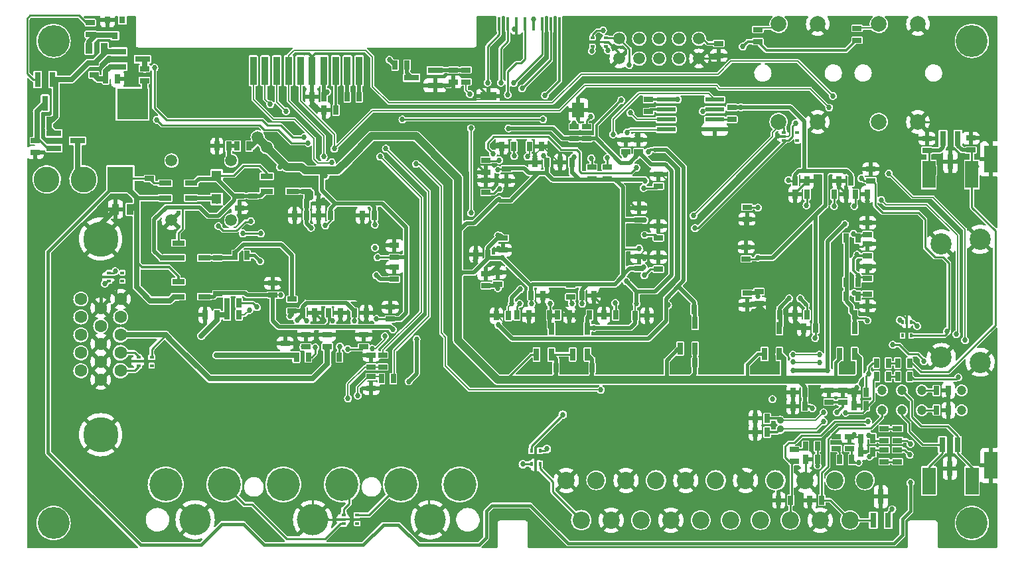
<source format=gbr>
G04 #@! TF.GenerationSoftware,KiCad,Pcbnew,7.0.5+dfsg-2*
G04 #@! TF.CreationDate,2023-07-13T13:36:20+03:00*
G04 #@! TF.ProjectId,ossc_board,6f737363-5f62-46f6-9172-642e6b696361,rev?*
G04 #@! TF.SameCoordinates,Original*
G04 #@! TF.FileFunction,Copper,L4,Bot*
G04 #@! TF.FilePolarity,Positive*
%FSLAX46Y46*%
G04 Gerber Fmt 4.6, Leading zero omitted, Abs format (unit mm)*
G04 Created by KiCad (PCBNEW 7.0.5+dfsg-2) date 2023-07-13 13:36:20*
%MOMM*%
%LPD*%
G01*
G04 APERTURE LIST*
G04 #@! TA.AperFunction,ComponentPad*
%ADD10R,4.000000X4.000000*%
G04 #@! TD*
G04 #@! TA.AperFunction,ComponentPad*
%ADD11C,1.600000*%
G04 #@! TD*
G04 #@! TA.AperFunction,ComponentPad*
%ADD12C,4.500000*%
G04 #@! TD*
G04 #@! TA.AperFunction,ComponentPad*
%ADD13C,1.506220*%
G04 #@! TD*
G04 #@! TA.AperFunction,ComponentPad*
%ADD14C,4.064000*%
G04 #@! TD*
G04 #@! TA.AperFunction,ComponentPad*
%ADD15C,0.690000*%
G04 #@! TD*
G04 #@! TA.AperFunction,ComponentPad*
%ADD16C,2.000000*%
G04 #@! TD*
G04 #@! TA.AperFunction,SMDPad,CuDef*
%ADD17R,6.200000X6.200000*%
G04 #@! TD*
G04 #@! TA.AperFunction,ComponentPad*
%ADD18C,4.200000*%
G04 #@! TD*
G04 #@! TA.AperFunction,ComponentPad*
%ADD19C,4.000000*%
G04 #@! TD*
G04 #@! TA.AperFunction,ComponentPad*
%ADD20C,2.200000*%
G04 #@! TD*
G04 #@! TA.AperFunction,SMDPad,CuDef*
%ADD21R,6.700000X6.700000*%
G04 #@! TD*
G04 #@! TA.AperFunction,SMDPad,CuDef*
%ADD22R,0.900000X3.600000*%
G04 #@! TD*
G04 #@! TA.AperFunction,ComponentPad*
%ADD23R,3.300000X3.300000*%
G04 #@! TD*
G04 #@! TA.AperFunction,ComponentPad*
%ADD24C,3.300000*%
G04 #@! TD*
G04 #@! TA.AperFunction,ComponentPad*
%ADD25R,1.700000X3.500000*%
G04 #@! TD*
G04 #@! TA.AperFunction,ComponentPad*
%ADD26C,2.700000*%
G04 #@! TD*
G04 #@! TA.AperFunction,ComponentPad*
%ADD27C,0.900000*%
G04 #@! TD*
G04 #@! TA.AperFunction,ComponentPad*
%ADD28C,1.200000*%
G04 #@! TD*
G04 #@! TA.AperFunction,ComponentPad*
%ADD29C,1.500000*%
G04 #@! TD*
G04 #@! TA.AperFunction,SMDPad,CuDef*
%ADD30R,0.635000X1.143000*%
G04 #@! TD*
G04 #@! TA.AperFunction,SMDPad,CuDef*
%ADD31R,1.143000X0.635000*%
G04 #@! TD*
G04 #@! TA.AperFunction,SMDPad,CuDef*
%ADD32R,0.400000X1.750000*%
G04 #@! TD*
G04 #@! TA.AperFunction,SMDPad,CuDef*
%ADD33R,2.000000X1.000000*%
G04 #@! TD*
G04 #@! TA.AperFunction,SMDPad,CuDef*
%ADD34R,1.500000X1.900000*%
G04 #@! TD*
G04 #@! TA.AperFunction,SMDPad,CuDef*
%ADD35R,1.560000X0.650000*%
G04 #@! TD*
G04 #@! TA.AperFunction,SMDPad,CuDef*
%ADD36R,0.650000X1.560000*%
G04 #@! TD*
G04 #@! TA.AperFunction,SMDPad,CuDef*
%ADD37R,0.889000X1.397000*%
G04 #@! TD*
G04 #@! TA.AperFunction,SMDPad,CuDef*
%ADD38R,2.350000X0.600000*%
G04 #@! TD*
G04 #@! TA.AperFunction,SMDPad,CuDef*
%ADD39R,1.900000X0.800000*%
G04 #@! TD*
G04 #@! TA.AperFunction,SMDPad,CuDef*
%ADD40R,0.800000X1.900000*%
G04 #@! TD*
G04 #@! TA.AperFunction,SMDPad,CuDef*
%ADD41R,0.380000X0.500000*%
G04 #@! TD*
G04 #@! TA.AperFunction,SMDPad,CuDef*
%ADD42R,0.300000X0.650000*%
G04 #@! TD*
G04 #@! TA.AperFunction,SMDPad,CuDef*
%ADD43R,0.500000X0.380000*%
G04 #@! TD*
G04 #@! TA.AperFunction,SMDPad,CuDef*
%ADD44R,0.650000X0.300000*%
G04 #@! TD*
G04 #@! TA.AperFunction,SMDPad,CuDef*
%ADD45R,1.300000X1.300000*%
G04 #@! TD*
G04 #@! TA.AperFunction,SMDPad,CuDef*
%ADD46R,0.800000X0.900000*%
G04 #@! TD*
G04 #@! TA.AperFunction,ViaPad*
%ADD47C,0.686000*%
G04 #@! TD*
G04 #@! TA.AperFunction,ViaPad*
%ADD48C,1.500000*%
G04 #@! TD*
G04 #@! TA.AperFunction,Conductor*
%ADD49C,0.200000*%
G04 #@! TD*
G04 #@! TA.AperFunction,Conductor*
%ADD50C,0.180000*%
G04 #@! TD*
G04 #@! TA.AperFunction,Conductor*
%ADD51C,0.220000*%
G04 #@! TD*
G04 #@! TA.AperFunction,Conductor*
%ADD52C,0.250000*%
G04 #@! TD*
G04 #@! TA.AperFunction,Conductor*
%ADD53C,0.300000*%
G04 #@! TD*
G04 #@! TA.AperFunction,Conductor*
%ADD54C,0.500000*%
G04 #@! TD*
G04 #@! TA.AperFunction,Conductor*
%ADD55C,1.000000*%
G04 #@! TD*
G04 #@! TA.AperFunction,Conductor*
%ADD56C,0.350000*%
G04 #@! TD*
G04 #@! TA.AperFunction,Conductor*
%ADD57C,0.700000*%
G04 #@! TD*
G04 #@! TA.AperFunction,Conductor*
%ADD58C,0.400000*%
G04 #@! TD*
G04 #@! TA.AperFunction,Conductor*
%ADD59C,0.640000*%
G04 #@! TD*
G04 APERTURE END LIST*
D10*
X21202140Y-28649000D03*
X15202660Y-28649000D03*
X18202400Y-33348000D03*
D11*
X19695500Y-62735400D03*
X19695500Y-60445400D03*
X19695500Y-58155400D03*
X19695500Y-55865400D03*
X19695500Y-53575400D03*
X17155500Y-63875400D03*
X17155500Y-61585400D03*
X17155500Y-59295400D03*
X17155500Y-57005400D03*
D12*
X17155500Y-70915400D03*
D11*
X17155500Y-54715400D03*
D12*
X17155500Y-45915400D03*
D11*
X14615500Y-62735400D03*
X14615500Y-60445400D03*
X14615500Y-58155400D03*
X14615500Y-55865400D03*
X14615500Y-53575400D03*
D13*
X93480000Y-20320000D03*
X93480000Y-22860000D03*
X90940000Y-20320000D03*
X90940000Y-22860000D03*
X88400000Y-20320000D03*
X88400000Y-22860000D03*
X85860000Y-20320000D03*
X85860000Y-22860000D03*
X83320000Y-20320000D03*
X83320000Y-22860000D03*
D14*
X11130000Y-20600000D03*
X11130000Y-82200000D03*
X128300000Y-82200000D03*
X128300000Y-20600000D03*
D15*
X46736000Y-51892000D03*
X48336000Y-49492000D03*
X45136000Y-48692000D03*
X45136000Y-51092000D03*
X45136000Y-52692000D03*
X44336000Y-52692000D03*
X49136000Y-51092000D03*
X44336000Y-49492000D03*
X49136000Y-50292000D03*
D16*
X46736000Y-50292000D03*
D15*
X45136000Y-51892000D03*
X47536000Y-47892000D03*
X45136000Y-50292000D03*
X45936000Y-48692000D03*
X46736000Y-52692000D03*
X48336000Y-51892000D03*
X46736000Y-47892000D03*
X47536000Y-51892000D03*
X44336000Y-50292000D03*
X44336000Y-51092000D03*
X46736000Y-48692000D03*
X45936000Y-47892000D03*
X44336000Y-48692000D03*
X47536000Y-52692000D03*
X48336000Y-51092000D03*
X45936000Y-52692000D03*
X48336000Y-50292000D03*
X49136000Y-48692000D03*
X49136000Y-49492000D03*
X48336000Y-47892000D03*
X45136000Y-47892000D03*
X48336000Y-48692000D03*
D17*
X46736000Y-50292000D03*
D15*
X45136000Y-49492000D03*
X49136000Y-51892000D03*
X47536000Y-48692000D03*
X44336000Y-47892000D03*
X44336000Y-51892000D03*
X49136000Y-52692000D03*
X45936000Y-51892000D03*
X49136000Y-47892000D03*
X48336000Y-52692000D03*
D18*
X47946000Y-77276200D03*
X40446000Y-77276200D03*
X55446000Y-77276200D03*
X62946000Y-77276200D03*
X32946000Y-77276200D03*
X25446000Y-77276200D03*
D19*
X29196000Y-81776200D03*
X59196000Y-81776200D03*
X44196000Y-81776200D03*
D15*
X79850000Y-43850000D03*
X77300000Y-43000000D03*
X77300000Y-42150000D03*
X74750000Y-43850000D03*
X74750000Y-42150000D03*
X79000000Y-44700000D03*
X78150000Y-46400000D03*
X78150000Y-47250000D03*
X74750000Y-46400000D03*
X76450000Y-46400000D03*
X74750000Y-47250000D03*
X79000000Y-42150000D03*
X77300000Y-47250000D03*
X76450000Y-47250000D03*
X75600000Y-44700000D03*
X78150000Y-42150000D03*
X79850000Y-43000000D03*
X79850000Y-44700000D03*
D20*
X77300000Y-44700000D03*
D15*
X79850000Y-47250000D03*
X79850000Y-46400000D03*
X75600000Y-42150000D03*
X79850000Y-42150000D03*
X79000000Y-43000000D03*
X79850000Y-45550000D03*
X74750000Y-44700000D03*
X79000000Y-46400000D03*
X75600000Y-45550000D03*
X79000000Y-43850000D03*
X75600000Y-43000000D03*
X75600000Y-47250000D03*
X75600000Y-46400000D03*
X79000000Y-45550000D03*
X78150000Y-43000000D03*
X75600000Y-43850000D03*
X76450000Y-43000000D03*
X74750000Y-43000000D03*
D21*
X77300000Y-44700000D03*
D15*
X74750000Y-45550000D03*
X79000000Y-47250000D03*
X76450000Y-42150000D03*
X77300000Y-46400000D03*
D22*
X36626200Y-24406600D03*
X38126200Y-24406600D03*
X39626200Y-24406600D03*
X41126200Y-24406600D03*
X42626200Y-24406600D03*
X44126200Y-24406600D03*
X45626200Y-24406600D03*
X47126200Y-24406600D03*
X48626200Y-24406600D03*
X50126200Y-24406600D03*
D23*
X19666000Y-38298000D03*
D24*
X14966000Y-38298000D03*
X10266000Y-38298000D03*
D16*
X116418000Y-30950000D03*
X116418000Y-18450000D03*
X121418000Y-30950000D03*
X121418000Y-18450000D03*
X103631000Y-30950000D03*
X103631000Y-18450000D03*
X108631000Y-18450000D03*
X108631000Y-30950000D03*
D25*
X130706000Y-74830000D03*
X128306000Y-76830000D03*
X122806000Y-76830000D03*
X130698000Y-35676000D03*
X128298000Y-37676000D03*
X122798000Y-37676000D03*
D26*
X124400000Y-46550000D03*
X124400000Y-61050000D03*
X129350000Y-45950000D03*
X129350000Y-61650000D03*
D27*
X103861000Y-70197000D03*
X103861000Y-69097000D03*
D20*
X114659600Y-76741200D03*
X112754600Y-81821200D03*
X110849600Y-76741200D03*
X108944600Y-81821200D03*
X107039600Y-76741200D03*
X105134600Y-81821200D03*
X103229600Y-76741200D03*
X101324600Y-81821200D03*
X99419600Y-76741200D03*
X97514600Y-81821200D03*
X95609600Y-76741200D03*
X93704600Y-81821200D03*
X91799600Y-76741200D03*
X89894600Y-81821200D03*
X87989600Y-76741200D03*
X86084600Y-81821200D03*
X84179600Y-76741200D03*
X82274600Y-81821200D03*
X80369600Y-76741200D03*
X78464600Y-81821200D03*
X76559600Y-76741200D03*
D28*
X127000000Y-67790000D03*
X127000000Y-65250000D03*
X116840000Y-65250000D03*
X119380000Y-65250000D03*
X121920000Y-65250000D03*
X116840000Y-67790000D03*
X119380000Y-67790000D03*
X121920000Y-67790000D03*
D29*
X26184500Y-35889300D03*
X26184500Y-43509300D03*
X33804500Y-43509300D03*
X33804500Y-35889300D03*
D30*
X42111000Y-60997200D03*
X43635000Y-60997200D03*
X46073400Y-60997200D03*
X47597400Y-60997200D03*
X42926000Y-55372000D03*
X44450000Y-55372000D03*
X49530000Y-55372000D03*
X51054000Y-55372000D03*
X46228000Y-55372000D03*
X47752000Y-55372000D03*
D31*
X54102000Y-56134000D03*
X54102000Y-54610000D03*
D30*
X33274000Y-55626000D03*
X34798000Y-55626000D03*
X33274000Y-54102000D03*
X34798000Y-54102000D03*
D31*
X39116000Y-51562000D03*
X39116000Y-53086000D03*
X54610000Y-51054000D03*
X54610000Y-49530000D03*
X54610000Y-48260000D03*
X54610000Y-46736000D03*
D30*
X33490000Y-34046000D03*
X31966000Y-34046000D03*
X52070000Y-42926000D03*
X50546000Y-42926000D03*
X43434000Y-41402000D03*
X44958000Y-41402000D03*
X46482000Y-42926000D03*
X44958000Y-42926000D03*
X45659000Y-29444000D03*
X47183000Y-29444000D03*
X50137400Y-27761300D03*
X48613400Y-27761300D03*
D31*
X25296200Y-46824000D03*
X25296200Y-48348000D03*
X36593000Y-40401000D03*
X36593000Y-38877000D03*
X32065300Y-48309900D03*
X32065300Y-46785900D03*
X43365000Y-39807000D03*
X43365000Y-38283000D03*
X25187000Y-53777000D03*
X25187000Y-52253000D03*
X84115000Y-34773000D03*
X84115000Y-33249000D03*
D30*
X77262000Y-36100000D03*
X75738000Y-36100000D03*
X71838000Y-34061000D03*
X73362000Y-34061000D03*
X69863000Y-34064000D03*
X68339000Y-34064000D03*
D31*
X85786000Y-34768000D03*
X85786000Y-33244000D03*
D30*
X74062000Y-36100000D03*
X72538000Y-36100000D03*
D31*
X66300000Y-35838000D03*
X66300000Y-37362000D03*
X88300000Y-39162000D03*
X88300000Y-37638000D03*
X66300000Y-39962000D03*
X66300000Y-38438000D03*
X68524000Y-45796000D03*
X68524000Y-47320000D03*
X88300000Y-45762000D03*
X88300000Y-44238000D03*
D30*
X44117600Y-27710500D03*
X45641600Y-27710500D03*
D31*
X85800000Y-49662000D03*
X85800000Y-48138000D03*
X88300000Y-49762000D03*
X88300000Y-48238000D03*
X66300000Y-51862000D03*
X66300000Y-50338000D03*
D30*
X85338000Y-55700000D03*
X86862000Y-55700000D03*
X78538000Y-53100000D03*
X80062000Y-53100000D03*
X72038000Y-53100000D03*
X73562000Y-53100000D03*
X69162000Y-55700000D03*
X67638000Y-55700000D03*
X82850000Y-55621000D03*
X81326000Y-55621000D03*
X75457000Y-55625000D03*
X76981000Y-55625000D03*
X70238000Y-55630000D03*
X71762000Y-55630000D03*
X107262000Y-55600000D03*
X105738000Y-55600000D03*
X108362000Y-57300000D03*
X106838000Y-57300000D03*
D31*
X115000000Y-52938000D03*
X115000000Y-54462000D03*
X99600000Y-52838000D03*
X99600000Y-54362000D03*
X115000000Y-50962000D03*
X115000000Y-49438000D03*
X115000000Y-48062000D03*
X115000000Y-46538000D03*
X99500000Y-48462000D03*
X99500000Y-46938000D03*
X115000000Y-45362000D03*
X115000000Y-43838000D03*
X99600000Y-41838000D03*
X99600000Y-43362000D03*
D30*
X105738000Y-38500000D03*
X107262000Y-38500000D03*
X107262000Y-40200000D03*
X105738000Y-40200000D03*
X110738000Y-40200000D03*
X112262000Y-40200000D03*
X112862000Y-38500000D03*
X111338000Y-38500000D03*
X104323000Y-62316000D03*
X102799000Y-62316000D03*
X113929000Y-62311000D03*
X112405000Y-62311000D03*
X103762000Y-55600000D03*
X102238000Y-55600000D03*
X113320600Y-55600600D03*
X111796600Y-55600600D03*
X79859000Y-62395600D03*
X78335000Y-62395600D03*
X92964000Y-61696600D03*
X91440000Y-61696600D03*
X75230000Y-62390600D03*
X73706000Y-62390600D03*
D31*
X32105600Y-52908200D03*
X32105600Y-51384200D03*
D30*
X74447400Y-55630000D03*
X72923400Y-55630000D03*
X79522000Y-55625000D03*
X77998000Y-55625000D03*
X92862400Y-54914800D03*
X91338400Y-54914800D03*
D31*
X68935600Y-36931600D03*
X68935600Y-38455600D03*
X85800000Y-43462000D03*
X85800000Y-41938000D03*
D32*
X75688000Y-18430000D03*
X74588000Y-18430000D03*
X73488000Y-18430000D03*
X72388000Y-18430000D03*
X71288000Y-18430000D03*
D33*
X66588000Y-27655000D03*
D32*
X70188000Y-18430000D03*
D34*
X78088000Y-29405000D03*
D32*
X69088000Y-18430000D03*
X67988000Y-18430000D03*
D31*
X40688600Y-60743200D03*
X40688600Y-59219200D03*
X46060000Y-59700000D03*
X46060000Y-58176000D03*
D30*
X30480000Y-55626000D03*
X32004000Y-55626000D03*
D31*
X81788000Y-38252400D03*
X81788000Y-36728400D03*
X79806800Y-36728400D03*
X79806800Y-38252400D03*
X77089000Y-51790600D03*
X77089000Y-53314600D03*
X87043600Y-29628200D03*
X87043600Y-28104200D03*
X96000000Y-22462000D03*
X96000000Y-20938000D03*
X77567000Y-33111000D03*
X77567000Y-31587000D03*
X79116000Y-33111000D03*
X79116000Y-31587000D03*
X97686200Y-30618800D03*
X97686200Y-29094800D03*
D30*
X113438000Y-40200000D03*
X114962000Y-40200000D03*
D35*
X27052000Y-48320100D03*
X27052000Y-47370100D03*
X27052000Y-46420100D03*
X30352000Y-46420100D03*
X30352000Y-48320100D03*
X38336000Y-39812000D03*
X38336000Y-38862000D03*
X38336000Y-37912000D03*
X41636000Y-37912000D03*
X41636000Y-39812000D03*
D36*
X103743800Y-60603400D03*
X102793800Y-60603400D03*
X101843800Y-60603400D03*
X101843800Y-57303400D03*
X103743800Y-57303400D03*
X113340000Y-60603400D03*
X112390000Y-60603400D03*
X111440000Y-60603400D03*
X111440000Y-57303400D03*
X113340000Y-57303400D03*
D35*
X27052000Y-53274000D03*
X27052000Y-52324000D03*
X27052000Y-51374000D03*
X30352000Y-51374000D03*
X30352000Y-53274000D03*
D36*
X74650000Y-60674600D03*
X73700000Y-60674600D03*
X72750000Y-60674600D03*
X72750000Y-57374600D03*
X74650000Y-57374600D03*
X79256000Y-60652600D03*
X78306000Y-60652600D03*
X77356000Y-60652600D03*
X77356000Y-57352600D03*
X79256000Y-57352600D03*
X92984000Y-59928000D03*
X92034000Y-59928000D03*
X91084000Y-59928000D03*
X91084000Y-56628000D03*
X92984000Y-56628000D03*
D31*
X43312000Y-58167000D03*
X43312000Y-59691000D03*
X50703000Y-58177800D03*
X50703000Y-59701800D03*
D37*
X20942500Y-42110000D03*
X19037500Y-42110000D03*
D31*
X41564900Y-53593100D03*
X41564900Y-55117100D03*
D30*
X112230000Y-53221000D03*
X113754000Y-53221000D03*
X112227000Y-51407000D03*
X113751000Y-51407000D03*
X112235000Y-45811000D03*
X113759000Y-45811000D03*
X34572000Y-34046000D03*
X36096000Y-34046000D03*
D31*
X113629000Y-19004000D03*
X113629000Y-20528000D03*
X100988000Y-19157000D03*
X100988000Y-20681000D03*
D38*
X95490300Y-28104200D03*
X95490300Y-29374200D03*
X95490300Y-30644200D03*
X95490300Y-31914200D03*
X89290300Y-31914200D03*
X89290300Y-30644200D03*
X89290300Y-29374200D03*
X89290300Y-28104200D03*
D30*
X34300500Y-48017800D03*
X35824500Y-48017800D03*
D31*
X63749000Y-24315000D03*
X63749000Y-25839000D03*
X51656000Y-60747000D03*
X51656000Y-62271000D03*
X51664000Y-63482000D03*
X51664000Y-65006000D03*
X53142000Y-62271000D03*
X53142000Y-60747000D03*
D30*
X54483000Y-63764000D03*
X52959000Y-63764000D03*
D39*
X59816000Y-24367000D03*
X59816000Y-26267000D03*
X56816000Y-25317000D03*
D31*
X62133000Y-24323000D03*
X62133000Y-25847000D03*
D30*
X56232000Y-23694000D03*
X54708000Y-23694000D03*
D31*
X67807000Y-51694000D03*
X67807000Y-50170000D03*
D30*
X66553000Y-47859000D03*
X65029000Y-47859000D03*
X43429000Y-42896000D03*
X41905000Y-42896000D03*
D31*
X101150000Y-52642000D03*
X101150000Y-54166000D03*
X115410000Y-38482000D03*
X115410000Y-36958000D03*
D30*
X102182000Y-70580000D03*
X100658000Y-70580000D03*
X102172000Y-68840000D03*
X100648000Y-68840000D03*
D31*
X110070000Y-66752000D03*
X110070000Y-65228000D03*
X111820000Y-66752000D03*
X111820000Y-65228000D03*
D30*
X106982000Y-65510000D03*
X105458000Y-65510000D03*
X120362000Y-63480000D03*
X118838000Y-63480000D03*
X106982000Y-67240000D03*
X105458000Y-67240000D03*
X120352000Y-61770000D03*
X118828000Y-61770000D03*
D31*
X118810000Y-74362000D03*
X118810000Y-72838000D03*
X110990000Y-72662000D03*
X110990000Y-71138000D03*
X118810000Y-70118000D03*
X118810000Y-71642000D03*
X105640000Y-72818000D03*
X105640000Y-74342000D03*
X128180000Y-33028000D03*
X128180000Y-34552000D03*
X122560000Y-33078000D03*
X122560000Y-34602000D03*
D30*
X123768000Y-65260000D03*
X125292000Y-65260000D03*
X105182000Y-79280000D03*
X103658000Y-79280000D03*
X115672000Y-71400000D03*
X114148000Y-71400000D03*
X108602000Y-74080000D03*
X107078000Y-74080000D03*
D31*
X112690000Y-71138000D03*
X112690000Y-72662000D03*
D40*
X117630000Y-81830000D03*
X115730000Y-81830000D03*
X116680000Y-78830000D03*
D31*
X34900000Y-40408000D03*
X34900000Y-41932000D03*
D30*
X113288000Y-65480000D03*
X114812000Y-65480000D03*
X114812000Y-67220000D03*
X113288000Y-67220000D03*
X114148000Y-73090000D03*
X115672000Y-73090000D03*
D41*
X73190000Y-74650000D03*
D42*
X72650000Y-74730000D03*
D41*
X72110000Y-74650000D03*
X72110000Y-72950000D03*
X73190000Y-72950000D03*
D43*
X21960000Y-62080000D03*
D44*
X21880000Y-61540000D03*
D43*
X21960000Y-61000000D03*
X23660000Y-61000000D03*
X23660000Y-62080000D03*
X48170000Y-82260000D03*
D44*
X48090000Y-81720000D03*
D43*
X48170000Y-81180000D03*
X49870000Y-81180000D03*
X49870000Y-82260000D03*
D40*
X124540000Y-72200000D03*
X126440000Y-72200000D03*
X125490000Y-75200000D03*
D43*
X18220000Y-51300000D03*
D44*
X18140000Y-50760000D03*
D43*
X18220000Y-50220000D03*
X19920000Y-50220000D03*
X19920000Y-51300000D03*
D41*
X119450000Y-56560000D03*
D42*
X119990000Y-56480000D03*
D41*
X120530000Y-56560000D03*
X120530000Y-58260000D03*
X119450000Y-58260000D03*
D40*
X9110000Y-25550000D03*
X11010000Y-25550000D03*
X10060000Y-28550000D03*
D30*
X10532000Y-30910000D03*
X9008000Y-30910000D03*
X117652000Y-61780000D03*
X116128000Y-61780000D03*
X116128000Y-63480000D03*
X117652000Y-63480000D03*
D31*
X117110000Y-72838000D03*
X117110000Y-74362000D03*
D30*
X108602000Y-72380000D03*
X107078000Y-72380000D03*
D31*
X117120000Y-71642000D03*
X117120000Y-70118000D03*
D30*
X112952000Y-74090000D03*
X111428000Y-74090000D03*
D35*
X25360000Y-40680000D03*
X25360000Y-39730000D03*
X25360000Y-38780000D03*
X28660000Y-38780000D03*
X28660000Y-40680000D03*
D40*
X124610000Y-33060000D03*
X126510000Y-33060000D03*
X125560000Y-36060000D03*
D30*
X125302000Y-67770000D03*
X123778000Y-67770000D03*
X107628000Y-79270000D03*
X109152000Y-79270000D03*
D31*
X23380000Y-38188000D03*
X23380000Y-39712000D03*
D45*
X31940000Y-40800000D03*
X31940000Y-37800000D03*
D39*
X19490000Y-23890000D03*
X19490000Y-21990000D03*
X22490000Y-22940000D03*
D31*
X22730000Y-25672000D03*
X22730000Y-24148000D03*
D43*
X104330000Y-33360000D03*
D44*
X104250000Y-32820000D03*
D43*
X104330000Y-32280000D03*
X106030000Y-32280000D03*
X106030000Y-33360000D03*
D39*
X11190000Y-34320000D03*
X11190000Y-32420000D03*
X14190000Y-33370000D03*
D31*
X8820000Y-33348000D03*
X8820000Y-34872000D03*
X15830000Y-19792000D03*
X15830000Y-18268000D03*
D46*
X19920000Y-17930000D03*
X18970000Y-19930000D03*
X18020000Y-17930000D03*
D37*
X17592500Y-21570000D03*
X15687500Y-21570000D03*
D30*
X17788000Y-25450000D03*
X19312000Y-25450000D03*
D31*
X16310000Y-23418000D03*
X16310000Y-24942000D03*
D43*
X81590000Y-20220000D03*
D44*
X81670000Y-20760000D03*
D43*
X81590000Y-21300000D03*
X79890000Y-21300000D03*
X79890000Y-20220000D03*
D47*
X84323000Y-32288000D03*
X84732200Y-29806000D03*
X108848000Y-60705000D03*
X105453000Y-60701000D03*
X43617000Y-33642000D03*
X24312000Y-30690000D03*
X43043000Y-32918000D03*
X24000000Y-24050000D03*
X110562000Y-27638000D03*
X45599000Y-35400000D03*
X127430000Y-58850000D03*
X52818000Y-35391000D03*
X117714100Y-37557100D03*
X53534000Y-34370000D03*
X46943000Y-34376000D03*
X110094000Y-29135000D03*
X116710000Y-40910000D03*
X126320000Y-58080000D03*
X69098500Y-27469200D03*
X69847800Y-25996000D03*
X68209500Y-25945200D03*
X66507700Y-25932500D03*
X73848300Y-27570800D03*
X70901900Y-26681800D03*
X81870000Y-21820002D03*
X79665000Y-30246000D03*
X84590000Y-23679000D03*
X79790000Y-21890000D03*
X77541000Y-31105000D03*
X81230000Y-19270000D03*
X83576500Y-28167700D03*
X69596000Y-54152800D03*
X80061000Y-57252000D03*
X85496400Y-54178200D03*
X70700000Y-52300000D03*
X85428000Y-35326000D03*
X84200000Y-51300000D03*
X69187000Y-31768000D03*
X87046000Y-34757000D03*
X67200000Y-35000000D03*
X89535000Y-54356000D03*
X67900000Y-56900000D03*
X85500000Y-36800000D03*
X69900800Y-35306000D03*
X86556000Y-45389000D03*
X82804000Y-54102000D03*
X70586600Y-54178200D03*
X71595000Y-35377000D03*
X67995800Y-35839400D03*
X74498200Y-54152800D03*
X67843400Y-52197000D03*
X86403000Y-39400000D03*
X84087000Y-35223000D03*
X68021200Y-39522400D03*
X86517000Y-50546000D03*
X82516000Y-32537000D03*
X114971000Y-56319000D03*
X54432000Y-57465000D03*
X46736000Y-56388000D03*
X109899000Y-62678000D03*
X102850000Y-66360000D03*
X57440000Y-58720000D03*
X56460000Y-64108000D03*
X111090000Y-68070000D03*
X112100000Y-44000000D03*
X105471000Y-62728000D03*
X40117100Y-53097800D03*
X40050000Y-36740000D03*
X32180000Y-44260000D03*
X36300000Y-43640000D03*
X78587600Y-54178200D03*
X86558000Y-43510000D03*
X46073400Y-27113600D03*
X45811000Y-37856000D03*
X90790100Y-28104200D03*
X45819000Y-44196000D03*
X101000000Y-48300000D03*
X68377000Y-48296000D03*
X99065000Y-21336000D03*
X86407000Y-49511000D03*
X112100000Y-37300000D03*
X73607000Y-35245000D03*
X108306000Y-58560000D03*
X104900000Y-38400000D03*
D48*
X38353000Y-34188000D03*
D47*
X52118600Y-44080800D03*
X67843400Y-45440600D03*
X52486900Y-48246400D03*
X67995800Y-40894000D03*
X86624000Y-38476000D03*
X67843400Y-37084000D03*
X107930000Y-67540000D03*
D48*
X37165000Y-32898000D03*
D47*
X72400500Y-17800000D03*
X85839000Y-47092000D03*
X52324000Y-56134000D03*
X98826000Y-29083000D03*
X72110600Y-54178200D03*
X77553000Y-35406000D03*
X118140000Y-80440000D03*
X115040000Y-69220000D03*
X119080000Y-56270000D03*
X121310000Y-57030000D03*
X101000000Y-41900000D03*
X110700000Y-41700000D03*
X106400000Y-53500000D03*
X100968000Y-53185000D03*
X105000000Y-53500000D03*
X107200000Y-41600000D03*
X125140000Y-57710000D03*
X114180000Y-38160000D03*
X43979000Y-44493000D03*
X52324000Y-50546000D03*
X43939800Y-40651800D03*
X52160000Y-47020000D03*
X51778039Y-59921961D03*
X53420000Y-58330000D03*
X76100000Y-68370000D03*
X71010000Y-74670000D03*
X74070000Y-72730000D03*
X29982500Y-58279400D03*
X31938300Y-60743200D03*
X20846879Y-68124500D03*
X66530879Y-75738500D03*
X26815000Y-27219000D03*
X121700000Y-48210000D03*
X18308879Y-26670500D03*
X28590000Y-34069000D03*
X129134879Y-40206500D03*
X85288000Y-25471000D03*
X74400000Y-48900000D03*
X104700000Y-41800000D03*
X73450000Y-50800000D03*
X56693000Y-66271000D03*
X67376879Y-66432500D03*
X118982879Y-36822500D03*
X101216879Y-72354500D03*
X13232879Y-18210500D03*
X56378879Y-73200500D03*
X39458879Y-70662500D03*
X26784000Y-29535000D03*
X91064879Y-65586500D03*
X75400000Y-39800000D03*
X77400000Y-39800000D03*
X130826879Y-22440500D03*
X35425000Y-27912000D03*
X22814000Y-50300000D03*
X120674879Y-27516500D03*
X8896000Y-48748000D03*
X63992879Y-69816500D03*
X57390000Y-68854000D03*
X9002879Y-50358500D03*
X36074879Y-75738500D03*
X28460879Y-42744500D03*
X55532879Y-62202500D03*
X70800000Y-38500000D03*
X65048000Y-54521000D03*
X47630000Y-44836000D03*
X72572000Y-35329000D03*
X25076879Y-55434500D03*
X82977000Y-25552000D03*
X94448879Y-74892500D03*
X103600000Y-41800000D03*
X12386879Y-28362500D03*
X80691000Y-35342000D03*
X23912000Y-50307000D03*
X124904879Y-40206500D03*
X76682879Y-22440500D03*
X9002879Y-23286500D03*
X103754879Y-74046500D03*
X80750000Y-50800000D03*
X95294879Y-19902500D03*
X81050000Y-52500000D03*
X70760879Y-46128500D03*
X22538879Y-57126500D03*
X34267000Y-23119000D03*
X124058879Y-18210500D03*
X103600000Y-49400000D03*
X75590400Y-54127400D03*
X32690000Y-46036000D03*
X58994000Y-71803000D03*
X95294879Y-83352500D03*
X9002879Y-54588500D03*
X75700000Y-52500000D03*
X29306879Y-26670500D03*
X33536879Y-68124500D03*
X21692879Y-71508500D03*
X41910000Y-40894000D03*
X94448879Y-56280500D03*
X102062879Y-19902500D03*
X71170800Y-56845200D03*
X9002879Y-79968500D03*
X24230879Y-66432500D03*
X16616879Y-76584500D03*
X105446879Y-47820500D03*
X76901000Y-18600000D03*
X111368879Y-18210500D03*
X29581000Y-34785000D03*
X114996000Y-55321000D03*
X11540879Y-68970500D03*
X40167900Y-51688100D03*
X113881000Y-49400000D03*
X97832879Y-67278500D03*
X45263000Y-74737000D03*
X109700000Y-44000000D03*
X46226879Y-66432500D03*
X61276000Y-31913000D03*
X111700000Y-62840000D03*
X35410000Y-24277000D03*
X102062879Y-79122500D03*
X12386879Y-24132500D03*
X34221000Y-24270000D03*
X42707900Y-45909600D03*
X41628000Y-31593000D03*
X90218879Y-74892500D03*
X99060000Y-65200000D03*
X64947800Y-45643800D03*
X82604879Y-78276500D03*
X117290879Y-22440500D03*
X107980000Y-68440000D03*
X53134600Y-46709700D03*
X69545000Y-51064000D03*
X127442879Y-24132500D03*
X12386879Y-72354500D03*
X59762879Y-76584500D03*
X99524879Y-80814500D03*
X70584400Y-22363800D03*
X16616879Y-80814500D03*
X27973000Y-28354000D03*
X69469000Y-52177000D03*
X32690879Y-62202500D03*
X82900000Y-52500000D03*
X48875000Y-44826000D03*
X35770000Y-37700000D03*
X66385000Y-31608000D03*
X32690879Y-74046500D03*
X118982879Y-18210500D03*
X23384879Y-41898500D03*
X11540879Y-42744500D03*
X43480000Y-35565000D03*
X29306879Y-35976500D03*
X67900000Y-42200000D03*
X11540879Y-64740500D03*
X112200000Y-42700000D03*
X118800000Y-50200000D03*
X59036000Y-75175000D03*
X14078879Y-21594500D03*
X31844879Y-70662500D03*
X104230000Y-67260000D03*
X51054000Y-56388000D03*
X97832879Y-31746500D03*
X44318000Y-38546000D03*
X81584800Y-54102000D03*
X113131600Y-46913800D03*
X105446879Y-18210500D03*
X75700000Y-37500000D03*
X78400000Y-48900000D03*
X113906879Y-28362500D03*
X97050000Y-65190000D03*
X11540879Y-60510500D03*
X20846879Y-31746500D03*
X80193000Y-67788000D03*
X128288879Y-57126500D03*
X97978000Y-53969000D03*
X73400000Y-39800000D03*
X9002879Y-71508500D03*
X101216879Y-32592500D03*
X99110000Y-69830000D03*
X78374879Y-78276500D03*
X19154879Y-74046500D03*
X78374879Y-72354500D03*
X51069000Y-52578000D03*
X67900000Y-43000000D03*
X92329000Y-49098200D03*
X63146879Y-22440500D03*
X41443000Y-45441000D03*
X36074879Y-35130500D03*
X26830000Y-28316000D03*
X126596879Y-30054500D03*
X52227000Y-45659000D03*
X107984879Y-23286500D03*
X65684879Y-79122500D03*
X124904879Y-26670500D03*
X113570000Y-64900000D03*
X83450879Y-72354500D03*
X130826879Y-84198500D03*
X63146879Y-66432500D03*
X31844879Y-58818500D03*
X82400000Y-44800000D03*
X124904879Y-77430500D03*
X25618000Y-28377000D03*
X30152879Y-39360500D03*
X123212879Y-29208500D03*
X83588000Y-62534000D03*
X119828879Y-24132500D03*
X119828879Y-32592500D03*
X104600879Y-43590500D03*
X58070879Y-66432500D03*
X84696000Y-44818000D03*
X121520879Y-21594500D03*
X52324000Y-49276000D03*
X102908879Y-67278500D03*
X69914879Y-72354500D03*
X51458000Y-31486000D03*
X55532879Y-41898500D03*
X40523000Y-38908000D03*
X13232879Y-35976500D03*
X91910879Y-30900500D03*
X100696000Y-62555000D03*
X78816200Y-39801800D03*
X41737000Y-46518000D03*
X94448879Y-79968500D03*
X34138000Y-70744000D03*
X62300879Y-83352500D03*
X41457000Y-34770000D03*
X97960000Y-44900000D03*
X100995000Y-49408000D03*
X74800000Y-52500000D03*
X73533000Y-84475000D03*
X103560000Y-32750000D03*
X112300000Y-41700000D03*
X71606879Y-79122500D03*
X118982879Y-46974500D03*
X68222879Y-69816500D03*
X81950000Y-50850000D03*
X11540879Y-77430500D03*
X19154879Y-78276500D03*
X82400000Y-48600000D03*
X101796000Y-62454000D03*
X67300000Y-34100000D03*
X11540879Y-52050500D03*
X102908879Y-83352500D03*
X29306879Y-72354500D03*
X51979000Y-53167000D03*
X80912879Y-70662500D03*
X25136000Y-61549000D03*
X40930000Y-44242000D03*
X42669800Y-47217700D03*
X32690879Y-80814500D03*
X118136879Y-30054500D03*
X17462879Y-84198500D03*
X24230879Y-32592500D03*
X112214879Y-25824500D03*
X118136879Y-78276500D03*
X36920879Y-62202500D03*
X67871000Y-47130000D03*
X42603000Y-51907000D03*
X117290879Y-34284500D03*
X22538879Y-63894500D03*
X127442879Y-42744500D03*
X86681000Y-44463000D03*
X86591000Y-37404000D03*
X50556500Y-44030000D03*
X27958000Y-27203000D03*
X98678879Y-55434500D03*
X29604000Y-33581000D03*
X72100000Y-42700000D03*
X114752879Y-80814500D03*
X97832879Y-18210500D03*
X89916000Y-56946800D03*
X48764879Y-83352500D03*
X14078879Y-41052500D03*
X79450000Y-50800000D03*
X9002879Y-67278500D03*
X35330000Y-29051000D03*
X28460879Y-75738500D03*
X38612879Y-57972500D03*
X128288879Y-27516500D03*
X58527000Y-63383000D03*
X117290879Y-26670500D03*
X106292879Y-28362500D03*
X45466000Y-56388000D03*
X17462879Y-67278500D03*
X51302879Y-75738500D03*
X51984000Y-54254000D03*
X111368879Y-35130500D03*
X61128000Y-33673000D03*
X72452879Y-69816500D03*
X105800000Y-54300000D03*
X72100000Y-48600000D03*
X65000000Y-34000000D03*
X15770879Y-50358500D03*
X75836879Y-70662500D03*
X60484000Y-59135000D03*
X76500000Y-50800000D03*
X47254000Y-38877000D03*
X80300000Y-48900000D03*
X65684879Y-72354500D03*
X30770000Y-34854000D03*
X14924879Y-25824500D03*
X105900000Y-43800000D03*
X119421000Y-45027000D03*
X60608879Y-72354500D03*
X126596879Y-69816500D03*
X42365000Y-44753900D03*
X22538879Y-77430500D03*
X57226000Y-50018000D03*
X82400000Y-41200000D03*
X9002879Y-75738500D03*
X57328000Y-43404000D03*
X129134879Y-64740500D03*
X38612879Y-79968500D03*
X118510000Y-53040000D03*
X35425000Y-23111000D03*
X82400000Y-42900000D03*
X52324000Y-55118000D03*
X91910879Y-35130500D03*
X35448000Y-26754000D03*
X28460879Y-54588500D03*
X14078879Y-83352500D03*
X67900000Y-43900000D03*
X61468000Y-39690000D03*
X114752879Y-32592500D03*
X45527300Y-40982000D03*
X101900000Y-31120000D03*
X124904879Y-22440500D03*
X37810000Y-74280000D03*
X27614879Y-68124500D03*
X35448000Y-25542000D03*
X111115000Y-54258000D03*
X81000000Y-39800000D03*
X24230879Y-22440500D03*
X80912879Y-59664500D03*
X70760879Y-41898500D03*
X66203000Y-20081000D03*
X81758879Y-74892500D03*
X9002879Y-45282500D03*
X86346000Y-46318000D03*
X116444879Y-75738500D03*
X14078879Y-74892500D03*
X13232879Y-46974500D03*
X63848000Y-54441000D03*
X51333000Y-44831000D03*
X105000000Y-59880000D03*
X72100000Y-44800000D03*
X48997000Y-33658000D03*
X34750000Y-38740000D03*
X92329000Y-50825400D03*
X20846879Y-46974500D03*
X82700000Y-67772000D03*
X73533000Y-54178200D03*
X41996879Y-66432500D03*
X42657000Y-48402000D03*
X91910879Y-70662500D03*
X54686879Y-26670500D03*
X20000879Y-43590500D03*
X93602879Y-67278500D03*
X50135000Y-44811000D03*
X75735000Y-35437000D03*
X68707000Y-40208200D03*
X81481000Y-67780000D03*
X106292879Y-79122500D03*
X11540879Y-56280500D03*
X77038000Y-21199000D03*
X20846879Y-24978500D03*
X100405000Y-55195000D03*
X124904879Y-81660500D03*
X58548000Y-59066000D03*
X86567000Y-41960000D03*
X25634000Y-29451000D03*
X47752000Y-56388000D03*
X104020000Y-37680000D03*
X25611000Y-27249000D03*
X113060879Y-78276500D03*
X82604879Y-65586500D03*
X118550000Y-55450000D03*
X9002879Y-58818500D03*
X36074879Y-41898500D03*
X69947000Y-19116000D03*
X51064000Y-51308000D03*
X113262543Y-70902543D03*
X64947800Y-48691800D03*
X82400000Y-46800000D03*
X128288879Y-52896500D03*
X86500000Y-51500000D03*
X101006000Y-50724000D03*
X43688879Y-68970500D03*
X14078879Y-66432500D03*
X13232879Y-79968500D03*
X72100000Y-50800000D03*
X28404000Y-22974000D03*
X9002879Y-35976500D03*
X103600000Y-46000000D03*
X89372879Y-68970500D03*
X28404000Y-24014000D03*
X109676879Y-20748500D03*
X21692879Y-53742500D03*
X69068879Y-77430500D03*
X71606879Y-66432500D03*
X129980879Y-30900500D03*
X42596000Y-50764000D03*
X27935000Y-29535000D03*
X84673000Y-41214000D03*
X34214000Y-25489000D03*
X95294879Y-69816500D03*
X84296879Y-83352500D03*
X75836879Y-66432500D03*
X31844879Y-49512500D03*
X50456879Y-67278500D03*
X42634000Y-49507000D03*
X121520879Y-55434500D03*
X76400000Y-48900000D03*
X104600879Y-24132500D03*
X88526879Y-83352500D03*
X126596879Y-35976500D03*
X95294879Y-24132500D03*
X120564000Y-43632000D03*
X86479000Y-48360000D03*
X114983600Y-41083600D03*
X74990879Y-80814500D03*
X23384879Y-36822500D03*
X113906879Y-21594500D03*
X101000000Y-47000000D03*
X68300600Y-54178200D03*
X63307000Y-27793000D03*
X77175000Y-62690000D03*
X74950000Y-50800000D03*
X42034800Y-59600200D03*
X12960000Y-48971000D03*
X49610879Y-79968500D03*
X104600879Y-51204500D03*
X9002879Y-18210500D03*
X25922879Y-74046500D03*
X86900000Y-56700000D03*
X90700000Y-62800000D03*
X105800000Y-41600000D03*
X107138879Y-83352500D03*
X97832879Y-71508500D03*
X26768879Y-37668500D03*
X92756879Y-38514500D03*
X100370879Y-27516500D03*
X65263000Y-24216000D03*
X108265000Y-41567000D03*
X116444879Y-83352500D03*
X9002879Y-27516500D03*
X78326000Y-56982000D03*
X19154879Y-64740500D03*
X51979000Y-51887000D03*
X95429000Y-62602000D03*
X88440000Y-32771000D03*
X129980879Y-78276500D03*
X48707000Y-37490000D03*
X86834879Y-65586500D03*
X59762879Y-68970500D03*
X28404000Y-25055000D03*
X62553000Y-61200000D03*
X30053000Y-60371000D03*
X85988879Y-70662500D03*
X113906879Y-58818500D03*
X41996879Y-72354500D03*
X87680879Y-73200500D03*
X26768879Y-64740500D03*
X121520879Y-79968500D03*
X59265000Y-31993000D03*
X100370879Y-65586500D03*
X60190000Y-32781000D03*
X67986000Y-49256000D03*
X129980879Y-68124500D03*
X82000000Y-52500000D03*
X9002879Y-63048500D03*
X85568000Y-32634000D03*
X36074879Y-69816500D03*
X30152879Y-65586500D03*
X59329000Y-64267000D03*
X82612000Y-60590000D03*
X30777000Y-33581000D03*
X65232000Y-25156000D03*
X55532879Y-22440500D03*
X121000002Y-59810000D03*
X126596879Y-74892500D03*
X27757000Y-58278000D03*
X75836879Y-30900500D03*
X53840879Y-80814500D03*
X25076879Y-69816500D03*
X51054000Y-53828000D03*
X72100000Y-40900000D03*
X32690879Y-25824500D03*
X9002879Y-41052500D03*
X97832879Y-22440500D03*
X78895000Y-35237000D03*
X67843400Y-38404800D03*
X124904879Y-66432500D03*
X97832879Y-78276500D03*
X79220879Y-24132500D03*
X96986879Y-57972500D03*
X108830879Y-33438500D03*
X78050000Y-50800000D03*
X92303600Y-52044600D03*
X39811000Y-33296000D03*
X39458879Y-64740500D03*
X99120000Y-67790000D03*
X97738000Y-62591000D03*
X128288879Y-72354500D03*
X128288879Y-48666500D03*
X28651000Y-66081000D03*
X130826879Y-18210500D03*
X36074879Y-65586500D03*
X72100000Y-46700000D03*
X13232879Y-31746500D03*
X44543000Y-59767000D03*
X47673600Y-59651000D03*
X36118800Y-54991000D03*
X37084000Y-54610000D03*
X113258600Y-52806600D03*
X113645000Y-47926000D03*
X113741200Y-50571400D03*
X113184000Y-45236000D03*
X81788000Y-35557000D03*
X113300000Y-41700000D03*
X55649200Y-30644200D03*
X73590000Y-30644000D03*
X79756000Y-35610800D03*
X77292200Y-54152800D03*
X93965100Y-29590100D03*
X43000000Y-59701800D03*
X48664200Y-59981200D03*
X19000000Y-50010000D03*
X17670000Y-51610000D03*
X35306000Y-45212000D03*
X37592000Y-45212000D03*
X40810000Y-29590100D03*
X38796300Y-28713800D03*
X92964000Y-44521000D03*
X105780000Y-31130000D03*
X92774000Y-42931000D03*
X37479000Y-48745000D03*
X49530000Y-56388000D03*
X41330000Y-55790000D03*
X42225300Y-56260100D03*
X43434000Y-56388000D03*
X48706000Y-66277000D03*
X49957000Y-65908000D03*
X105456000Y-61628000D03*
X46608000Y-36111000D03*
X80970000Y-65197000D03*
X108833000Y-61692000D03*
X57371000Y-36332000D03*
X53972000Y-23020000D03*
X64262000Y-27402000D03*
X64378000Y-31758000D03*
X64381000Y-42577000D03*
X120450000Y-77050000D03*
X118210000Y-59420000D03*
X122170000Y-61530000D03*
X109385000Y-69243000D03*
X109377000Y-68077000D03*
X120360000Y-73470000D03*
X120450000Y-72090000D03*
X126560000Y-63590000D03*
X115120000Y-63120000D03*
X112210000Y-68100000D03*
X115250000Y-73710000D03*
X108600000Y-74860000D03*
X115140000Y-70980000D03*
X113840000Y-74460000D03*
D49*
X84323000Y-32288000D02*
X84676000Y-31935000D01*
X84676000Y-31935000D02*
X88872400Y-31935000D01*
D50*
X84744900Y-29806000D02*
X85583100Y-30644200D01*
X85583100Y-30644200D02*
X89290300Y-30644200D01*
X105453000Y-60701000D02*
X105457000Y-60705000D01*
X105457000Y-60705000D02*
X108848000Y-60705000D01*
D51*
X43617000Y-33642000D02*
X41445000Y-33642000D01*
X41445000Y-33642000D02*
X39746000Y-31943000D01*
X39746000Y-31943000D02*
X38017000Y-31943000D01*
X38017000Y-31943000D02*
X37430000Y-31356000D01*
X37430000Y-31356000D02*
X24978000Y-31356000D01*
X24978000Y-31356000D02*
X24312000Y-30690000D01*
X25535000Y-30701000D02*
X24000000Y-29166000D01*
X41662000Y-32918000D02*
X40096000Y-31352000D01*
X24000000Y-29166000D02*
X24000000Y-24050000D01*
X40096000Y-31352000D02*
X38404000Y-31352000D01*
X37753000Y-30701000D02*
X25535000Y-30701000D01*
X43043000Y-32918000D02*
X41662000Y-32918000D01*
X38404000Y-31352000D02*
X37753000Y-30701000D01*
D49*
X58034000Y-55220000D02*
X58034000Y-41605000D01*
D50*
X110562000Y-27638000D02*
X106117000Y-23193000D01*
X106117000Y-23193000D02*
X97553000Y-23193000D01*
X97553000Y-23193000D02*
X95905000Y-24841000D01*
X95905000Y-24841000D02*
X78463000Y-24841000D01*
X78463000Y-24841000D02*
X74763000Y-28541000D01*
X74763000Y-28541000D02*
X58725000Y-28541000D01*
D49*
X58034000Y-40607000D02*
X52818000Y-35391000D01*
X53274000Y-59980000D02*
X58034000Y-55220000D01*
X53142000Y-60112000D02*
X53274000Y-59980000D01*
D50*
X41126200Y-28274200D02*
X45614500Y-32762500D01*
X53916000Y-28541000D02*
X51831000Y-26456000D01*
X51831000Y-26456000D02*
X51831000Y-23513000D01*
X51831000Y-22669000D02*
X50986000Y-21824000D01*
X50986000Y-21824000D02*
X41793000Y-21824000D01*
X41793000Y-21824000D02*
X41126200Y-22490800D01*
X41126200Y-22490800D02*
X41126200Y-24106600D01*
X45599000Y-35400000D02*
X45614500Y-35384500D01*
X45614500Y-35384500D02*
X45614500Y-32762500D01*
X117714100Y-37557100D02*
X120727000Y-40570000D01*
X120727000Y-40570000D02*
X123170000Y-40570000D01*
X123330000Y-40570000D02*
X127450000Y-44690000D01*
X127450000Y-44690000D02*
X127450000Y-58230000D01*
X127430000Y-58850000D02*
X127450000Y-58830000D01*
X127450000Y-58830000D02*
X127450000Y-58230000D01*
X51831000Y-23513000D02*
X51831000Y-22669000D01*
X56909000Y-28541000D02*
X53916000Y-28541000D01*
X58725000Y-28541000D02*
X56909000Y-28541000D01*
X123330000Y-40570000D02*
X123170000Y-40570000D01*
X41126200Y-24906600D02*
X41126200Y-28274200D01*
D49*
X53142000Y-60747000D02*
X53142000Y-60112000D01*
X58034000Y-41605000D02*
X58034000Y-40607000D01*
X59009000Y-55754000D02*
X59009000Y-40183000D01*
D50*
X110094000Y-29135000D02*
X107659000Y-26700000D01*
X107659000Y-26700000D02*
X96113000Y-26700000D01*
X96113000Y-26700000D02*
X95736000Y-26323000D01*
X95736000Y-26323000D02*
X78914000Y-26323000D01*
X78914000Y-26323000D02*
X75690000Y-29547000D01*
X75690000Y-29547000D02*
X57802000Y-29547000D01*
D49*
X59009000Y-39845000D02*
X53534000Y-34370000D01*
D50*
X51774000Y-29547000D02*
X47285900Y-34035100D01*
D49*
X54613000Y-60150000D02*
X59009000Y-55754000D01*
X54613000Y-63634000D02*
X54483000Y-63764000D01*
D50*
X42626200Y-28214200D02*
X46124000Y-31712000D01*
X47283900Y-34035100D02*
X46943000Y-34376000D01*
X46943000Y-32531000D02*
X46124000Y-31712000D01*
X126470000Y-57570000D02*
X126470000Y-45460000D01*
X126470000Y-45460000D02*
X122520000Y-41510000D01*
X122520000Y-41510000D02*
X117310000Y-41510000D01*
X117310000Y-41510000D02*
X116710000Y-40910000D01*
X126470000Y-57730000D02*
X126470000Y-57570000D01*
X126320000Y-58080000D02*
X126470000Y-57930000D01*
X126470000Y-57930000D02*
X126470000Y-57730000D01*
X47285900Y-34035100D02*
X47283900Y-34035100D01*
X57802000Y-29547000D02*
X51774000Y-29547000D01*
X42626200Y-28214200D02*
X42626200Y-24906600D01*
X46943000Y-34376000D02*
X46943000Y-32531000D01*
D49*
X59009000Y-40183000D02*
X59009000Y-39845000D01*
X54613000Y-63634000D02*
X54613000Y-60150000D01*
D51*
X69098500Y-27469200D02*
X69098500Y-24535500D01*
X69098500Y-24535500D02*
X70178000Y-23456000D01*
X70178000Y-23456000D02*
X70749500Y-23456000D01*
X70749500Y-23456000D02*
X71288000Y-22917500D01*
X71288000Y-22917500D02*
X71288000Y-18430000D01*
X73488000Y-22355800D02*
X69847800Y-25996000D01*
X73488000Y-18430000D02*
X73488000Y-22355800D01*
D52*
X69088000Y-20647100D02*
X68209500Y-21525600D01*
X68209500Y-21525600D02*
X68209500Y-25945200D01*
X69088000Y-18430000D02*
X69088000Y-20647100D01*
X67988000Y-19816700D02*
X66507700Y-21297000D01*
X66507700Y-21297000D02*
X66507700Y-25932500D01*
X67988000Y-18430000D02*
X67988000Y-19816700D01*
D53*
X75688000Y-25731100D02*
X73848300Y-27570800D01*
X75688000Y-18430000D02*
X75688000Y-25731100D01*
D52*
X74588000Y-22995700D02*
X70901900Y-26681800D01*
X74588000Y-18430000D02*
X74588000Y-22995700D01*
D51*
X94598000Y-20938000D02*
X93980000Y-20320000D01*
X96000000Y-20938000D02*
X94598000Y-20938000D01*
X81750000Y-21590000D02*
X81870000Y-21710000D01*
X81460000Y-21300000D02*
X81750000Y-21590000D01*
X81870000Y-21710000D02*
X81870000Y-21820002D01*
D52*
X79116000Y-30795000D02*
X79665000Y-30246000D01*
D51*
X84590000Y-23679000D02*
X84612000Y-23657000D01*
X84612000Y-23657000D02*
X84612000Y-21612000D01*
X84612000Y-21612000D02*
X83320000Y-20320000D01*
X81590000Y-20220000D02*
X83220000Y-20220000D01*
D52*
X79116000Y-31587000D02*
X79116000Y-30795000D01*
D51*
X83220000Y-20220000D02*
X83320000Y-20320000D01*
X79890000Y-21300000D02*
X79890000Y-21790000D01*
X79890000Y-21790000D02*
X79790000Y-21890000D01*
D52*
X77567000Y-31131000D02*
X77541000Y-31105000D01*
D51*
X80430000Y-19270000D02*
X79890000Y-19810000D01*
X79890000Y-19810000D02*
X79890000Y-20220000D01*
D52*
X77567000Y-31587000D02*
X77567000Y-31131000D01*
D51*
X81230000Y-19270000D02*
X80430000Y-19270000D01*
D49*
X85496400Y-54178200D02*
X85334400Y-54340200D01*
X85334400Y-54340200D02*
X85338000Y-55700000D01*
D54*
X84740600Y-57259400D02*
X85338000Y-56662000D01*
X85338000Y-55700000D02*
X85338000Y-56662000D01*
X85500000Y-52600000D02*
X84200000Y-51300000D01*
X85500000Y-52600000D02*
X85496400Y-54178200D01*
X87400000Y-36400000D02*
X89200000Y-36400000D01*
X89200000Y-36400000D02*
X90000000Y-37200000D01*
X90000000Y-37200000D02*
X90000000Y-50500000D01*
X90000000Y-50500000D02*
X87900000Y-52600000D01*
X87900000Y-52600000D02*
X85500000Y-52600000D01*
D49*
X69162000Y-54738000D02*
X69162000Y-54787800D01*
D54*
X69600000Y-53400000D02*
X70700000Y-52300000D01*
D49*
X69162000Y-54787800D02*
X69162000Y-55700000D01*
X69162000Y-54586800D02*
X69596000Y-54152800D01*
D54*
X84654000Y-36165000D02*
X83501000Y-36165000D01*
X83501000Y-36165000D02*
X80384650Y-33048650D01*
X80369000Y-33033000D02*
X76135000Y-33033000D01*
X76135000Y-33033000D02*
X74874000Y-31772000D01*
X74874000Y-31772000D02*
X69187000Y-31768000D01*
X86447500Y-35447500D02*
X87400000Y-36400000D01*
X86447500Y-35429500D02*
X85786000Y-34768000D01*
X85786000Y-35033000D02*
X84654000Y-36165000D01*
D52*
X85428000Y-35326000D02*
X85786000Y-34968000D01*
X85786000Y-34968000D02*
X85786000Y-34768000D01*
D54*
X80384650Y-33048650D02*
X80369000Y-33033000D01*
D53*
X80384650Y-31359550D02*
X83576500Y-28167700D01*
D52*
X80291000Y-33111000D02*
X80369000Y-33033000D01*
D54*
X80279000Y-57259400D02*
X80244400Y-57259400D01*
X79356600Y-57252000D02*
X79256000Y-57352600D01*
X79256000Y-55961000D02*
X79522000Y-55695000D01*
D53*
X80384650Y-33048650D02*
X80384650Y-31359550D01*
D49*
X69162000Y-54787800D02*
X69162000Y-54586800D01*
D52*
X77567000Y-33111000D02*
X79116000Y-33111000D01*
D54*
X79256000Y-57352600D02*
X79256000Y-55961000D01*
X80061000Y-57252000D02*
X79356600Y-57252000D01*
X69596000Y-54152800D02*
X69600000Y-53400000D01*
X84740600Y-57259400D02*
X80279000Y-57259400D01*
D52*
X79116000Y-33111000D02*
X80291000Y-33111000D01*
D54*
X85786000Y-34768000D02*
X85786000Y-35033000D01*
X80279000Y-57259400D02*
X79945000Y-57259400D01*
X67900000Y-56900000D02*
X69628000Y-58628000D01*
X69628000Y-58628000D02*
X79103000Y-58628000D01*
D52*
X84795200Y-37504800D02*
X78504800Y-37504800D01*
X78504800Y-37504800D02*
X78232000Y-37232000D01*
X78232000Y-37232000D02*
X78232000Y-35841000D01*
X75650000Y-34250000D02*
X74255000Y-32855000D01*
X74255000Y-32855000D02*
X67282000Y-32855000D01*
D54*
X89300000Y-34500000D02*
X91500000Y-36700000D01*
X91500000Y-36700000D02*
X91500000Y-51200000D01*
X91500000Y-51200000D02*
X90800574Y-51938574D01*
X92986500Y-55424500D02*
X92812000Y-55250000D01*
D52*
X66500000Y-33637000D02*
X66500000Y-34300000D01*
X66500000Y-34300000D02*
X67200000Y-35000000D01*
D54*
X92862400Y-54000400D02*
X90800574Y-51938574D01*
X90800574Y-51938574D02*
X89281000Y-53543200D01*
X89535000Y-54356000D02*
X89509600Y-54330600D01*
X89509600Y-54330600D02*
X89281000Y-54330600D01*
X89281000Y-56388000D02*
X89281000Y-54330600D01*
D53*
X87046000Y-34757000D02*
X87303000Y-34500000D01*
X87303000Y-34500000D02*
X87743000Y-34500000D01*
X87743000Y-34500000D02*
X87889000Y-34646000D01*
X87889000Y-34646000D02*
X87889000Y-34500000D01*
D54*
X87889000Y-34500000D02*
X87800000Y-34500000D01*
D52*
X77893000Y-34477000D02*
X75877000Y-34477000D01*
X75877000Y-34477000D02*
X75650000Y-34250000D01*
X78232000Y-34816000D02*
X77893000Y-34477000D01*
D54*
X86944000Y-58628000D02*
X79103000Y-58628000D01*
X87041000Y-58628000D02*
X89281000Y-56388000D01*
X92862400Y-54914800D02*
X92862400Y-54000400D01*
X92986500Y-57008000D02*
X92986500Y-55424500D01*
X89281000Y-53543200D02*
X89281000Y-54330600D01*
X86951000Y-58628000D02*
X86944000Y-58628000D01*
D52*
X84795200Y-37504800D02*
X85500000Y-36800000D01*
D54*
X86944000Y-58628000D02*
X87041000Y-58628000D01*
D52*
X67282000Y-32855000D02*
X66500000Y-33637000D01*
D54*
X89300000Y-34500000D02*
X87889000Y-34500000D01*
D52*
X78232000Y-35841000D02*
X78232000Y-34816000D01*
X66300000Y-35938000D02*
X67338000Y-35938000D01*
X67700000Y-39700000D02*
X67691000Y-39709000D01*
X67338000Y-40062000D02*
X66300000Y-40062000D01*
X74498200Y-54152800D02*
X74460200Y-54190800D01*
X74460200Y-54190800D02*
X74462000Y-55700000D01*
X82804000Y-54102000D02*
X82866000Y-54164000D01*
X82866000Y-54164000D02*
X82862000Y-55700000D01*
X66300000Y-51862000D02*
X67362000Y-51862000D01*
D49*
X71595000Y-35377000D02*
X71833000Y-35139000D01*
X71833000Y-35139000D02*
X71838000Y-33700000D01*
D52*
X69900800Y-35306000D02*
X69862800Y-35268000D01*
X69862800Y-35268000D02*
X69862000Y-33700000D01*
X67897200Y-35938000D02*
X67995800Y-35839400D01*
X70238000Y-54635400D02*
X70238000Y-55700000D01*
X70238000Y-54526800D02*
X70586600Y-54178200D01*
X67508400Y-51862000D02*
X67843400Y-52197000D01*
X67691000Y-39709000D02*
X67338000Y-40062000D01*
X67707600Y-39709000D02*
X67894200Y-39522400D01*
X67894200Y-39522400D02*
X68021200Y-39522400D01*
X84087000Y-35223000D02*
X84115000Y-35195000D01*
X84115000Y-35195000D02*
X84115000Y-34773000D01*
X86429000Y-39426000D02*
X86403000Y-39400000D01*
X88036000Y-39426000D02*
X86429000Y-39426000D01*
X88036000Y-39426000D02*
X88300000Y-39162000D01*
X86517000Y-50546000D02*
X87301000Y-49762000D01*
X87301000Y-49762000D02*
X88300000Y-49762000D01*
X86556000Y-45389000D02*
X86572000Y-45373000D01*
X86572000Y-45373000D02*
X87911000Y-45373000D01*
X87911000Y-45373000D02*
X88300000Y-45762000D01*
D54*
X74447400Y-55714600D02*
X74462000Y-55700000D01*
X75452000Y-55700000D02*
X75457000Y-55695000D01*
X67639000Y-51862000D02*
X67807000Y-51694000D01*
D52*
X67691000Y-39709000D02*
X67707600Y-39709000D01*
D54*
X74447400Y-55700000D02*
X75452000Y-55700000D01*
D52*
X70238000Y-54635400D02*
X70238000Y-54526800D01*
D54*
X66300000Y-51862000D02*
X67639000Y-51862000D01*
D52*
X67362000Y-51862000D02*
X67508400Y-51862000D01*
X67338000Y-35938000D02*
X67897200Y-35938000D01*
D54*
X74447400Y-57175400D02*
X74447400Y-55714600D01*
D52*
X74462000Y-57700000D02*
X74462000Y-55700000D01*
D50*
X82516000Y-32537000D02*
X82513000Y-32534000D01*
X82513000Y-32534000D02*
X82513000Y-30834700D01*
X82513000Y-30861000D02*
X82513000Y-30804000D01*
X82513000Y-30895000D02*
X82513000Y-30861000D01*
X94711100Y-27325000D02*
X95490300Y-28104200D01*
X82513000Y-30834700D02*
X82513000Y-30895000D01*
X82513000Y-30640900D02*
X85828900Y-27325000D01*
X85828900Y-27325000D02*
X94711100Y-27325000D01*
X82513000Y-30834700D02*
X82513000Y-30640900D01*
D54*
X113340000Y-55620000D02*
X113320600Y-55600600D01*
X112300000Y-48700000D02*
X112300000Y-51600000D01*
X112300000Y-51600000D02*
X112300000Y-53900000D01*
X112300000Y-53900000D02*
X112928400Y-54528400D01*
X112928400Y-54528400D02*
X112928400Y-55208400D01*
X112928400Y-55208400D02*
X113320600Y-55600600D01*
D53*
X112227000Y-53218000D02*
X112230000Y-53221000D01*
D52*
X114971000Y-56319000D02*
X114686000Y-56034000D01*
X114686000Y-56034000D02*
X113754000Y-56034000D01*
X113754000Y-56034000D02*
X113320600Y-55600600D01*
D54*
X113340000Y-57303400D02*
X113340000Y-55620000D01*
D53*
X112227000Y-51407000D02*
X112227000Y-53218000D01*
D54*
X112300000Y-46100000D02*
X112300000Y-48700000D01*
D52*
X46228000Y-56642000D02*
X45720000Y-57150000D01*
D54*
X45720000Y-57150000D02*
X39878000Y-57150000D01*
X39878000Y-57150000D02*
X39116000Y-56388000D01*
X39116000Y-56388000D02*
X39116000Y-53086000D01*
D52*
X46736000Y-56388000D02*
X46228000Y-55880000D01*
X46228000Y-55880000D02*
X46228000Y-55372000D01*
D54*
X35814000Y-53086000D02*
X35560000Y-52832000D01*
X35560000Y-52832000D02*
X32004000Y-52832000D01*
X32004000Y-52832000D02*
X31559500Y-53276500D01*
X31559500Y-53276500D02*
X29972000Y-53276500D01*
X112100000Y-44000000D02*
X109900000Y-46200000D01*
X53771800Y-57150000D02*
X54112000Y-57150000D01*
X53203000Y-57150000D02*
X53771800Y-57150000D01*
X54112000Y-57150000D02*
X54050000Y-57150000D01*
X54117000Y-57150000D02*
X54432000Y-57465000D01*
X57440000Y-58720000D02*
X57470000Y-58750000D01*
X57470000Y-58750000D02*
X57470000Y-63098000D01*
X57470000Y-63098000D02*
X56460000Y-64108000D01*
D49*
X40117100Y-53097800D02*
X40105300Y-53086000D01*
X40105300Y-53086000D02*
X39116000Y-53086000D01*
D54*
X109900000Y-62677000D02*
X109899000Y-62678000D01*
X109900000Y-62728000D02*
X109900000Y-62677000D01*
D53*
X111090000Y-68070000D02*
X111820000Y-67340000D01*
X111820000Y-67340000D02*
X111820000Y-66752000D01*
D54*
X109900000Y-62728000D02*
X105471000Y-62728000D01*
D52*
X46228000Y-55372000D02*
X46228000Y-56642000D01*
D54*
X39116000Y-53086000D02*
X35814000Y-53086000D01*
X109900000Y-46200000D02*
X109900000Y-60156000D01*
X45720000Y-57150000D02*
X53203000Y-57150000D01*
X54112000Y-57150000D02*
X54117000Y-57150000D01*
D53*
X111820000Y-66752000D02*
X110070000Y-66752000D01*
D54*
X109900000Y-60156000D02*
X109900000Y-62728000D01*
X55372000Y-56134000D02*
X56134000Y-55372000D01*
X56134000Y-55372000D02*
X56134000Y-54940200D01*
X56134000Y-44441000D02*
X53096000Y-41403000D01*
X56134000Y-48260000D02*
X56134000Y-44441000D01*
D52*
X52324000Y-56134000D02*
X54102000Y-56134000D01*
D54*
X56134000Y-49530000D02*
X56134000Y-48260000D01*
D52*
X67843400Y-37084000D02*
X67962000Y-36938000D01*
X67962000Y-36938000D02*
X68700000Y-36938000D01*
X72110600Y-54178200D02*
X72048600Y-54116200D01*
X72048600Y-54116200D02*
X72038000Y-53300000D01*
X78587600Y-54178200D02*
X78525600Y-54116200D01*
X78525600Y-54116200D02*
X78538000Y-53300000D01*
D54*
X78538000Y-52362000D02*
X79200000Y-51700000D01*
X86599820Y-38299820D02*
X86421000Y-38299820D01*
X78199820Y-38299820D02*
X77262000Y-37362000D01*
X77262000Y-37362000D02*
X77262000Y-37500000D01*
X77262000Y-37500000D02*
X77262000Y-36100000D01*
X74062000Y-37500000D02*
X74000000Y-37500000D01*
X72000000Y-37500000D02*
X74000000Y-37500000D01*
X84638000Y-49662000D02*
X84100000Y-50200000D01*
X82754697Y-51700000D02*
X83237833Y-51216864D01*
X70300000Y-40200000D02*
X73000000Y-37500000D01*
X73000000Y-37500000D02*
X71800000Y-37500000D01*
X69700000Y-40800000D02*
X70300000Y-40200000D01*
X71200000Y-36900000D02*
X68738000Y-36900000D01*
X68738000Y-36900000D02*
X68700000Y-36938000D01*
X71200000Y-51100000D02*
X72000000Y-51900000D01*
X70600000Y-50500000D02*
X71200000Y-51100000D01*
X79300000Y-51700000D02*
X82754697Y-51700000D01*
X72238000Y-51700000D02*
X72038000Y-51900000D01*
D51*
X104900000Y-38400000D02*
X105000000Y-38500000D01*
X105000000Y-38500000D02*
X105738000Y-38500000D01*
X101000000Y-48300000D02*
X100838000Y-48462000D01*
X100838000Y-48462000D02*
X99500000Y-48462000D01*
D54*
X102900000Y-48300000D02*
X108900000Y-42300000D01*
X109600000Y-41600000D02*
X109600000Y-37600000D01*
X108362000Y-42838000D02*
X108900000Y-42300000D01*
X108900000Y-42300000D02*
X109600000Y-41600000D01*
D51*
X108306000Y-58560000D02*
X108368000Y-58498000D01*
X108368000Y-58498000D02*
X108362000Y-57300000D01*
X112100000Y-37300000D02*
X112200000Y-37200000D01*
X112200000Y-37200000D02*
X112500000Y-37200000D01*
X112400000Y-37300000D02*
X112775000Y-37675000D01*
D54*
X67995800Y-40894000D02*
X68095800Y-40994000D01*
X68095800Y-40994000D02*
X68660208Y-40996412D01*
X69500000Y-41000000D02*
X69700000Y-40800000D01*
X78200000Y-38299820D02*
X78199820Y-38299820D01*
X74799820Y-38299820D02*
X74000000Y-37500000D01*
X109950000Y-37250000D02*
X112350000Y-37250000D01*
X112350000Y-37250000D02*
X112775000Y-37675000D01*
X106200000Y-37250000D02*
X105738000Y-37712000D01*
X105738000Y-37712000D02*
X105738000Y-38500000D01*
X56134000Y-54940200D02*
X56134000Y-53949600D01*
X56134000Y-53949600D02*
X56134000Y-49530000D01*
D55*
X79248000Y-63906400D02*
X79210000Y-63906400D01*
D54*
X83769200Y-50590155D02*
X84100000Y-50200000D01*
X83769200Y-43459400D02*
X83769200Y-47175000D01*
X90846400Y-59928000D02*
X89357200Y-61417200D01*
X89357200Y-61417200D02*
X89357200Y-63906400D01*
D55*
X89357200Y-63906400D02*
X92201600Y-63906400D01*
X101193600Y-63906400D02*
X104648000Y-63906400D01*
X104648000Y-63906400D02*
X106056400Y-63906400D01*
D52*
X76631800Y-51790600D02*
X76541200Y-51700000D01*
X76541200Y-51700000D02*
X77089000Y-51790600D01*
D54*
X83769200Y-40741600D02*
X83769200Y-43459400D01*
X83769200Y-39293800D02*
X82775220Y-38299820D01*
X82775220Y-38299820D02*
X83400000Y-38299820D01*
D52*
X82727800Y-38252400D02*
X82775220Y-38299820D01*
X72400500Y-17800000D02*
X72388000Y-17812500D01*
X72388000Y-17812500D02*
X72388000Y-18430000D01*
D54*
X67970000Y-40894000D02*
X67903800Y-40894000D01*
D52*
X52118600Y-44080800D02*
X52070000Y-44032200D01*
X52070000Y-44032200D02*
X52070000Y-42926000D01*
X52486900Y-48246400D02*
X52500500Y-48260000D01*
X52500500Y-48260000D02*
X54610000Y-48260000D01*
D54*
X45641600Y-24922000D02*
X45626200Y-24906600D01*
X46073400Y-27113600D02*
X45641600Y-27545400D01*
X45641600Y-27545400D02*
X45641600Y-27710500D01*
D52*
X77553000Y-35406000D02*
X77262000Y-35697000D01*
X77262000Y-35697000D02*
X77262000Y-36100000D01*
X86624000Y-38476000D02*
X86447820Y-38299820D01*
X86447820Y-38299820D02*
X86447820Y-38337180D01*
X86447820Y-38337180D02*
X86421000Y-38364000D01*
X86421000Y-38364000D02*
X86421000Y-38299820D01*
D54*
X86421000Y-38299820D02*
X83400000Y-38299820D01*
D52*
X86558000Y-43510000D02*
X86510000Y-43462000D01*
X86510000Y-43462000D02*
X85800000Y-43462000D01*
X86407000Y-49511000D02*
X86256000Y-49662000D01*
X86256000Y-49662000D02*
X85800000Y-49662000D01*
X85839000Y-47092000D02*
X85756000Y-47175000D01*
X85756000Y-47175000D02*
X83769200Y-47175000D01*
D54*
X83769200Y-47175000D02*
X83769200Y-50590155D01*
D56*
X113493000Y-20528000D02*
X112217000Y-21804000D01*
X112217000Y-21804000D02*
X102111000Y-21804000D01*
X102111000Y-21804000D02*
X100988000Y-20681000D01*
X99720000Y-20681000D02*
X99065000Y-21336000D01*
D54*
X106650000Y-37250000D02*
X106200000Y-37250000D01*
X98826000Y-29083000D02*
X98826000Y-29094800D01*
X98826000Y-29094800D02*
X98826000Y-29083000D01*
X98826000Y-29083000D02*
X98826000Y-29094800D01*
X98826000Y-29094800D02*
X97686200Y-29094800D01*
D49*
X73607000Y-35245000D02*
X74062000Y-35700000D01*
X74062000Y-35700000D02*
X74062000Y-36100000D01*
D54*
X92984000Y-61676600D02*
X92964000Y-61696600D01*
X92964000Y-63144000D02*
X92201600Y-63906400D01*
D55*
X92201600Y-63906400D02*
X99616000Y-63906400D01*
D53*
X77466400Y-51790600D02*
X77557000Y-51700000D01*
X77557000Y-51700000D02*
X77089000Y-51790600D01*
X78538000Y-52450000D02*
X79288000Y-51700000D01*
D54*
X79288000Y-51700000D02*
X72238000Y-51700000D01*
D53*
X79197400Y-51790600D02*
X79288000Y-51700000D01*
D54*
X46482000Y-42025000D02*
X47104000Y-41403000D01*
X47104000Y-41403000D02*
X47492000Y-41403000D01*
X51664000Y-41403000D02*
X53096000Y-41403000D01*
X52070000Y-41809000D02*
X51664000Y-41403000D01*
D55*
X62733000Y-58831000D02*
X62733000Y-50775000D01*
X51714000Y-32777000D02*
X57390000Y-32777000D01*
X57390000Y-32777000D02*
X61829000Y-37216000D01*
D53*
X45374900Y-39673900D02*
X47104000Y-41403000D01*
D57*
X104323000Y-63581400D02*
X104648000Y-63906400D01*
X104323000Y-61182600D02*
X103743800Y-60603400D01*
D58*
X100978600Y-60603400D02*
X99616000Y-61966000D01*
X99616000Y-61966000D02*
X99616000Y-63906400D01*
D55*
X99616000Y-63906400D02*
X101193600Y-63906400D01*
D57*
X113929000Y-61192400D02*
X113340000Y-60603400D01*
D55*
X113332000Y-63906400D02*
X110924000Y-63906400D01*
D57*
X113929000Y-63309400D02*
X113332000Y-63906400D01*
D55*
X109099000Y-63906400D02*
X110007400Y-63906400D01*
D54*
X70600000Y-50528000D02*
X70600000Y-50500000D01*
X70594000Y-50528000D02*
X68377000Y-48296000D01*
X68660208Y-40996412D02*
X69500000Y-41000000D01*
X68168600Y-45440600D02*
X68524000Y-45796000D01*
X45374900Y-39673900D02*
X47104000Y-41403000D01*
X45374900Y-37856000D02*
X45374900Y-39673900D01*
X45374900Y-37606900D02*
X45110000Y-37342000D01*
D53*
X45991000Y-37414000D02*
X45906000Y-37329000D01*
X45906000Y-37329000D02*
X45097000Y-37329000D01*
X45097000Y-37329000D02*
X45110000Y-37316000D01*
X45110000Y-37316000D02*
X45110000Y-37056000D01*
X45110000Y-37056000D02*
X45110000Y-37342000D01*
D55*
X51714000Y-32777000D02*
X48825500Y-35665500D01*
X48817500Y-35665500D02*
X47313000Y-37170000D01*
X47313000Y-37170000D02*
X45469000Y-37170000D01*
X43251000Y-37170000D02*
X42787000Y-36706000D01*
X42787000Y-36706000D02*
X40871000Y-36706000D01*
X40871000Y-36706000D02*
X38628000Y-34463000D01*
D54*
X45811000Y-37856000D02*
X45469000Y-37514000D01*
X45469000Y-37514000D02*
X45469000Y-37170000D01*
D55*
X45469000Y-37170000D02*
X43251000Y-37170000D01*
D57*
X36408000Y-34046000D02*
X37272000Y-33182000D01*
D55*
X37309500Y-33144500D02*
X38110000Y-33945000D01*
X38110000Y-33945000D02*
X38628000Y-34463000D01*
X79210000Y-63906400D02*
X89357200Y-63906400D01*
X67812600Y-63906400D02*
X67810500Y-63908500D01*
X67810500Y-63908500D02*
X62733000Y-58831000D01*
D54*
X79859000Y-61255600D02*
X79256000Y-60652600D01*
X79859000Y-63336000D02*
X79288600Y-63906400D01*
D55*
X79288600Y-63906400D02*
X74602600Y-63906400D01*
D54*
X75230000Y-63279000D02*
X74602600Y-63906400D01*
D55*
X74602600Y-63906400D02*
X68841600Y-63906400D01*
D54*
X75230000Y-61254600D02*
X74650000Y-60674600D01*
D52*
X74672000Y-60652600D02*
X74650000Y-60674600D01*
X72073400Y-60674600D02*
X68841600Y-63906400D01*
D55*
X68841600Y-63906400D02*
X67812600Y-63906400D01*
X62733000Y-38120000D02*
X61829000Y-37216000D01*
D54*
X63292000Y-50216000D02*
X62733000Y-50775000D01*
D55*
X62733000Y-50775000D02*
X62733000Y-49258000D01*
D54*
X67996000Y-40894000D02*
X67970000Y-40894000D01*
X67778000Y-40894000D02*
X64790000Y-43882000D01*
D55*
X62733000Y-43960000D02*
X62733000Y-38120000D01*
D54*
X63829000Y-43882000D02*
X62733000Y-44978000D01*
D55*
X62733000Y-44978000D02*
X62733000Y-43960000D01*
D52*
X45819000Y-44196000D02*
X46482000Y-43533000D01*
X46482000Y-43533000D02*
X46482000Y-42926000D01*
D54*
X66396000Y-48554000D02*
X64734000Y-50216000D01*
X66654000Y-48296000D02*
X66396000Y-48554000D01*
X66553000Y-47066000D02*
X67823000Y-45796000D01*
X67823000Y-45796000D02*
X68524000Y-45796000D01*
X112862000Y-37762000D02*
X112775000Y-37675000D01*
D57*
X37272000Y-33182000D02*
X37309500Y-33144500D01*
D55*
X37163000Y-32896000D02*
X38110000Y-33843000D01*
X38110000Y-33843000D02*
X38110000Y-33945000D01*
X38353000Y-34188000D02*
X38524000Y-34359000D01*
X38524000Y-34359000D02*
X38628000Y-34463000D01*
X37165000Y-32898000D02*
X38353000Y-34086000D01*
D58*
X111440000Y-61161000D02*
X110924000Y-61677000D01*
X110924000Y-61677000D02*
X110924000Y-63906400D01*
D55*
X110924000Y-63906400D02*
X110566200Y-63906400D01*
D54*
X106982000Y-64832000D02*
X106056400Y-63906400D01*
D55*
X106056400Y-63906400D02*
X109099000Y-63906400D01*
D53*
X107930000Y-67540000D02*
X107630000Y-67240000D01*
X107630000Y-67240000D02*
X106982000Y-67240000D01*
D54*
X47492000Y-41403000D02*
X51664000Y-41403000D01*
X83769200Y-43459400D02*
X85797400Y-43459400D01*
X85800000Y-49662000D02*
X84638000Y-49662000D01*
X109600000Y-37600000D02*
X109950000Y-37250000D01*
X79300000Y-51700000D02*
X79288000Y-51700000D01*
X112862000Y-38500000D02*
X112862000Y-37762000D01*
X106650000Y-37250000D02*
X106910000Y-36990000D01*
X106910000Y-36990000D02*
X106910000Y-30890000D01*
X72038000Y-53300000D02*
X72038000Y-51900000D01*
X71800000Y-37500000D02*
X71200000Y-36900000D01*
D57*
X113929000Y-62311000D02*
X113929000Y-61192400D01*
D58*
X101843800Y-60603400D02*
X100978600Y-60603400D01*
D54*
X45641600Y-27710500D02*
X45641600Y-24922000D01*
D51*
X112100000Y-37300000D02*
X112400000Y-37300000D01*
D54*
X105114800Y-29094800D02*
X98826000Y-29094800D01*
X108362000Y-57300000D02*
X108362000Y-52500000D01*
D52*
X32180000Y-44260000D02*
X32740000Y-44820000D01*
D57*
X104323000Y-62316000D02*
X104323000Y-61182600D01*
D52*
X34480000Y-44820000D02*
X35600000Y-43700000D01*
D54*
X83237833Y-51216864D02*
X83769200Y-50590155D01*
X74062000Y-36100000D02*
X74062000Y-37500000D01*
X75230000Y-62390600D02*
X75230000Y-63279000D01*
D52*
X81788000Y-38252400D02*
X82727800Y-38252400D01*
D54*
X79200000Y-51700000D02*
X79300000Y-51700000D01*
X106982000Y-65510000D02*
X106982000Y-67240000D01*
X68377000Y-48296000D02*
X66654000Y-48296000D01*
D58*
X111440000Y-60603400D02*
X111440000Y-60787000D01*
D52*
X40837000Y-36740000D02*
X40871000Y-36706000D01*
D54*
X66553000Y-47859000D02*
X66553000Y-47066000D01*
D53*
X77089000Y-51790600D02*
X79197400Y-51790600D01*
D58*
X111440000Y-60603400D02*
X111440000Y-61161000D01*
D52*
X32740000Y-44820000D02*
X34480000Y-44820000D01*
D53*
X78538000Y-53100000D02*
X78538000Y-52450000D01*
D56*
X113629000Y-20528000D02*
X113493000Y-20528000D01*
D54*
X78200000Y-38299820D02*
X74799820Y-38299820D01*
X54610000Y-48260000D02*
X56134000Y-48260000D01*
X52070000Y-42926000D02*
X52070000Y-41809000D01*
X106982000Y-65510000D02*
X106982000Y-64832000D01*
X64580000Y-50216000D02*
X64734000Y-50216000D01*
X70600000Y-50528000D02*
X70594000Y-50528000D01*
D55*
X79210000Y-63906400D02*
X79288600Y-63906400D01*
X110007400Y-63906400D02*
X110566200Y-63906400D01*
D54*
X67995800Y-40894000D02*
X67996000Y-40894000D01*
X64790000Y-43882000D02*
X63829000Y-43882000D01*
X67996000Y-40894000D02*
X67778000Y-40894000D01*
D57*
X104323000Y-62316000D02*
X104323000Y-63581400D01*
X113929000Y-62311000D02*
X113929000Y-63309400D01*
D54*
X64580000Y-50216000D02*
X63292000Y-50216000D01*
D52*
X72750000Y-60674600D02*
X72073400Y-60674600D01*
D54*
X45374900Y-37819700D02*
X45374900Y-37856000D01*
X106910000Y-30890000D02*
X105114800Y-29094800D01*
X79859000Y-62395600D02*
X79859000Y-63336000D01*
X92984000Y-59928000D02*
X92984000Y-61676600D01*
X75230000Y-62390600D02*
X75230000Y-61254600D01*
D52*
X36240000Y-43700000D02*
X36300000Y-43640000D01*
D54*
X92964000Y-61696600D02*
X92964000Y-63144000D01*
X79859000Y-62395600D02*
X79859000Y-61255600D01*
X83769200Y-40741600D02*
X83769200Y-39293800D01*
D52*
X35600000Y-43700000D02*
X36240000Y-43700000D01*
X77356000Y-60652600D02*
X74672000Y-60652600D01*
D53*
X89290300Y-28104200D02*
X87043600Y-28104200D01*
D54*
X67843400Y-45440600D02*
X68168600Y-45440600D01*
X78538000Y-53300000D02*
X78538000Y-52362000D01*
X109950000Y-37250000D02*
X106650000Y-37250000D01*
D52*
X40050000Y-36740000D02*
X40837000Y-36740000D01*
D54*
X46482000Y-42926000D02*
X46482000Y-42025000D01*
X54102000Y-56134000D02*
X55372000Y-56134000D01*
X45374900Y-37856000D02*
X45374900Y-37606900D01*
D56*
X100988000Y-20681000D02*
X99720000Y-20681000D01*
D52*
X77089000Y-51790600D02*
X76631800Y-51790600D01*
D54*
X91084000Y-59928000D02*
X90846400Y-59928000D01*
X80000000Y-38299820D02*
X82775220Y-38299820D01*
D53*
X89290300Y-28104200D02*
X90790100Y-28104200D01*
D55*
X62733000Y-49258000D02*
X62733000Y-44978000D01*
D54*
X108362000Y-52500000D02*
X108362000Y-42838000D01*
X80000000Y-38299820D02*
X78200000Y-38299820D01*
X72068000Y-53600000D02*
X72068000Y-53568000D01*
X101000000Y-48300000D02*
X102900000Y-48300000D01*
D53*
X77089000Y-51790600D02*
X77466400Y-51790600D01*
D51*
X111340000Y-70090000D02*
X110565000Y-70865000D01*
X110990000Y-71138000D02*
X110838000Y-71138000D01*
X109940000Y-74950000D02*
X109940000Y-71490000D01*
X113920000Y-70090000D02*
X115420000Y-70090000D01*
X110203400Y-79270000D02*
X112754600Y-81821200D01*
X112754600Y-81821200D02*
X115721200Y-81821200D01*
X109940000Y-71490000D02*
X110565000Y-70865000D01*
X116840000Y-68670000D02*
X116840000Y-67790000D01*
X110838000Y-71138000D02*
X110565000Y-70865000D01*
X115420000Y-70090000D02*
X116840000Y-68670000D01*
X109152000Y-79270000D02*
X109152000Y-75738000D01*
X109152000Y-79270000D02*
X110203400Y-79270000D01*
X115721200Y-81821200D02*
X115730000Y-81830000D01*
X113920000Y-70090000D02*
X111340000Y-70090000D01*
X109152000Y-75738000D02*
X109940000Y-74950000D01*
X109020000Y-71040000D02*
X106550000Y-71040000D01*
X117630000Y-80950000D02*
X118140000Y-80440000D01*
X105310000Y-79152000D02*
X105310000Y-74672000D01*
X115020000Y-69240000D02*
X110820000Y-69240000D01*
X105670000Y-71920000D02*
X104940000Y-71920000D01*
X110820000Y-69240000D02*
X109020000Y-71040000D01*
X105002000Y-74342000D02*
X105640000Y-74342000D01*
X105182000Y-79280000D02*
X105310000Y-79152000D01*
X104470000Y-72390000D02*
X104470000Y-73810000D01*
X105134600Y-81821200D02*
X105134600Y-79327400D01*
X115040000Y-69220000D02*
X115020000Y-69240000D01*
X105310000Y-74672000D02*
X105640000Y-74342000D01*
X117630000Y-81830000D02*
X117630000Y-80950000D01*
X104940000Y-71920000D02*
X104470000Y-72390000D01*
X104470000Y-73810000D02*
X105002000Y-74342000D01*
X106550000Y-71040000D02*
X105670000Y-71920000D01*
X105134600Y-79327400D02*
X105182000Y-79280000D01*
X119160000Y-56270000D02*
X119450000Y-56560000D01*
X119080000Y-56270000D02*
X119160000Y-56270000D01*
X120840000Y-56560000D02*
X121310000Y-57030000D01*
X120530000Y-56560000D02*
X120840000Y-56560000D01*
D52*
X107200000Y-54300000D02*
X107262000Y-54362000D01*
X107262000Y-54362000D02*
X107262000Y-55600000D01*
X101000000Y-41900000D02*
X100938000Y-41838000D01*
X100938000Y-41838000D02*
X99600000Y-41838000D01*
X107200000Y-41600000D02*
X107262000Y-41538000D01*
X107262000Y-41538000D02*
X107262000Y-40200000D01*
X110700000Y-41700000D02*
X110738000Y-41662000D01*
X110738000Y-41662000D02*
X110738000Y-40200000D01*
D54*
X103852500Y-55690500D02*
X103762000Y-55600000D01*
X103762000Y-54738000D02*
X105000000Y-53500000D01*
X106400000Y-53500000D02*
X107200000Y-54300000D01*
D52*
X100968000Y-53185000D02*
X100621000Y-52838000D01*
D54*
X100621000Y-52838000D02*
X99600000Y-52838000D01*
X103762000Y-55600000D02*
X103762000Y-54738000D01*
X103852500Y-57030000D02*
X103852500Y-55690500D01*
D52*
X114180000Y-38160000D02*
X114502000Y-38482000D01*
X114502000Y-38482000D02*
X115410000Y-38482000D01*
X115950000Y-38810000D02*
X115622000Y-38482000D01*
X115950000Y-38810000D02*
X115950000Y-41600000D01*
X115950000Y-41600000D02*
X116880000Y-42530000D01*
X116880000Y-42530000D02*
X121480000Y-42530000D01*
X121480000Y-42530000D02*
X122320000Y-43370000D01*
D51*
X125140000Y-57710000D02*
X125350000Y-57500000D01*
X125350000Y-57500000D02*
X125350000Y-48950000D01*
X125350000Y-48950000D02*
X124620000Y-48220000D01*
X124620000Y-48220000D02*
X123560000Y-48220000D01*
X123560000Y-48220000D02*
X122320000Y-46980000D01*
X122320000Y-46980000D02*
X122320000Y-43370000D01*
X125140000Y-57950000D02*
X124830000Y-58260000D01*
D52*
X115410000Y-38482000D02*
X115622000Y-38482000D01*
D51*
X124830000Y-58260000D02*
X120530000Y-58260000D01*
X125140000Y-57710000D02*
X125140000Y-57950000D01*
D58*
X32055100Y-48320100D02*
X32065300Y-48309900D01*
X34008400Y-48309900D02*
X34300500Y-48017800D01*
D54*
X41564900Y-48005100D02*
X40180600Y-46620800D01*
X40180600Y-46620800D02*
X35341900Y-46620800D01*
X35341900Y-46620800D02*
X34300500Y-47662200D01*
X34300500Y-47662200D02*
X34300500Y-48017800D01*
X30352000Y-48320100D02*
X32055100Y-48320100D01*
X32065300Y-48309900D02*
X34008400Y-48309900D01*
X41564900Y-53593100D02*
X41564900Y-48005100D01*
D52*
X43434000Y-41148000D02*
X43434000Y-41402000D01*
D54*
X41656000Y-39814500D02*
X43243500Y-39814500D01*
D52*
X43243500Y-39814500D02*
X43434000Y-39624000D01*
D54*
X52324000Y-50546000D02*
X52832000Y-51054000D01*
X52832000Y-51054000D02*
X54610000Y-51054000D01*
D52*
X43939800Y-40651800D02*
X43434000Y-41157600D01*
X43434000Y-41157600D02*
X43434000Y-41402000D01*
D54*
X43434000Y-40138000D02*
X43765000Y-39807000D01*
D57*
X43939800Y-39981800D02*
X43765000Y-39807000D01*
D54*
X43429000Y-41407000D02*
X43434000Y-41402000D01*
X43429000Y-43943000D02*
X43979000Y-44493000D01*
X43429000Y-42896000D02*
X43429000Y-41407000D01*
X43434000Y-41402000D02*
X43434000Y-40138000D01*
X43429000Y-42896000D02*
X43429000Y-43943000D01*
D57*
X43939800Y-40651800D02*
X43939800Y-39981800D01*
D54*
X42036000Y-39812000D02*
X43627000Y-39812000D01*
D50*
X52248039Y-59921961D02*
X53420000Y-58750000D01*
X53420000Y-58750000D02*
X53420000Y-58330000D01*
X51778039Y-59921961D02*
X52248039Y-59921961D01*
D52*
X72110000Y-72360000D02*
X76100000Y-68370000D01*
X72110000Y-72950000D02*
X72110000Y-72360000D01*
X72110000Y-74650000D02*
X71030000Y-74650000D01*
X71030000Y-74650000D02*
X71010000Y-74670000D01*
X73850000Y-72950000D02*
X74070000Y-72730000D01*
X73190000Y-72950000D02*
X73850000Y-72950000D01*
X74840000Y-78196600D02*
X78464600Y-81821200D01*
X73190000Y-75270000D02*
X74840000Y-76920000D01*
X73190000Y-74650000D02*
X73190000Y-75270000D01*
X74840000Y-76920000D02*
X74840000Y-78196600D01*
X54520990Y-78009010D02*
X54520990Y-78559151D01*
X49870000Y-81180000D02*
X51350000Y-81180000D01*
X54520990Y-78559151D02*
X55062849Y-79101010D01*
X56371010Y-78559151D02*
X56371010Y-77276200D01*
X51350000Y-81180000D02*
X54520990Y-78009010D01*
X55829151Y-79101010D02*
X56371010Y-78559151D01*
X55062849Y-79101010D02*
X55829151Y-79101010D01*
X48170000Y-81180000D02*
X48170000Y-80390000D01*
X48871010Y-79688990D02*
X48871010Y-77276200D01*
X48170000Y-80390000D02*
X48871010Y-79688990D01*
X35499800Y-79830000D02*
X33871010Y-78201210D01*
X45760000Y-84200000D02*
X40850000Y-84200000D01*
X36480000Y-79830000D02*
X35499800Y-79830000D01*
X33871010Y-78201210D02*
X33871010Y-77276200D01*
X48170000Y-82260000D02*
X47700000Y-82260000D01*
X47700000Y-82260000D02*
X45760000Y-84200000D01*
X40850000Y-84200000D02*
X36480000Y-79830000D01*
D59*
X46073400Y-59981200D02*
X45794000Y-59701800D01*
X46073400Y-61886200D02*
X44193800Y-63765800D01*
X44193800Y-63765800D02*
X31074700Y-63765800D01*
X31074700Y-63765800D02*
X26350300Y-59041400D01*
X25464300Y-58155400D02*
X26350300Y-59041400D01*
X46073400Y-61886200D02*
X46073400Y-60997200D01*
D52*
X23660000Y-61000000D02*
X23660000Y-59959700D01*
D59*
X19695500Y-58155400D02*
X25464300Y-58155400D01*
X46073400Y-60997200D02*
X46073400Y-59981200D01*
D52*
X23660000Y-59959700D02*
X25464300Y-58155400D01*
D59*
X29982500Y-58279400D02*
X32004000Y-56257900D01*
X32004000Y-56257900D02*
X32004000Y-55626000D01*
D52*
X21960000Y-60950000D02*
X21455400Y-60445400D01*
D59*
X32004000Y-55626000D02*
X32004000Y-56092800D01*
D52*
X21960000Y-61000000D02*
X21960000Y-60950000D01*
D59*
X33274000Y-55626000D02*
X33274000Y-54102000D01*
D52*
X21455400Y-60445400D02*
X19695500Y-60445400D01*
D59*
X32004000Y-55626000D02*
X33274000Y-55626000D01*
X41857000Y-60743200D02*
X42111000Y-60997200D01*
X33729000Y-60743200D02*
X33817900Y-60743200D01*
X33754400Y-60743200D02*
X40688600Y-60743200D01*
X33817900Y-60743200D02*
X33754400Y-60743200D01*
D52*
X21464600Y-62735400D02*
X19695500Y-62735400D01*
D59*
X33817900Y-60743200D02*
X31938300Y-60743200D01*
D52*
X21960000Y-62240000D02*
X21464600Y-62735400D01*
D59*
X40688600Y-60743200D02*
X41857000Y-60743200D01*
D52*
X21960000Y-62080000D02*
X21960000Y-62240000D01*
D54*
X39116000Y-38862000D02*
X38354000Y-38862000D01*
D52*
X52324000Y-55118000D02*
X52832000Y-54610000D01*
X52832000Y-54610000D02*
X54102000Y-54610000D01*
X52324000Y-49276000D02*
X52578000Y-49530000D01*
X52578000Y-49530000D02*
X54610000Y-49530000D01*
X45466000Y-56388000D02*
X44450000Y-55372000D01*
X47752000Y-56388000D02*
X47752000Y-55372000D01*
X51054000Y-56388000D02*
X51054000Y-55372000D01*
D58*
X26924000Y-52324000D02*
X27432000Y-52324000D01*
D52*
X67843400Y-38404800D02*
X67905400Y-38466800D01*
X68143400Y-38466800D02*
X67905400Y-38466800D01*
X86800000Y-42000000D02*
X86738000Y-41938000D01*
X86738000Y-41938000D02*
X85800000Y-41938000D01*
X75735000Y-35437000D02*
X75673000Y-35499000D01*
X75673000Y-35499000D02*
X75738000Y-36100000D01*
X72572000Y-35329000D02*
X72538000Y-35362000D01*
X72538000Y-35362000D02*
X72538000Y-36100000D01*
X68143400Y-38466800D02*
X68700000Y-38462000D01*
X66376000Y-38462000D02*
X66300000Y-38538000D01*
X81338000Y-54576000D02*
X80062000Y-53300000D01*
X85900000Y-48238000D02*
X85800000Y-48138000D01*
D49*
X73362000Y-33862000D02*
X73362000Y-33700000D01*
X72572000Y-35129000D02*
X73362000Y-34338000D01*
X73362000Y-34338000D02*
X73362000Y-33700000D01*
X86900000Y-56700000D02*
X86862000Y-56662000D01*
X86862000Y-56662000D02*
X86862000Y-55700000D01*
X86400000Y-46300000D02*
X86700000Y-46600000D01*
X86700000Y-46600000D02*
X86700000Y-47238000D01*
X86700000Y-47238000D02*
X85800000Y-48138000D01*
D52*
X67700000Y-33700000D02*
X67300000Y-34100000D01*
X105800000Y-54300000D02*
X105738000Y-54362000D01*
X105738000Y-54362000D02*
X105738000Y-55600000D01*
X100538000Y-54362000D02*
X99600000Y-54362000D01*
X105800000Y-41600000D02*
X105738000Y-41538000D01*
X105738000Y-41538000D02*
X105738000Y-40200000D01*
X112300000Y-41700000D02*
X112262000Y-41662000D01*
X112262000Y-41662000D02*
X112262000Y-40200000D01*
D58*
X115262000Y-49700000D02*
X115000000Y-49438000D01*
D53*
X75425400Y-53925400D02*
X74800000Y-53300000D01*
X74800000Y-53300000D02*
X73562000Y-53300000D01*
X74000000Y-53300000D02*
X74800000Y-52500000D01*
X80250000Y-53300000D02*
X81050000Y-52500000D01*
X82000000Y-52500000D02*
X82900000Y-52500000D01*
X81950000Y-50850000D02*
X81900000Y-50800000D01*
X81900000Y-50800000D02*
X80750000Y-50800000D01*
X79450000Y-50800000D02*
X78050000Y-50800000D01*
X76500000Y-50800000D02*
X74950000Y-50800000D01*
X73450000Y-50800000D02*
X72100000Y-50800000D01*
X72100000Y-46700000D02*
X72100000Y-44800000D01*
X72100000Y-42700000D02*
X72100000Y-40900000D01*
X73400000Y-39800000D02*
X75400000Y-39800000D01*
X77400000Y-39800000D02*
X78816200Y-39801800D01*
X81000000Y-39800000D02*
X82400000Y-41200000D01*
X82400000Y-42900000D02*
X82400000Y-44800000D01*
X82400000Y-46800000D02*
X82400000Y-48600000D01*
X80300000Y-48900000D02*
X78400000Y-48900000D01*
X76400000Y-48900000D02*
X74400000Y-48900000D01*
X70800000Y-38500000D02*
X70762000Y-38462000D01*
X70762000Y-38462000D02*
X68700000Y-38462000D01*
X84850000Y-44850000D02*
X86103500Y-46103500D01*
X86300000Y-46300000D02*
X86400000Y-46300000D01*
D52*
X69200000Y-36100000D02*
X68338000Y-35238000D01*
X68338000Y-35238000D02*
X68338000Y-33700000D01*
X95602000Y-22860000D02*
X96000000Y-22462000D01*
X105738000Y-40024000D02*
X107262000Y-38500000D01*
X112262000Y-40062000D02*
X111338000Y-39138000D01*
X111338000Y-39138000D02*
X111338000Y-38500000D01*
D54*
X106600000Y-57300000D02*
X106000000Y-56700000D01*
X105738000Y-56438000D02*
X105738000Y-55600000D01*
D52*
X101000000Y-47000000D02*
X100938000Y-46938000D01*
X100938000Y-46938000D02*
X99500000Y-46938000D01*
D54*
X99500000Y-43462000D02*
X99600000Y-43362000D01*
D52*
X91453400Y-54826600D02*
X91465400Y-54838600D01*
X115000000Y-40200000D02*
X114962000Y-40200000D01*
D54*
X91288000Y-62212000D02*
X90700000Y-62800000D01*
D49*
X88638000Y-37638000D02*
X89300000Y-38300000D01*
X89300000Y-38300000D02*
X89300000Y-40100000D01*
X89300000Y-40100000D02*
X87400000Y-42000000D01*
X87400000Y-42000000D02*
X86800000Y-42000000D01*
D52*
X106000000Y-56800000D02*
X106050000Y-56750000D01*
X106050000Y-56750000D02*
X106000000Y-56800000D01*
X106000000Y-56800000D02*
X106000000Y-56700000D01*
D54*
X106000000Y-56700000D02*
X105738000Y-56438000D01*
D49*
X69000000Y-57000000D02*
X67700000Y-55700000D01*
X67700000Y-55700000D02*
X67638000Y-55700000D01*
D53*
X71762000Y-56524000D02*
X71762000Y-56438000D01*
D49*
X67900000Y-42200000D02*
X67900000Y-43000000D01*
D52*
X66262000Y-37462000D02*
X65000000Y-36200000D01*
X65000000Y-36200000D02*
X65000000Y-34000000D01*
X75738000Y-37462000D02*
X75700000Y-37500000D01*
D54*
X101000000Y-54362000D02*
X102238000Y-55600000D01*
X102238000Y-53662000D02*
X103600000Y-52300000D01*
X103600000Y-52300000D02*
X103600000Y-49400000D01*
X103600000Y-46000000D02*
X103600000Y-41800000D01*
X104700000Y-41800000D02*
X105900000Y-43000000D01*
X105900000Y-43000000D02*
X105900000Y-43800000D01*
X109700000Y-44000000D02*
X111000000Y-42700000D01*
X111000000Y-42700000D02*
X112200000Y-42700000D01*
D49*
X97960000Y-44900000D02*
X97980000Y-44880000D01*
X97980000Y-44880000D02*
X99500000Y-44880000D01*
D54*
X99500000Y-44880000D02*
X99500000Y-43462000D01*
D53*
X31978600Y-51384200D02*
X32105600Y-51384200D01*
D58*
X31089600Y-52324000D02*
X32029400Y-51384200D01*
X32029400Y-51384200D02*
X32105600Y-51384200D01*
D53*
X92034000Y-61102600D02*
X91440000Y-61696600D01*
D54*
X90627200Y-54914800D02*
X90043000Y-55499000D01*
X90043000Y-55499000D02*
X90043000Y-56819800D01*
X90043000Y-56819800D02*
X89916000Y-56946800D01*
D52*
X92329000Y-52019200D02*
X92303600Y-52044600D01*
X81584800Y-54102000D02*
X81338000Y-54348800D01*
X81338000Y-54348800D02*
X81338000Y-55700000D01*
X73533000Y-54178200D02*
X73562000Y-54149200D01*
X73562000Y-54149200D02*
X73562000Y-53100000D01*
D49*
X70713600Y-57000000D02*
X70688200Y-57000000D01*
X70688200Y-57000000D02*
X69000000Y-57000000D01*
X71016000Y-57000000D02*
X71221600Y-56794400D01*
D52*
X67638000Y-54840800D02*
X68300600Y-54178200D01*
D54*
X102793800Y-59359800D02*
X103200200Y-58953400D01*
X103200200Y-58953400D02*
X104978200Y-58953400D01*
X106045000Y-58953400D02*
X106838000Y-58160400D01*
X106838000Y-58160400D02*
X106838000Y-57300000D01*
D49*
X71221600Y-56794400D02*
X71170800Y-56845200D01*
X71491600Y-56794400D02*
X71762000Y-56524000D01*
D54*
X112390000Y-56194000D02*
X111796600Y-55600600D01*
D52*
X113131600Y-46913800D02*
X114249200Y-46913800D01*
X114249200Y-46913800D02*
X114625000Y-46538000D01*
X114625000Y-46538000D02*
X115000000Y-46538000D01*
X64947800Y-48691800D02*
X64947800Y-45643800D01*
D49*
X75612000Y-36100000D02*
X73573000Y-34061000D01*
X73573000Y-34061000D02*
X73362000Y-34061000D01*
D52*
X85568000Y-32634000D02*
X85786000Y-32852000D01*
X85786000Y-32852000D02*
X85786000Y-33244000D01*
X85781000Y-33249000D02*
X85786000Y-33244000D01*
X41653800Y-59219200D02*
X42034800Y-59600200D01*
X50556500Y-44030000D02*
X50546000Y-44019500D01*
X50546000Y-44019500D02*
X50546000Y-42926000D01*
X53134600Y-46709700D02*
X53160900Y-46736000D01*
X53160900Y-46736000D02*
X54610000Y-46736000D01*
D58*
X31824000Y-46785900D02*
X31239800Y-47370100D01*
X31239800Y-47370100D02*
X27052000Y-47370100D01*
D49*
X40167900Y-51688100D02*
X40041800Y-51562000D01*
X40041800Y-51562000D02*
X39116000Y-51562000D01*
D54*
X25359700Y-46824000D02*
X25905800Y-47370100D01*
X25905800Y-47370100D02*
X27052000Y-47370100D01*
D53*
X114983600Y-41083600D02*
X114962000Y-41062000D01*
X114962000Y-41062000D02*
X114962000Y-40200000D01*
X45527300Y-40982000D02*
X45107300Y-41402000D01*
X45107300Y-41402000D02*
X44958000Y-41402000D01*
D54*
X44117600Y-24915200D02*
X44126200Y-24906600D01*
X44120000Y-27712900D02*
X44117600Y-27710500D01*
D52*
X70188000Y-21967400D02*
X70584400Y-22363800D01*
D53*
X42707900Y-45909600D02*
X42669800Y-45947700D01*
X42669800Y-45947700D02*
X42669800Y-47217700D01*
X85397000Y-41938000D02*
X84673000Y-41214000D01*
D52*
X86567000Y-41960000D02*
X86545000Y-41938000D01*
X86545000Y-41938000D02*
X85800000Y-41938000D01*
X86681000Y-44463000D02*
X86906000Y-44238000D01*
X86906000Y-44238000D02*
X88300000Y-44238000D01*
X86479000Y-48360000D02*
X86257000Y-48138000D01*
X86257000Y-48138000D02*
X85800000Y-48138000D01*
D53*
X84696000Y-44818000D02*
X84728000Y-44850000D01*
X84728000Y-44850000D02*
X84850000Y-44850000D01*
D52*
X86346000Y-46318000D02*
X86131500Y-46103500D01*
X86131500Y-46103500D02*
X86103500Y-46103500D01*
D53*
X86103500Y-46103500D02*
X86300000Y-46300000D01*
D52*
X86591000Y-37404000D02*
X86825000Y-37638000D01*
X86825000Y-37638000D02*
X88300000Y-37638000D01*
D53*
X111115000Y-54258000D02*
X111796600Y-54939600D01*
X111796600Y-54939600D02*
X111796600Y-55600600D01*
X65082000Y-26149000D02*
X66588000Y-27655000D01*
D52*
X69947000Y-19116000D02*
X70188000Y-18875000D01*
X70188000Y-18875000D02*
X70188000Y-18430000D01*
X76901000Y-18600000D02*
X77038000Y-18737000D01*
X77038000Y-18737000D02*
X77038000Y-21199000D01*
X32065300Y-46660700D02*
X32690000Y-46036000D01*
X106220000Y-43800000D02*
X108265000Y-41755000D01*
X108265000Y-41755000D02*
X108265000Y-41567000D01*
X78895000Y-35237000D02*
X79629000Y-34503000D01*
X79629000Y-34503000D02*
X80175000Y-34503000D01*
X80175000Y-34503000D02*
X80691000Y-35019000D01*
X80691000Y-35019000D02*
X80691000Y-35342000D01*
X82977000Y-25552000D02*
X83058000Y-25471000D01*
X83058000Y-25471000D02*
X85288000Y-25471000D01*
X40477000Y-38862000D02*
X40523000Y-38908000D01*
X57226000Y-50018000D02*
X57328000Y-49916000D01*
X57328000Y-49916000D02*
X57328000Y-43404000D01*
D49*
X58548000Y-59066000D02*
X58617000Y-59135000D01*
X58617000Y-59135000D02*
X60484000Y-59135000D01*
X88440000Y-32985000D02*
X88181000Y-33244000D01*
D52*
X56693000Y-66271000D02*
X57390000Y-66968000D01*
X57390000Y-66968000D02*
X57390000Y-68854000D01*
X57390000Y-70199000D02*
X58994000Y-71803000D01*
X58994000Y-75133000D02*
X59036000Y-75175000D01*
X59036000Y-81616200D02*
X59196000Y-81776200D01*
X44196000Y-75804000D02*
X45263000Y-74737000D01*
X38267000Y-74737000D02*
X37810000Y-74280000D01*
X37674000Y-74280000D02*
X34138000Y-70744000D01*
X33314000Y-70744000D02*
X28651000Y-66081000D01*
X28651000Y-65064000D02*
X25136000Y-61549000D01*
X29850000Y-60371000D02*
X27757000Y-58278000D01*
D56*
X42725000Y-38862000D02*
X42846700Y-38862000D01*
X43186000Y-38862000D02*
X43765000Y-38283000D01*
D54*
X46736000Y-46583000D02*
X46726000Y-46573000D01*
X42893000Y-50292000D02*
X42885000Y-50300000D01*
X50734000Y-50292000D02*
X50800000Y-50358000D01*
X50800000Y-50358000D02*
X50800000Y-50800000D01*
X72200000Y-44700000D02*
X72100000Y-44800000D01*
X77300000Y-48913000D02*
X77307000Y-48920000D01*
X73031000Y-44700000D02*
X73030000Y-44699000D01*
X77300000Y-40495000D02*
X77328000Y-40467000D01*
X81480000Y-44700000D02*
X81481000Y-44699000D01*
X59329000Y-64185000D02*
X58527000Y-63383000D01*
D52*
X97978000Y-53969000D02*
X98340000Y-54331000D01*
X98340000Y-54331000D02*
X99569000Y-54331000D01*
X99569000Y-54331000D02*
X99600000Y-54362000D01*
X100968000Y-54173000D02*
X100779000Y-54362000D01*
X100779000Y-54362000D02*
X101000000Y-54362000D01*
X101000000Y-54362000D02*
X100969000Y-54331000D01*
X100969000Y-54331000D02*
X100752000Y-54331000D01*
X100752000Y-54331000D02*
X100752000Y-54362000D01*
D54*
X100752000Y-54362000D02*
X101000000Y-54362000D01*
D55*
X77300000Y-41310000D02*
X77565000Y-41045000D01*
X77565000Y-41045000D02*
X80524000Y-41045000D01*
X80524000Y-41045000D02*
X80959000Y-41480000D01*
X80959000Y-41480000D02*
X80959000Y-48051000D01*
X80959000Y-48051000D02*
X80593000Y-48417000D01*
X80593000Y-48417000D02*
X73860000Y-48417000D01*
X73860000Y-48417000D02*
X73643000Y-48200000D01*
X73643000Y-48200000D02*
X73643000Y-41205000D01*
X73643000Y-41205000D02*
X73929000Y-40919000D01*
X73929000Y-40919000D02*
X77300000Y-40919000D01*
D54*
X77300000Y-40919000D02*
X77300000Y-40495000D01*
D55*
X49857000Y-50292000D02*
X50041000Y-50476000D01*
X50041000Y-50476000D02*
X50041000Y-53366000D01*
X50041000Y-53366000D02*
X49866998Y-53191998D01*
X49866998Y-53191998D02*
X43487998Y-53191998D01*
X43487998Y-53191998D02*
X43297000Y-53001000D01*
X43297000Y-53001000D02*
X43297000Y-47206000D01*
X43297000Y-47206000D02*
X43686000Y-46817000D01*
X43686000Y-46817000D02*
X49801000Y-46817000D01*
X49801000Y-46817000D02*
X50018000Y-47034000D01*
X50018000Y-47034000D02*
X50018000Y-50292000D01*
D54*
X50018000Y-50292000D02*
X50734000Y-50292000D01*
D53*
X42669800Y-48389200D02*
X42657000Y-48402000D01*
X42634000Y-49507000D02*
X42596000Y-49545000D01*
X42596000Y-49545000D02*
X42596000Y-50764000D01*
X42603000Y-51907000D02*
X42611000Y-51915000D01*
X42611000Y-51915000D02*
X42611000Y-51938000D01*
X50556500Y-44389500D02*
X50135000Y-44811000D01*
X48875000Y-44826000D02*
X48865000Y-44836000D01*
X48865000Y-44836000D02*
X47630000Y-44836000D01*
X51328000Y-44811000D02*
X51333000Y-44816000D01*
X51333000Y-44816000D02*
X51333000Y-44831000D01*
X51069000Y-52578000D02*
X51064000Y-52573000D01*
X51064000Y-52573000D02*
X51064000Y-51308000D01*
X51979000Y-51887000D02*
X51979000Y-53167000D01*
X51984000Y-54254000D02*
X52324000Y-54594000D01*
X52324000Y-54594000D02*
X52324000Y-55118000D01*
X41737000Y-46518000D02*
X41443000Y-46224000D01*
X41443000Y-46224000D02*
X41443000Y-45441000D01*
X40930000Y-44242000D02*
X40935000Y-44247000D01*
X40935000Y-44247000D02*
X40935000Y-44282000D01*
X69545000Y-51064000D02*
X69469000Y-51140000D01*
X69469000Y-51140000D02*
X69469000Y-52177000D01*
D52*
X113881000Y-49400000D02*
X113919000Y-49438000D01*
X113919000Y-49438000D02*
X115000000Y-49438000D01*
D54*
X25263000Y-52324000D02*
X25258000Y-52329000D01*
D53*
X25187000Y-51582000D02*
X23912000Y-50307000D01*
X22821000Y-50307000D02*
X22814000Y-50300000D01*
D54*
X25296200Y-44397600D02*
X26184500Y-43509300D01*
D57*
X32065300Y-46599700D02*
X32335000Y-46330000D01*
X32335000Y-46330000D02*
X32934000Y-46330000D01*
X25258000Y-52324000D02*
X25187000Y-52253000D01*
X28789000Y-52324000D02*
X28814000Y-52299000D01*
X28814000Y-52299000D02*
X28814000Y-52324000D01*
D58*
X28814000Y-52324000D02*
X30505400Y-52324000D01*
D57*
X102799000Y-60608600D02*
X102793800Y-60603400D01*
D58*
X101934000Y-62316000D02*
X101796000Y-62454000D01*
D57*
X112390000Y-62296000D02*
X112405000Y-62311000D01*
X112405000Y-62401602D02*
X112405000Y-62311000D01*
D54*
X65048000Y-54521000D02*
X64968000Y-54441000D01*
X64968000Y-54441000D02*
X63848000Y-54441000D01*
X66888000Y-50338000D02*
X67986000Y-49256000D01*
D49*
X68061000Y-47320000D02*
X67871000Y-47130000D01*
D54*
X43186000Y-38862000D02*
X43765000Y-38283000D01*
D57*
X37008000Y-38862000D02*
X36993000Y-38877000D01*
D54*
X44055000Y-38283000D02*
X44318000Y-38546000D01*
X78335000Y-60681600D02*
X78306000Y-60652600D01*
X76981000Y-55518000D02*
X75590400Y-54127400D01*
D52*
X77469400Y-62395600D02*
X77175000Y-62690000D01*
D54*
X82700000Y-67772000D02*
X82692000Y-67780000D01*
X82692000Y-67780000D02*
X81481000Y-67780000D01*
D49*
X48707000Y-37490000D02*
X52456000Y-33741000D01*
X52456000Y-33741000D02*
X54818000Y-33741000D01*
X54818000Y-33741000D02*
X56053000Y-34976000D01*
X56053000Y-34976000D02*
X57745000Y-34976000D01*
X57745000Y-34976000D02*
X61468000Y-38699000D01*
X61468000Y-38699000D02*
X61468000Y-39690000D01*
D54*
X61713000Y-26267000D02*
X62133000Y-25847000D01*
D49*
X60785000Y-26267000D02*
X62579000Y-28061000D01*
X62579000Y-28061000D02*
X66182000Y-28061000D01*
X66182000Y-28061000D02*
X66588000Y-27655000D01*
D53*
X41905000Y-40899000D02*
X41910000Y-40894000D01*
D52*
X100405000Y-55195000D02*
X101150000Y-54450000D01*
X101150000Y-54450000D02*
X101150000Y-54166000D01*
D49*
X97738000Y-62591000D02*
X97727000Y-62602000D01*
X97727000Y-62602000D02*
X95429000Y-62602000D01*
X83588000Y-62534000D02*
X82612000Y-61558000D01*
X82612000Y-61558000D02*
X82612000Y-60590000D01*
X101006000Y-50724000D02*
X100995000Y-50713000D01*
X100995000Y-50713000D02*
X100995000Y-49408000D01*
X78326000Y-56982000D02*
X77998000Y-56654000D01*
X77998000Y-56654000D02*
X77998000Y-55625000D01*
X65232000Y-25156000D02*
X65082000Y-25156000D01*
D53*
X65082000Y-25156000D02*
X65082000Y-26149000D01*
D49*
X62133000Y-26619000D02*
X63307000Y-27793000D01*
X25634000Y-29451000D02*
X25618000Y-29435000D01*
X25618000Y-29435000D02*
X25618000Y-28377000D01*
X25611000Y-27249000D02*
X25687000Y-27173000D01*
X25687000Y-27173000D02*
X26769000Y-27173000D01*
X26769000Y-27173000D02*
X26815000Y-27219000D01*
X26830000Y-28316000D02*
X26784000Y-28362000D01*
X26784000Y-28362000D02*
X26784000Y-29535000D01*
X27935000Y-29535000D02*
X27973000Y-29497000D01*
X27973000Y-29497000D02*
X27973000Y-28354000D01*
X27958000Y-27203000D02*
X28404000Y-26757000D01*
X28404000Y-26757000D02*
X28404000Y-25055000D01*
X28404000Y-24014000D02*
X28404000Y-22974000D01*
X34267000Y-23119000D02*
X34275000Y-23111000D01*
X34275000Y-23111000D02*
X35425000Y-23111000D01*
X35410000Y-24277000D02*
X35403000Y-24270000D01*
X35403000Y-24270000D02*
X34221000Y-24270000D01*
X34214000Y-25489000D02*
X34267000Y-25542000D01*
X34267000Y-25542000D02*
X35448000Y-25542000D01*
X35448000Y-26754000D02*
X35425000Y-26777000D01*
X35425000Y-26777000D02*
X35425000Y-27912000D01*
X35330000Y-29051000D02*
X35425000Y-28956000D01*
X30777000Y-33581000D02*
X29604000Y-33581000D01*
X28590000Y-34069000D02*
X29306000Y-34785000D01*
X29306000Y-34785000D02*
X29581000Y-34785000D01*
D52*
X45217000Y-29444000D02*
X44117600Y-28344600D01*
X44117600Y-28344600D02*
X44117600Y-27710500D01*
X115000000Y-55317000D02*
X114996000Y-55321000D01*
D58*
X17155500Y-53166500D02*
X12960000Y-48971000D01*
D49*
X119421000Y-45027000D02*
X120564000Y-43884000D01*
X120564000Y-43884000D02*
X120564000Y-43632000D01*
X35433000Y-27912000D02*
X37696000Y-30175000D01*
X37696000Y-30175000D02*
X37925000Y-30175000D01*
X37925000Y-30175000D02*
X38718000Y-30968000D01*
X38718000Y-30968000D02*
X41003000Y-30968000D01*
X41003000Y-30968000D02*
X41628000Y-31593000D01*
X39811000Y-33296000D02*
X41285000Y-34770000D01*
X41285000Y-34770000D02*
X41457000Y-34770000D01*
X42685000Y-34770000D02*
X43480000Y-35565000D01*
X66385000Y-31608000D02*
X65897000Y-31120000D01*
X65897000Y-31120000D02*
X57363000Y-31120000D01*
X57363000Y-31120000D02*
X57047000Y-31436000D01*
X56997000Y-31486000D02*
X51458000Y-31486000D01*
X51169000Y-31486000D02*
X48997000Y-33658000D01*
X57047000Y-31436000D02*
X56997000Y-31486000D01*
X58708000Y-31436000D02*
X59265000Y-31993000D01*
X60190000Y-32781000D02*
X61082000Y-33673000D01*
X61082000Y-33673000D02*
X61128000Y-33673000D01*
D56*
X44126200Y-22634200D02*
X43742000Y-22250000D01*
X43742000Y-22250000D02*
X42874000Y-22250000D01*
X44126200Y-22651800D02*
X44528998Y-22249002D01*
X44528998Y-22249002D02*
X45072000Y-22249002D01*
D54*
X99419600Y-76117600D02*
X91074000Y-67772000D01*
X91074000Y-67772000D02*
X82700000Y-67772000D01*
D57*
X112390000Y-61653000D02*
X112390000Y-62296000D01*
X112380000Y-61653000D02*
X111915000Y-62118000D01*
X111915000Y-62118000D02*
X111915000Y-62606000D01*
X111915000Y-62606000D02*
X112210000Y-62311000D01*
X112210000Y-62311000D02*
X112405000Y-62311000D01*
D53*
X100658000Y-68850000D02*
X100648000Y-68840000D01*
D49*
X111700000Y-62840000D02*
X112229000Y-62311000D01*
X112229000Y-62311000D02*
X112405000Y-62311000D01*
D53*
X107980000Y-68440000D02*
X108820000Y-67600000D01*
X108820000Y-65880000D02*
X109472000Y-65228000D01*
X109472000Y-65228000D02*
X110070000Y-65228000D01*
X104250000Y-67240000D02*
X104230000Y-67260000D01*
D52*
X121892000Y-30950000D02*
X121418000Y-30950000D01*
D49*
X118550000Y-55450000D02*
X118510000Y-55410000D01*
X118510000Y-55410000D02*
X118510000Y-53040000D01*
X118510000Y-50490000D02*
X120790000Y-48210000D01*
X120790000Y-48210000D02*
X121700000Y-48210000D01*
X105000000Y-59880000D02*
X105050000Y-59830000D01*
X105050000Y-59830000D02*
X105050000Y-58953400D01*
D54*
X105050000Y-58953400D02*
X106045000Y-58953400D01*
D52*
X99860000Y-70580000D02*
X99110000Y-69830000D01*
X99120000Y-67790000D02*
X99060000Y-67730000D01*
X99060000Y-67730000D02*
X99060000Y-65200000D01*
X130706000Y-63006000D02*
X129350000Y-61650000D01*
X127780000Y-30950000D02*
X130698000Y-33868000D01*
X130698000Y-33868000D02*
X130698000Y-35676000D01*
X15202660Y-30348260D02*
X18202400Y-33348000D01*
X30282200Y-80690000D02*
X29196000Y-81776200D01*
D54*
X79726998Y-67321998D02*
X62383998Y-67321998D01*
D52*
X113570000Y-65198000D02*
X113288000Y-65480000D01*
D54*
X44117600Y-27710500D02*
X44117600Y-24915200D01*
D57*
X112390000Y-60603400D02*
X112390000Y-61653000D01*
D49*
X103630000Y-32820000D02*
X103560000Y-32750000D01*
D52*
X45372583Y-80891190D02*
X44196000Y-80891190D01*
D54*
X77300000Y-44700000D02*
X73031000Y-44700000D01*
D49*
X85786000Y-33244000D02*
X88181000Y-33244000D01*
D52*
X81338000Y-55700000D02*
X81338000Y-54576000D01*
D49*
X88300000Y-37638000D02*
X88638000Y-37638000D01*
D54*
X102238000Y-55600000D02*
X102238000Y-53662000D01*
X46736000Y-50292000D02*
X46736000Y-46583000D01*
X80193000Y-67788000D02*
X79726998Y-67321998D01*
D49*
X104250000Y-32820000D02*
X103630000Y-32820000D01*
D52*
X68338000Y-33700000D02*
X67700000Y-33700000D01*
D49*
X101900000Y-30130000D02*
X101900000Y-31120000D01*
D52*
X19120000Y-52999900D02*
X19695500Y-53575400D01*
X67638000Y-55700000D02*
X67638000Y-54840800D01*
X81950000Y-20760000D02*
X81670000Y-20760000D01*
X15202660Y-28649000D02*
X15202660Y-30348260D01*
D55*
X77300000Y-44700000D02*
X77300000Y-41310000D01*
D52*
X83320000Y-22860000D02*
X83320000Y-22130000D01*
D54*
X99600000Y-54362000D02*
X100752000Y-54362000D01*
D52*
X105900000Y-43800000D02*
X106220000Y-43800000D01*
D54*
X34887000Y-38877000D02*
X34750000Y-38740000D01*
D52*
X45659000Y-29444000D02*
X45217000Y-29444000D01*
X21950000Y-61540000D02*
X21959000Y-61549000D01*
X92329000Y-50825400D02*
X92329000Y-52019200D01*
D55*
X46736000Y-50292000D02*
X49857000Y-50292000D01*
D52*
X68700000Y-38462000D02*
X68707000Y-40208200D01*
D53*
X92034000Y-59928000D02*
X92034000Y-61102600D01*
D54*
X38736000Y-38862000D02*
X43186000Y-38862000D01*
D52*
X124400000Y-61050000D02*
X123800000Y-61050000D01*
X105738000Y-40200000D02*
X105738000Y-40024000D01*
X113570000Y-64900000D02*
X113570000Y-65198000D01*
D56*
X44126200Y-24406600D02*
X44126200Y-22634200D01*
D54*
X43365000Y-38283000D02*
X44055000Y-38283000D01*
D52*
X34138000Y-70744000D02*
X33314000Y-70744000D01*
X121418000Y-30950000D02*
X127780000Y-30950000D01*
D54*
X25342000Y-39712000D02*
X25360000Y-39730000D01*
D52*
X100658000Y-70580000D02*
X99860000Y-70580000D01*
D54*
X25296200Y-46824000D02*
X25359700Y-46824000D01*
D52*
X115000000Y-54462000D02*
X115000000Y-55317000D01*
D49*
X73700000Y-62150000D02*
X73700000Y-61227000D01*
D54*
X59329000Y-64267000D02*
X59329000Y-64185000D01*
D53*
X23912000Y-50307000D02*
X22821000Y-50307000D01*
D54*
X76981000Y-55695000D02*
X76981000Y-55518000D01*
D52*
X119990000Y-56146998D02*
X119990000Y-56480000D01*
X68143400Y-38466800D02*
X66376000Y-38462000D01*
D49*
X102410000Y-29620000D02*
X101900000Y-30130000D01*
D54*
X59817140Y-26267000D02*
X61713000Y-26267000D01*
D52*
X72650000Y-74200000D02*
X72840000Y-74010000D01*
D53*
X41905000Y-42896000D02*
X41905000Y-40899000D01*
D57*
X17155500Y-45915400D02*
X17155500Y-43992000D01*
D52*
X38736000Y-38862000D02*
X40477000Y-38862000D01*
D56*
X44126200Y-24406600D02*
X44126200Y-22651800D01*
D53*
X105458000Y-67240000D02*
X104250000Y-67240000D01*
X75590400Y-54127400D02*
X75425400Y-53925400D01*
D52*
X107078000Y-74080000D02*
X107078000Y-76702800D01*
D54*
X78335000Y-62395600D02*
X78335000Y-60681600D01*
X66300000Y-50338000D02*
X66888000Y-50338000D01*
D52*
X19120000Y-51100000D02*
X19120000Y-52999900D01*
D54*
X62383998Y-67321998D02*
X59671999Y-64609999D01*
X46736000Y-50292000D02*
X42893000Y-50292000D01*
D53*
X110070000Y-65228000D02*
X111820000Y-65228000D01*
D52*
X18780000Y-50760000D02*
X19120000Y-51100000D01*
X44196000Y-81776200D02*
X44196000Y-75804000D01*
X72538000Y-36100000D02*
X69200000Y-36100000D01*
D53*
X51054000Y-55372000D02*
X51054000Y-53828000D01*
D52*
X92329000Y-49098200D02*
X92329000Y-50825400D01*
X72840000Y-74010000D02*
X73540000Y-74010000D01*
D54*
X99419600Y-76741200D02*
X99419600Y-76117600D01*
D58*
X30505400Y-52324000D02*
X31089600Y-52324000D01*
D52*
X112690000Y-71138000D02*
X113027086Y-71138000D01*
D49*
X105020000Y-30230000D02*
X104410000Y-29620000D01*
D54*
X36593000Y-38877000D02*
X34887000Y-38877000D01*
D57*
X25187000Y-52253000D02*
X25187000Y-52274000D01*
D53*
X80062000Y-53300000D02*
X80250000Y-53300000D01*
D52*
X112690000Y-71138000D02*
X113886000Y-71138000D01*
X112262000Y-40200000D02*
X112262000Y-40062000D01*
D53*
X42669800Y-47217700D02*
X42669800Y-48389200D01*
D52*
X88300000Y-48238000D02*
X85900000Y-48238000D01*
X123800000Y-61050000D02*
X122560000Y-59810000D01*
X59036000Y-81616200D02*
X59036000Y-75175000D01*
D53*
X50556500Y-44030000D02*
X50556500Y-44389500D01*
D49*
X68524000Y-47320000D02*
X68061000Y-47320000D01*
D52*
X84115000Y-33249000D02*
X85781000Y-33249000D01*
D57*
X112405000Y-62311000D02*
X112394000Y-62311000D01*
D49*
X104250000Y-32820000D02*
X104880000Y-32820000D01*
D54*
X99500000Y-46938000D02*
X99500000Y-44880000D01*
D52*
X21959000Y-61549000D02*
X25136000Y-61549000D01*
D54*
X102793800Y-60603400D02*
X102793800Y-61722000D01*
D52*
X113886000Y-71138000D02*
X114148000Y-71400000D01*
D54*
X105458000Y-65510000D02*
X105458000Y-67240000D01*
D57*
X27052000Y-52324000D02*
X28789000Y-52324000D01*
D52*
X76271200Y-76741200D02*
X76559600Y-76741200D01*
D57*
X102799000Y-62316000D02*
X102799000Y-60608600D01*
D49*
X104880000Y-32820000D02*
X105020000Y-32680000D01*
D52*
X91288000Y-55250000D02*
X91453400Y-54826600D01*
D57*
X32065300Y-46785900D02*
X32065300Y-46599700D01*
D53*
X71762000Y-55700000D02*
X71762000Y-56438000D01*
X65350000Y-20934000D02*
X66203000Y-20081000D01*
D52*
X57390000Y-68854000D02*
X57390000Y-70199000D01*
D49*
X59817140Y-26267000D02*
X60785000Y-26267000D01*
D58*
X27432000Y-52324000D02*
X28814000Y-52324000D01*
D54*
X27052000Y-52324000D02*
X25263000Y-52324000D01*
D52*
X48090000Y-81720000D02*
X46201393Y-81720000D01*
X21880000Y-61540000D02*
X21950000Y-61540000D01*
D53*
X73562000Y-53300000D02*
X74000000Y-53300000D01*
D54*
X106838000Y-57300000D02*
X106600000Y-57300000D01*
D57*
X112390000Y-61653000D02*
X112380000Y-61653000D01*
D49*
X104410000Y-29620000D02*
X102410000Y-29620000D01*
D52*
X71762000Y-55700000D02*
X72938000Y-55700000D01*
X118550000Y-55450000D02*
X119293002Y-55450000D01*
X111820000Y-65228000D02*
X113352000Y-65228000D01*
X66300000Y-37462000D02*
X66262000Y-37462000D01*
D53*
X65263000Y-23807000D02*
X65350000Y-23720000D01*
D54*
X23380000Y-39712000D02*
X25342000Y-39712000D01*
D53*
X41905000Y-42896000D02*
X41905000Y-43413000D01*
D57*
X17155500Y-43992000D02*
X19037500Y-42110000D01*
D52*
X113288000Y-67220000D02*
X113288000Y-65480000D01*
D49*
X62133000Y-25847000D02*
X62133000Y-26619000D01*
D54*
X112390000Y-60603400D02*
X112390000Y-56194000D01*
D52*
X78335000Y-62395600D02*
X77469400Y-62395600D01*
D54*
X73700000Y-62150000D02*
X73700000Y-61068002D01*
X25296200Y-46824000D02*
X25296200Y-44397600D01*
D49*
X71170800Y-56845200D02*
X71270800Y-56845200D01*
D53*
X108820000Y-67600000D02*
X108820000Y-65880000D01*
D56*
X42725000Y-38862000D02*
X43186000Y-38862000D01*
D49*
X71221600Y-56794400D02*
X71491600Y-56794400D01*
D54*
X27052000Y-47370100D02*
X27863100Y-47370100D01*
X77300000Y-44700000D02*
X77300000Y-48913000D01*
D52*
X72650000Y-74730000D02*
X72650000Y-74200000D01*
D54*
X77300000Y-44700000D02*
X81480000Y-44700000D01*
X59671999Y-64609999D02*
X59329000Y-64267000D01*
X77998000Y-55695000D02*
X76981000Y-55695000D01*
D53*
X50135000Y-44811000D02*
X51328000Y-44811000D01*
D52*
X45263000Y-74737000D02*
X38267000Y-74737000D01*
D49*
X75738000Y-36100000D02*
X75612000Y-36100000D01*
D58*
X101934000Y-62316000D02*
X102799000Y-62316000D01*
D49*
X41457000Y-34770000D02*
X42685000Y-34770000D01*
D52*
X66300000Y-37462000D02*
X66300000Y-38538000D01*
D49*
X51458000Y-31486000D02*
X51169000Y-31486000D01*
X70688200Y-57000000D02*
X71016000Y-57000000D01*
D52*
X75738000Y-36100000D02*
X75738000Y-37462000D01*
D53*
X25187000Y-52253000D02*
X25187000Y-51582000D01*
X85800000Y-41938000D02*
X85397000Y-41938000D01*
X65350000Y-23720000D02*
X65350000Y-20934000D01*
D52*
X37810000Y-74280000D02*
X37674000Y-74280000D01*
X70188000Y-18430000D02*
X70188000Y-21967400D01*
X32065300Y-46785900D02*
X32065300Y-46660700D01*
D58*
X32065300Y-46785900D02*
X31824000Y-46785900D01*
D56*
X38736000Y-38862000D02*
X42725000Y-38862000D01*
D52*
X122560000Y-59810000D02*
X121000002Y-59810000D01*
D54*
X104978200Y-58953400D02*
X105050000Y-58953400D01*
D57*
X38736000Y-38862000D02*
X37008000Y-38862000D01*
D49*
X57047000Y-31436000D02*
X58708000Y-31436000D01*
D52*
X130706000Y-74830000D02*
X130706000Y-63006000D01*
X28651000Y-66081000D02*
X28651000Y-65064000D01*
X40688600Y-59219200D02*
X41653800Y-59219200D01*
D49*
X88440000Y-32771000D02*
X88440000Y-32985000D01*
D52*
X107078000Y-76702800D02*
X107039600Y-76741200D01*
X73540000Y-74010000D02*
X76271200Y-76741200D01*
D49*
X105020000Y-32680000D02*
X105020000Y-30230000D01*
D54*
X27052000Y-47370100D02*
X27793900Y-47370100D01*
D52*
X58994000Y-71803000D02*
X58994000Y-75133000D01*
X30053000Y-60371000D02*
X29850000Y-60371000D01*
D58*
X17155500Y-54715400D02*
X17155500Y-53166500D01*
D52*
X18140000Y-50760000D02*
X18780000Y-50760000D01*
X83320000Y-22130000D02*
X81950000Y-20760000D01*
X119293002Y-55450000D02*
X119990000Y-56146998D01*
X44958000Y-41402000D02*
X44958000Y-42926000D01*
X46201393Y-81720000D02*
X45372583Y-80891190D01*
D49*
X35425000Y-27912000D02*
X35433000Y-27912000D01*
D53*
X65263000Y-24216000D02*
X65263000Y-23807000D01*
D52*
X114148000Y-73090000D02*
X114148000Y-71400000D01*
X93980000Y-22860000D02*
X95602000Y-22860000D01*
D53*
X72100000Y-50800000D02*
X72100000Y-48600000D01*
X100658000Y-70580000D02*
X100658000Y-68850000D01*
D57*
X27052000Y-52324000D02*
X25258000Y-52324000D01*
D52*
X113027086Y-71138000D02*
X113262543Y-70902543D01*
D54*
X102793800Y-60603400D02*
X102793800Y-59359800D01*
D49*
X72572000Y-35329000D02*
X72572000Y-35129000D01*
X118510000Y-53040000D02*
X118510000Y-50490000D01*
D54*
X91338400Y-54914800D02*
X90627200Y-54914800D01*
D52*
X44543000Y-59767000D02*
X44539000Y-59771000D01*
X44539000Y-59771000D02*
X44539000Y-60526000D01*
X44539000Y-60526000D02*
X44067800Y-60997200D01*
X44067800Y-60997200D02*
X43635000Y-60997200D01*
X47673600Y-59651000D02*
X47597400Y-59727200D01*
X47597400Y-59727200D02*
X47597400Y-60997200D01*
D49*
X36118800Y-54991000D02*
X35483800Y-55626000D01*
X35483800Y-55626000D02*
X34798000Y-55626000D01*
D51*
X37084000Y-54610000D02*
X36576000Y-54102000D01*
X36576000Y-54102000D02*
X34798000Y-54102000D01*
D54*
X33490000Y-35574800D02*
X33804500Y-35889300D01*
X33490000Y-34046000D02*
X33490000Y-35574800D01*
X33490000Y-34046000D02*
X34572000Y-34046000D01*
D53*
X47126200Y-29387200D02*
X47183000Y-29444000D01*
X47126200Y-24406600D02*
X47126200Y-29387200D01*
D54*
X50137400Y-24917800D02*
X50126200Y-24906600D01*
X50137400Y-27761300D02*
X50137400Y-24917800D01*
X48613400Y-24919400D02*
X48626200Y-24906600D01*
X48613400Y-27761300D02*
X48613400Y-24919400D01*
D52*
X113800000Y-53100000D02*
X113749580Y-53150420D01*
X113749580Y-53150420D02*
X113962000Y-52938000D01*
X113962000Y-52938000D02*
X115000000Y-52938000D01*
X113258600Y-52806600D02*
X113800000Y-53348000D01*
X113800000Y-50800000D02*
X113749580Y-50850420D01*
X113749580Y-50850420D02*
X113749580Y-51600000D01*
X114838000Y-50800000D02*
X115000000Y-50962000D01*
X113741200Y-50571400D02*
X113800000Y-50630200D01*
X113800000Y-50630200D02*
X113800000Y-51600000D01*
D56*
X113751000Y-50536000D02*
X113180000Y-49965000D01*
X113180000Y-49965000D02*
X113180000Y-48448000D01*
X113180000Y-48448000D02*
X113566000Y-48062000D01*
X113566000Y-48062000D02*
X113610000Y-48062000D01*
D49*
X113645000Y-47926000D02*
X113610000Y-47961000D01*
X113610000Y-47961000D02*
X113610000Y-48062000D01*
D56*
X113610000Y-48062000D02*
X115000000Y-48062000D01*
X113751000Y-51407000D02*
X113751000Y-50536000D01*
D52*
X113800000Y-50800000D02*
X114838000Y-50800000D01*
X113800000Y-45880400D02*
X113800000Y-46100000D01*
X113800000Y-45864400D02*
X114302400Y-45362000D01*
X114302400Y-45362000D02*
X115000000Y-45362000D01*
X113184000Y-45236000D02*
X113759000Y-45811000D01*
X113800000Y-46100000D02*
X113800000Y-45864400D01*
X81788000Y-36728400D02*
X81788000Y-35557000D01*
D51*
X97660800Y-30644200D02*
X97686200Y-30618800D01*
X95490300Y-30644200D02*
X97660800Y-30644200D01*
X113300000Y-41700000D02*
X113438000Y-41562000D01*
X113438000Y-41562000D02*
X113438000Y-40200000D01*
X59865600Y-30644200D02*
X73590000Y-30644200D01*
X73590000Y-30644000D02*
X73590000Y-30644200D01*
X73590000Y-30644200D02*
X73590000Y-30644000D01*
X73590000Y-30644000D02*
X73590000Y-30644200D01*
X59865600Y-30644200D02*
X55649200Y-30644200D01*
D52*
X79756000Y-35610800D02*
X79806800Y-35661600D01*
X79806800Y-35661600D02*
X79806800Y-36728400D01*
D51*
X77292200Y-54152800D02*
X77089000Y-53949600D01*
X77089000Y-53949600D02*
X77089000Y-53314600D01*
D53*
X87297600Y-29374200D02*
X87043600Y-29628200D01*
X89290300Y-29374200D02*
X87297600Y-29374200D01*
D49*
X93965100Y-29590100D02*
X94181000Y-29374200D01*
X94181000Y-29374200D02*
X95490300Y-29374200D01*
D57*
X22730000Y-28131010D02*
X22212010Y-28649000D01*
X22730000Y-25672000D02*
X22730000Y-28131010D01*
D51*
X50423600Y-59981200D02*
X50703000Y-59701800D01*
X50423600Y-59981200D02*
X48664200Y-59981200D01*
D52*
X18790000Y-50220000D02*
X19000000Y-50010000D01*
X18220000Y-50220000D02*
X18790000Y-50220000D01*
X18220000Y-51300000D02*
X17980000Y-51300000D01*
X17980000Y-51300000D02*
X17670000Y-51610000D01*
D51*
X35306000Y-45212000D02*
X37592000Y-45212000D01*
D49*
X39626200Y-28406300D02*
X40810000Y-29590100D01*
X39626200Y-24406600D02*
X39626200Y-28406300D01*
X38796300Y-28713800D02*
X38126200Y-28043700D01*
X38126200Y-28043700D02*
X38126200Y-24906600D01*
X113665000Y-18968000D02*
X113629000Y-19004000D01*
D51*
X93340000Y-44521000D02*
X92964000Y-44521000D01*
X105437001Y-32812999D02*
X105437001Y-31472999D01*
X104535500Y-33325500D02*
X93340000Y-44521000D01*
X104924500Y-33325500D02*
X105437001Y-32812999D01*
X105437001Y-31472999D02*
X105780000Y-31130000D01*
D52*
X104330000Y-33360000D02*
X104501000Y-33360000D01*
D49*
X116418000Y-18968000D02*
X113665000Y-18968000D01*
D52*
X104501000Y-33360000D02*
X104535500Y-33325500D01*
D51*
X104535500Y-33325500D02*
X104924500Y-33325500D01*
D49*
X101177000Y-18968000D02*
X100988000Y-19157000D01*
X92774000Y-42931000D02*
X102900000Y-32805000D01*
X103631000Y-18968000D02*
X101177000Y-18968000D01*
D52*
X104330000Y-31649000D02*
X103631000Y-30950000D01*
D49*
X103631000Y-31539000D02*
X103631000Y-31468000D01*
X102900000Y-32805000D02*
X102900000Y-32270000D01*
X102900000Y-32270000D02*
X103631000Y-31539000D01*
D52*
X104330000Y-32280000D02*
X104330000Y-31649000D01*
D58*
X36751800Y-48017800D02*
X37479000Y-48745000D01*
X35824500Y-48017800D02*
X36751800Y-48017800D01*
D52*
X43434000Y-56388000D02*
X42926000Y-55880000D01*
X42926000Y-55880000D02*
X42926000Y-55626000D01*
X42926000Y-55880000D02*
X42926000Y-55372000D01*
D54*
X49530000Y-55118000D02*
X48514000Y-54102000D01*
X48514000Y-54102000D02*
X43434000Y-54102000D01*
X43434000Y-54102000D02*
X42926000Y-54610000D01*
X42926000Y-54610000D02*
X42926000Y-55372000D01*
D52*
X49530000Y-56388000D02*
X49530000Y-55372000D01*
D54*
X42225300Y-56260100D02*
X42926000Y-55559400D01*
X42926000Y-55559400D02*
X42926000Y-55372000D01*
X42671100Y-55117100D02*
X42926000Y-55372000D01*
X41564900Y-55555100D02*
X41330000Y-55790000D01*
X41564900Y-55117100D02*
X42671100Y-55117100D01*
X41564900Y-55117100D02*
X41564900Y-55555100D01*
X49530000Y-55372000D02*
X49530000Y-55118000D01*
D49*
X50850000Y-62271000D02*
X48706000Y-64415000D01*
X48706000Y-64415000D02*
X48706000Y-66277000D01*
X53142000Y-62271000D02*
X51656000Y-62271000D01*
X51656000Y-62271000D02*
X50850000Y-62271000D01*
X52677000Y-63482000D02*
X52959000Y-63764000D01*
X51331000Y-63482000D02*
X49957000Y-64856000D01*
X49957000Y-64856000D02*
X49957000Y-65908000D01*
X51664000Y-63482000D02*
X51331000Y-63482000D01*
X51664000Y-63482000D02*
X52677000Y-63482000D01*
D50*
X46608000Y-36111000D02*
X46508000Y-36211000D01*
X46508000Y-36211000D02*
X45777100Y-36211000D01*
X44874000Y-36211000D02*
X44877000Y-36211000D01*
D49*
X80970000Y-65197000D02*
X80947000Y-65174000D01*
X80947000Y-65174000D02*
X64191000Y-65174000D01*
X64191000Y-65174000D02*
X61128000Y-62111000D01*
X61128000Y-62111000D02*
X61128000Y-58442000D01*
X61128000Y-58442000D02*
X60594000Y-57908000D01*
X60594000Y-57908000D02*
X60594000Y-39136000D01*
X60594000Y-39136000D02*
X57795000Y-36337000D01*
X57376000Y-36337000D02*
X57371000Y-36332000D01*
D50*
X44877000Y-36211000D02*
X45777100Y-36211000D01*
X44872000Y-36211000D02*
X44384000Y-35723000D01*
X44384000Y-35723000D02*
X44384000Y-33103000D01*
X44384000Y-33103000D02*
X41891000Y-30610000D01*
X41891000Y-30610000D02*
X39148000Y-30610000D01*
X39148000Y-30610000D02*
X36626200Y-28088200D01*
X36626200Y-28088200D02*
X36626200Y-24406600D01*
D51*
X105456000Y-61628000D02*
X105520000Y-61692000D01*
D49*
X105520000Y-61692000D02*
X108833000Y-61692000D01*
D50*
X44877000Y-36211000D02*
X44872000Y-36211000D01*
D49*
X57795000Y-36337000D02*
X57376000Y-36337000D01*
D54*
X59861140Y-24323000D02*
X59817140Y-24367000D01*
X63741000Y-24323000D02*
X63749000Y-24315000D01*
X62133000Y-24323000D02*
X63741000Y-24323000D01*
X62133000Y-24323000D02*
X59861140Y-24323000D01*
X56232000Y-24734140D02*
X56814860Y-25317000D01*
X56232000Y-23694000D02*
X56232000Y-24734140D01*
X53972000Y-23020000D02*
X54646000Y-23694000D01*
X54646000Y-23694000D02*
X54708000Y-23694000D01*
D49*
X64381000Y-42577000D02*
X64442000Y-42516000D01*
X64442000Y-42516000D02*
X64442000Y-37296000D01*
X64442000Y-37296000D02*
X64378000Y-37232000D01*
X64378000Y-37232000D02*
X64378000Y-31758000D01*
X64262000Y-27402000D02*
X63749000Y-26889000D01*
X63749000Y-26889000D02*
X63749000Y-25839000D01*
D54*
X25964000Y-53777000D02*
X26467000Y-53274000D01*
X26467000Y-53274000D02*
X27052000Y-53274000D01*
D57*
X22426000Y-52727000D02*
X23476000Y-53777000D01*
X23476000Y-53777000D02*
X25187000Y-53777000D01*
X25964000Y-53777000D02*
X26467000Y-53274000D01*
X26467000Y-53274000D02*
X27052000Y-53274000D01*
D53*
X27052000Y-50678000D02*
X25866000Y-49492000D01*
X25866000Y-49492000D02*
X22426000Y-49492000D01*
D57*
X19666000Y-38548000D02*
X21732000Y-40614000D01*
X21732000Y-52033000D02*
X22426000Y-52727000D01*
X21732000Y-48642000D02*
X21732000Y-52033000D01*
D53*
X21732000Y-48798000D02*
X22426000Y-49492000D01*
D58*
X115717000Y-84795000D02*
X76789000Y-84795000D01*
X76789000Y-84795000D02*
X71953000Y-79959000D01*
X69258000Y-79959000D02*
X71953000Y-79959000D01*
X65433000Y-84978000D02*
X66332000Y-84079000D01*
X66332000Y-84079000D02*
X66332000Y-80696000D01*
X66332000Y-80696000D02*
X67069000Y-79959000D01*
X67069000Y-79959000D02*
X68830000Y-79959000D01*
D52*
X25360000Y-38780000D02*
X23972000Y-38780000D01*
D58*
X22220000Y-84986000D02*
X10431000Y-73197000D01*
X119430000Y-83730000D02*
X118365000Y-84795000D01*
D57*
X21084000Y-42110000D02*
X21732000Y-41462000D01*
X25187000Y-53777000D02*
X25964000Y-53777000D01*
D58*
X38007000Y-84974000D02*
X35353000Y-82320000D01*
D52*
X120220000Y-60630000D02*
X121400000Y-60630000D01*
D58*
X10431000Y-47533000D02*
X19666000Y-38298000D01*
X32604000Y-82320000D02*
X29938000Y-84986000D01*
X10431000Y-73197000D02*
X10431000Y-47533000D01*
D53*
X21732000Y-48642000D02*
X21732000Y-48798000D01*
D58*
X55137000Y-82420000D02*
X53210000Y-82420000D01*
D52*
X118210000Y-59420000D02*
X119010000Y-59420000D01*
D58*
X50656000Y-84974000D02*
X38007000Y-84974000D01*
D54*
X21798000Y-40680000D02*
X21732000Y-40614000D01*
D52*
X23380000Y-38188000D02*
X19776000Y-38188000D01*
X19776000Y-38188000D02*
X19666000Y-38298000D01*
D57*
X20942500Y-42110000D02*
X21084000Y-42110000D01*
D58*
X120450000Y-77050000D02*
X120450000Y-80690000D01*
X120450000Y-80690000D02*
X119430000Y-81710000D01*
D57*
X19666000Y-38298000D02*
X19666000Y-38548000D01*
D52*
X23972000Y-38780000D02*
X23380000Y-38188000D01*
X121400000Y-60630000D02*
X122170000Y-61400000D01*
D58*
X68830000Y-79959000D02*
X69258000Y-79959000D01*
X118365000Y-84795000D02*
X115717000Y-84795000D01*
X119430000Y-81710000D02*
X119430000Y-83730000D01*
D57*
X21732000Y-41462000D02*
X21732000Y-48642000D01*
D58*
X53210000Y-82420000D02*
X50656000Y-84974000D01*
X57695000Y-84978000D02*
X55137000Y-82420000D01*
D54*
X25360000Y-40680000D02*
X21798000Y-40680000D01*
D53*
X27052000Y-50678000D02*
X27052000Y-51374000D01*
D52*
X122170000Y-61400000D02*
X122170000Y-61530000D01*
D55*
X19666000Y-38298000D02*
X19666000Y-38564000D01*
D58*
X29938000Y-84986000D02*
X22220000Y-84986000D01*
X35353000Y-82320000D02*
X32604000Y-82320000D01*
X63856000Y-84978000D02*
X57695000Y-84978000D01*
D57*
X21732000Y-40614000D02*
X21732000Y-41462000D01*
D52*
X119010000Y-59420000D02*
X120220000Y-60630000D01*
D58*
X63856000Y-84978000D02*
X65433000Y-84978000D01*
D49*
X109385000Y-69243000D02*
X108431000Y-70197000D01*
X108431000Y-70197000D02*
X103861000Y-70197000D01*
D53*
X103478000Y-70580000D02*
X103861000Y-70197000D01*
X102182000Y-70580000D02*
X103478000Y-70580000D01*
D49*
X108357000Y-69097000D02*
X109377000Y-68077000D01*
D53*
X103604000Y-68840000D02*
X103861000Y-69097000D01*
X102172000Y-68840000D02*
X103604000Y-68840000D01*
D49*
X103861000Y-69097000D02*
X108357000Y-69097000D01*
D51*
X119728000Y-72838000D02*
X119980000Y-73090000D01*
D52*
X123758000Y-67790000D02*
X123778000Y-67770000D01*
D51*
X118810000Y-72838000D02*
X119728000Y-72838000D01*
X120360000Y-73470000D02*
X119980000Y-73090000D01*
D52*
X121920000Y-67790000D02*
X123758000Y-67790000D01*
D51*
X117652000Y-63480000D02*
X118838000Y-63480000D01*
D52*
X121920000Y-65250000D02*
X123758000Y-65250000D01*
D51*
X118810000Y-71642000D02*
X120002000Y-71642000D01*
D52*
X123758000Y-65250000D02*
X123768000Y-65260000D01*
D51*
X120002000Y-71642000D02*
X120450000Y-72090000D01*
X117652000Y-61780000D02*
X118818000Y-61780000D01*
X118818000Y-61780000D02*
X118828000Y-61770000D01*
X117110000Y-74362000D02*
X118810000Y-74362000D01*
D54*
X124610000Y-34200000D02*
X124610000Y-33060000D01*
D51*
X123116948Y-36155990D02*
X123568010Y-36607052D01*
X122798000Y-36155990D02*
X123116948Y-36155990D01*
X122798000Y-34840000D02*
X122798000Y-36155990D01*
D54*
X124208000Y-34602000D02*
X124610000Y-34200000D01*
D52*
X126310000Y-63840000D02*
X126560000Y-63590000D01*
X120880000Y-63840000D02*
X126310000Y-63840000D01*
X120362000Y-63480000D02*
X120520000Y-63480000D01*
D51*
X122560000Y-34602000D02*
X122798000Y-34840000D01*
D52*
X120520000Y-63480000D02*
X120880000Y-63840000D01*
D51*
X123568010Y-36607052D02*
X123568010Y-37676000D01*
D54*
X122560000Y-34602000D02*
X124208000Y-34602000D01*
D51*
X111428000Y-74090000D02*
X111428000Y-73100000D01*
X111428000Y-73100000D02*
X110990000Y-72662000D01*
X117120000Y-70118000D02*
X118810000Y-70118000D01*
X128180000Y-34552000D02*
X128298000Y-34670000D01*
D54*
X128180000Y-34552000D02*
X127082000Y-34552000D01*
D52*
X128298000Y-37676000D02*
X128298000Y-41848000D01*
X125290000Y-62910000D02*
X121790000Y-62910000D01*
X131290000Y-44840000D02*
X131290000Y-56910000D01*
D54*
X126510000Y-33980000D02*
X126510000Y-33060000D01*
X127082000Y-34552000D02*
X126510000Y-33980000D01*
D51*
X128298000Y-36155990D02*
X128616948Y-36155990D01*
X128298000Y-34670000D02*
X128298000Y-36155990D01*
D52*
X120650000Y-61770000D02*
X120352000Y-61770000D01*
X128298000Y-41848000D02*
X131290000Y-44840000D01*
X131290000Y-56910000D02*
X125290000Y-62910000D01*
D51*
X128616948Y-36155990D02*
X129068010Y-36607052D01*
D52*
X121790000Y-62910000D02*
X120650000Y-61770000D01*
D51*
X105640000Y-72818000D02*
X106640000Y-72818000D01*
X106640000Y-72818000D02*
X107078000Y-72380000D01*
D54*
X25324100Y-48320100D02*
X25296200Y-48348000D01*
D57*
X25324100Y-48320100D02*
X25296200Y-48348000D01*
D54*
X38435000Y-39812000D02*
X38736000Y-39812000D01*
X38117000Y-39812000D02*
X37528000Y-40401000D01*
X37528000Y-40401000D02*
X36593000Y-40401000D01*
D52*
X34140000Y-37800000D02*
X35370000Y-36570000D01*
D54*
X27620000Y-41860000D02*
X29780000Y-41860000D01*
X23980000Y-43410000D02*
X25530000Y-41860000D01*
X34181000Y-40401000D02*
X31990000Y-38210000D01*
D51*
X27052000Y-45148000D02*
X27620000Y-44580000D01*
D54*
X28660000Y-38780000D02*
X29100000Y-38780000D01*
X29670000Y-38210000D02*
X31990000Y-38210000D01*
X25296200Y-48348000D02*
X24868000Y-48348000D01*
X25530000Y-41860000D02*
X27620000Y-41860000D01*
X29100000Y-38780000D02*
X29670000Y-38210000D01*
D52*
X31940000Y-37800000D02*
X34140000Y-37800000D01*
D54*
X32160000Y-42940000D02*
X34181000Y-40919000D01*
D51*
X27620000Y-44580000D02*
X27620000Y-41860000D01*
D52*
X38336000Y-37506000D02*
X38336000Y-37912000D01*
D51*
X27052000Y-46420100D02*
X27052000Y-45148000D01*
D54*
X30860000Y-42940000D02*
X32160000Y-42940000D01*
X34181000Y-40919000D02*
X34181000Y-40401000D01*
X38336000Y-39812000D02*
X38117000Y-39812000D01*
X24868000Y-48348000D02*
X23980000Y-47460000D01*
X23980000Y-47460000D02*
X23980000Y-43410000D01*
D57*
X27052000Y-48320100D02*
X25324100Y-48320100D01*
D54*
X36593000Y-40401000D02*
X34181000Y-40401000D01*
D52*
X37400000Y-36570000D02*
X38336000Y-37506000D01*
D54*
X29780000Y-41860000D02*
X30860000Y-42940000D01*
D52*
X35370000Y-36570000D02*
X37400000Y-36570000D01*
D53*
X38736000Y-39812000D02*
X38470800Y-39812000D01*
D51*
X114820000Y-63420000D02*
X114820000Y-65472000D01*
X115120000Y-63120000D02*
X114820000Y-63420000D01*
X114820000Y-65472000D02*
X114812000Y-65480000D01*
X115120000Y-62280000D02*
X115620000Y-61780000D01*
X115620000Y-61780000D02*
X116128000Y-61780000D01*
X115120000Y-63120000D02*
X115120000Y-62280000D01*
X114812000Y-67220000D02*
X115020000Y-67220000D01*
X114812000Y-67628000D02*
X114812000Y-67220000D01*
X115020000Y-67220000D02*
X115710000Y-66530000D01*
X112210000Y-68100000D02*
X114340000Y-68100000D01*
X115710000Y-66530000D02*
X115710000Y-63898000D01*
X115710000Y-63898000D02*
X116128000Y-63480000D01*
X114340000Y-68100000D02*
X114812000Y-67628000D01*
X115250000Y-73512000D02*
X115672000Y-73090000D01*
X117110000Y-72838000D02*
X115924000Y-72838000D01*
X115250000Y-73710000D02*
X115250000Y-73512000D01*
X115924000Y-72838000D02*
X115672000Y-73090000D01*
X108602000Y-74858000D02*
X108600000Y-74860000D01*
X108602000Y-74080000D02*
X108602000Y-74858000D01*
X108602000Y-74080000D02*
X108602000Y-72380000D01*
X115914000Y-71642000D02*
X115672000Y-71400000D01*
X115252000Y-70980000D02*
X115672000Y-71400000D01*
X117120000Y-71642000D02*
X115914000Y-71642000D01*
X115140000Y-70980000D02*
X115252000Y-70980000D01*
X112952000Y-74090000D02*
X112952000Y-72924000D01*
X112952000Y-72924000D02*
X112690000Y-72662000D01*
X113840000Y-74460000D02*
X113322000Y-74460000D01*
X113322000Y-74460000D02*
X112952000Y-74090000D01*
D52*
X120630000Y-68630000D02*
X121820000Y-69820000D01*
X126440000Y-71060000D02*
X126440000Y-72200000D01*
X125200000Y-69820000D02*
X126440000Y-71060000D01*
X121820000Y-69820000D02*
X125200000Y-69820000D01*
D51*
X126440000Y-72200000D02*
X126440000Y-73270000D01*
X126440000Y-73270000D02*
X128479990Y-75309990D01*
D52*
X119380000Y-65250000D02*
X120630000Y-66500000D01*
X120630000Y-66500000D02*
X120630000Y-68630000D01*
D51*
X119380000Y-68490000D02*
X120310000Y-69420000D01*
X122806000Y-75024000D02*
X122806000Y-75309990D01*
X119380000Y-67790000D02*
X119380000Y-68490000D01*
X124540000Y-73290000D02*
X122806000Y-75024000D01*
X124540000Y-72200000D02*
X124540000Y-73290000D01*
X120310000Y-69420000D02*
X120310000Y-70480000D01*
D52*
X122030000Y-72200000D02*
X124540000Y-72200000D01*
D51*
X120310000Y-70480000D02*
X122030000Y-72200000D01*
D57*
X16540000Y-19880000D02*
X18850000Y-19880000D01*
X15687500Y-21570000D02*
X15687500Y-20732500D01*
X16452000Y-19792000D02*
X16540000Y-19880000D01*
X18850000Y-19880000D02*
X18910000Y-19940000D01*
X15687500Y-20732500D02*
X16540000Y-19880000D01*
X15830000Y-19792000D02*
X16452000Y-19792000D01*
X22730000Y-24148000D02*
X22730000Y-23180000D01*
X22730000Y-23180000D02*
X22490000Y-22940000D01*
D54*
X28660000Y-40680000D02*
X31460000Y-40680000D01*
X31460000Y-40680000D02*
X31990000Y-41210000D01*
D57*
X16382000Y-23418000D02*
X17592500Y-22207500D01*
X10532000Y-31762000D02*
X11190000Y-32420000D01*
X11380000Y-30250000D02*
X11380000Y-25920000D01*
X13410000Y-25550000D02*
X13200000Y-25550000D01*
X16310000Y-23418000D02*
X16382000Y-23418000D01*
X11010000Y-25550000D02*
X13200000Y-25550000D01*
X11380000Y-25920000D02*
X11010000Y-25550000D01*
X15542000Y-23418000D02*
X13410000Y-25550000D01*
X18012500Y-21990000D02*
X17592500Y-21570000D01*
X10720000Y-30910000D02*
X11380000Y-30250000D01*
X10532000Y-30910000D02*
X10532000Y-31762000D01*
X19490000Y-21990000D02*
X18012500Y-21990000D01*
X17592500Y-22207500D02*
X17592500Y-21570000D01*
X16310000Y-23418000D02*
X15542000Y-23418000D01*
X10532000Y-30910000D02*
X10720000Y-30910000D01*
X17788000Y-24472000D02*
X17788000Y-25450000D01*
X16818000Y-25450000D02*
X16310000Y-24942000D01*
X19490000Y-23890000D02*
X18370000Y-23890000D01*
X18370000Y-23890000D02*
X17788000Y-24472000D01*
X17788000Y-25450000D02*
X16818000Y-25450000D01*
X9008000Y-33160000D02*
X8820000Y-33348000D01*
D53*
X9428000Y-33348000D02*
X8820000Y-33348000D01*
D57*
X9008000Y-30910000D02*
X9008000Y-29602000D01*
D53*
X11190000Y-34320000D02*
X10400000Y-34320000D01*
D57*
X9008000Y-29602000D02*
X10060000Y-28550000D01*
D53*
X10400000Y-34320000D02*
X9428000Y-33348000D01*
D57*
X9008000Y-30710000D02*
X9008000Y-33160000D01*
D52*
X15830000Y-18268000D02*
X15288000Y-18268000D01*
X14380000Y-17360000D02*
X8140000Y-17360000D01*
X15288000Y-18268000D02*
X14380000Y-17360000D01*
X7780000Y-17720000D02*
X7780000Y-24770000D01*
X7780000Y-24770000D02*
X8560000Y-25550000D01*
X8140000Y-17360000D02*
X7780000Y-17720000D01*
X8560000Y-25550000D02*
X9110000Y-25550000D01*
D55*
X14966000Y-37541000D02*
X14966000Y-38298000D01*
D57*
X14190000Y-33370000D02*
X14190000Y-37522000D01*
X14190000Y-37522000D02*
X14966000Y-38298000D01*
X14010000Y-37342000D02*
X14966000Y-38298000D01*
G04 #@! TA.AperFunction,Conductor*
G36*
X17071191Y-17437407D02*
G01*
X17107155Y-17486907D01*
X17112000Y-17517500D01*
X17112000Y-17660320D01*
X17116122Y-17673005D01*
X17120243Y-17676000D01*
X18912319Y-17676000D01*
X18925004Y-17671878D01*
X18927999Y-17667757D01*
X18927999Y-17517500D01*
X18946906Y-17459309D01*
X18996406Y-17423345D01*
X19026999Y-17418500D01*
X19260500Y-17418500D01*
X19318691Y-17437407D01*
X19354655Y-17486907D01*
X19359500Y-17517500D01*
X19359500Y-18395806D01*
X19360447Y-18400564D01*
X19360447Y-18400569D01*
X19366451Y-18430751D01*
X19368813Y-18442624D01*
X19374229Y-18450729D01*
X19374229Y-18450730D01*
X19392923Y-18478708D01*
X19404286Y-18495714D01*
X19412396Y-18501133D01*
X19427158Y-18510996D01*
X19457376Y-18531187D01*
X19466936Y-18533089D01*
X19466937Y-18533089D01*
X19499431Y-18539553D01*
X19499436Y-18539553D01*
X19504194Y-18540500D01*
X20335806Y-18540500D01*
X20340564Y-18539553D01*
X20340569Y-18539553D01*
X20373063Y-18533089D01*
X20373064Y-18533089D01*
X20382624Y-18531187D01*
X20412843Y-18510996D01*
X20427604Y-18501133D01*
X20435714Y-18495714D01*
X20447077Y-18478708D01*
X20465771Y-18450730D01*
X20465771Y-18450729D01*
X20471187Y-18442624D01*
X20473549Y-18430751D01*
X20479553Y-18400569D01*
X20479553Y-18400564D01*
X20480500Y-18395806D01*
X20480500Y-17517500D01*
X20499407Y-17459309D01*
X20548907Y-17423345D01*
X20579500Y-17418500D01*
X21523300Y-17418500D01*
X21581491Y-17437407D01*
X21617455Y-17486907D01*
X21622300Y-17517500D01*
X21622300Y-21016391D01*
X21621081Y-21031877D01*
X21617308Y-21055700D01*
X21618527Y-21063397D01*
X21622300Y-21087219D01*
X21635695Y-21171790D01*
X21637154Y-21181004D01*
X21640690Y-21187943D01*
X21640690Y-21187944D01*
X21689484Y-21283706D01*
X21694750Y-21294042D01*
X21784458Y-21383750D01*
X21791395Y-21387285D01*
X21791397Y-21387286D01*
X21877063Y-21430935D01*
X21897496Y-21441346D01*
X21905190Y-21442565D01*
X21905191Y-21442565D01*
X22015103Y-21459973D01*
X22022800Y-21461192D01*
X22046623Y-21457419D01*
X22062109Y-21456200D01*
X41566203Y-21456200D01*
X41624394Y-21475107D01*
X41660358Y-21524607D01*
X41660358Y-21585793D01*
X41626644Y-21630329D01*
X41627402Y-21631087D01*
X41621919Y-21636570D01*
X41621202Y-21637517D01*
X41612399Y-21643399D01*
X41606981Y-21651508D01*
X41606980Y-21651509D01*
X41603841Y-21656207D01*
X41591529Y-21671210D01*
X40973413Y-22289327D01*
X40958410Y-22301639D01*
X40945599Y-22310199D01*
X40940181Y-22318308D01*
X40940179Y-22318310D01*
X40919591Y-22349123D01*
X40919590Y-22349125D01*
X40890234Y-22393059D01*
X40889284Y-22392424D01*
X40855898Y-22431513D01*
X40804173Y-22446100D01*
X40660394Y-22446100D01*
X40655636Y-22447047D01*
X40655631Y-22447047D01*
X40623137Y-22453511D01*
X40623136Y-22453511D01*
X40613576Y-22455413D01*
X40560486Y-22490886D01*
X40555067Y-22498996D01*
X40530497Y-22535769D01*
X40525013Y-22543976D01*
X40523111Y-22553536D01*
X40523111Y-22553537D01*
X40517684Y-22580822D01*
X40515700Y-22590794D01*
X40515700Y-26222406D01*
X40516647Y-26227164D01*
X40516647Y-26227169D01*
X40522158Y-26254873D01*
X40525013Y-26269224D01*
X40530429Y-26277329D01*
X40530429Y-26277330D01*
X40553081Y-26311232D01*
X40560486Y-26322314D01*
X40568596Y-26327733D01*
X40580830Y-26335907D01*
X40613576Y-26357787D01*
X40623136Y-26359689D01*
X40623137Y-26359689D01*
X40655631Y-26366153D01*
X40655636Y-26366153D01*
X40660394Y-26367100D01*
X40776700Y-26367100D01*
X40834891Y-26386007D01*
X40870855Y-26435507D01*
X40875700Y-26466100D01*
X40875700Y-28239774D01*
X40873798Y-28259088D01*
X40870792Y-28274200D01*
X40872694Y-28283762D01*
X40887230Y-28356837D01*
X40890234Y-28371941D01*
X40891252Y-28373464D01*
X40945599Y-28454801D01*
X40953708Y-28460219D01*
X40953709Y-28460220D01*
X40958410Y-28463361D01*
X40973413Y-28475673D01*
X45335004Y-32837265D01*
X45362781Y-32891782D01*
X45364000Y-32907269D01*
X45364000Y-34898286D01*
X45345093Y-34956477D01*
X45317829Y-34982012D01*
X45269316Y-35012622D01*
X45173843Y-35120724D01*
X45112549Y-35251277D01*
X45090360Y-35393785D01*
X45091275Y-35400783D01*
X45105909Y-35512694D01*
X45109060Y-35536794D01*
X45111901Y-35543250D01*
X45111901Y-35543251D01*
X45159973Y-35652500D01*
X45167147Y-35668805D01*
X45171684Y-35674202D01*
X45171685Y-35674204D01*
X45216636Y-35727679D01*
X45259950Y-35779207D01*
X45265822Y-35783116D01*
X45270947Y-35787698D01*
X45301724Y-35840579D01*
X45295541Y-35901451D01*
X45254759Y-35947063D01*
X45204960Y-35960500D01*
X45016768Y-35960500D01*
X44958577Y-35941593D01*
X44946764Y-35931504D01*
X44663496Y-35648236D01*
X44635719Y-35593719D01*
X44634500Y-35578232D01*
X44634500Y-33137426D01*
X44636403Y-33118111D01*
X44637506Y-33112566D01*
X44637506Y-33112562D01*
X44639408Y-33103000D01*
X44634341Y-33077526D01*
X44619966Y-33005260D01*
X44578578Y-32943317D01*
X44570020Y-32930509D01*
X44564601Y-32922399D01*
X44556427Y-32916937D01*
X44551790Y-32913839D01*
X44536787Y-32901527D01*
X42092473Y-30457213D01*
X42080161Y-30442210D01*
X42077020Y-30437509D01*
X42077019Y-30437508D01*
X42071601Y-30429399D01*
X42051457Y-30415939D01*
X42011730Y-30389395D01*
X41996850Y-30379452D01*
X41996849Y-30379451D01*
X41988741Y-30374034D01*
X41979178Y-30372132D01*
X41979176Y-30372131D01*
X41900562Y-30356494D01*
X41891000Y-30354592D01*
X41881438Y-30356494D01*
X41875888Y-30357598D01*
X41856574Y-30359500D01*
X39292769Y-30359500D01*
X39234578Y-30340593D01*
X39222765Y-30330504D01*
X36905696Y-28013436D01*
X36877919Y-27958919D01*
X36876700Y-27943432D01*
X36876700Y-26466100D01*
X36895607Y-26407909D01*
X36945107Y-26371945D01*
X36975700Y-26367100D01*
X37092006Y-26367100D01*
X37096764Y-26366153D01*
X37096769Y-26366153D01*
X37129263Y-26359689D01*
X37129264Y-26359689D01*
X37138824Y-26357787D01*
X37171571Y-26335907D01*
X37183804Y-26327733D01*
X37191914Y-26322314D01*
X37199319Y-26311232D01*
X37221971Y-26277330D01*
X37221971Y-26277329D01*
X37227387Y-26269224D01*
X37230242Y-26254873D01*
X37235753Y-26227169D01*
X37235753Y-26227164D01*
X37236700Y-26222406D01*
X37515700Y-26222406D01*
X37516647Y-26227164D01*
X37516647Y-26227169D01*
X37522158Y-26254873D01*
X37525013Y-26269224D01*
X37530429Y-26277329D01*
X37530429Y-26277330D01*
X37553081Y-26311232D01*
X37560486Y-26322314D01*
X37568596Y-26327733D01*
X37580830Y-26335907D01*
X37613576Y-26357787D01*
X37623136Y-26359689D01*
X37623137Y-26359689D01*
X37655631Y-26366153D01*
X37655636Y-26366153D01*
X37660394Y-26367100D01*
X37766700Y-26367100D01*
X37824891Y-26386007D01*
X37860855Y-26435507D01*
X37865700Y-26466100D01*
X37865700Y-28008294D01*
X37863798Y-28027607D01*
X37860597Y-28043700D01*
X37871224Y-28097125D01*
X37880815Y-28145342D01*
X37938390Y-28231510D01*
X37946500Y-28236929D01*
X37946501Y-28236930D01*
X37952034Y-28240627D01*
X37967032Y-28252934D01*
X38270166Y-28556069D01*
X38297941Y-28610582D01*
X38297981Y-28641298D01*
X38287660Y-28707585D01*
X38288575Y-28714583D01*
X38299026Y-28794506D01*
X38306360Y-28850594D01*
X38309201Y-28857050D01*
X38309201Y-28857051D01*
X38351661Y-28953546D01*
X38364447Y-28982605D01*
X38368984Y-28988002D01*
X38368985Y-28988004D01*
X38377597Y-28998249D01*
X38457250Y-29093007D01*
X38463121Y-29096915D01*
X38463122Y-29096916D01*
X38565296Y-29164929D01*
X38577308Y-29172925D01*
X38584038Y-29175028D01*
X38584041Y-29175029D01*
X38708239Y-29213832D01*
X38708243Y-29213833D01*
X38714972Y-29215935D01*
X38781717Y-29217158D01*
X38852119Y-29218448D01*
X38852121Y-29218448D01*
X38859173Y-29218577D01*
X38865977Y-29216722D01*
X38865978Y-29216722D01*
X38954311Y-29192640D01*
X38998320Y-29180642D01*
X39121227Y-29105177D01*
X39128705Y-29096916D01*
X39213281Y-29003477D01*
X39213281Y-29003476D01*
X39218013Y-28998249D01*
X39280898Y-28868455D01*
X39282068Y-28861502D01*
X39282069Y-28861498D01*
X39304192Y-28729999D01*
X39304192Y-28729994D01*
X39304826Y-28726228D01*
X39304978Y-28713800D01*
X39303594Y-28704136D01*
X39314064Y-28643853D01*
X39357967Y-28601236D01*
X39418535Y-28592565D01*
X39471599Y-28620101D01*
X40283863Y-29432365D01*
X40311640Y-29486882D01*
X40311681Y-29517597D01*
X40301360Y-29583885D01*
X40302275Y-29590883D01*
X40318948Y-29718392D01*
X40320060Y-29726894D01*
X40322901Y-29733350D01*
X40322901Y-29733351D01*
X40367278Y-29834203D01*
X40378147Y-29858905D01*
X40382684Y-29864302D01*
X40382685Y-29864304D01*
X40396218Y-29880403D01*
X40470950Y-29969307D01*
X40476821Y-29973215D01*
X40476822Y-29973216D01*
X40551534Y-30022949D01*
X40591008Y-30049225D01*
X40597738Y-30051328D01*
X40597741Y-30051329D01*
X40721939Y-30090132D01*
X40721943Y-30090133D01*
X40728672Y-30092235D01*
X40795417Y-30093458D01*
X40865819Y-30094748D01*
X40865821Y-30094748D01*
X40872873Y-30094877D01*
X40879677Y-30093022D01*
X40879678Y-30093022D01*
X40977885Y-30066248D01*
X41012020Y-30056942D01*
X41134927Y-29981477D01*
X41142405Y-29973216D01*
X41226981Y-29879777D01*
X41226981Y-29879776D01*
X41231713Y-29874549D01*
X41275361Y-29784460D01*
X41291522Y-29751104D01*
X41294598Y-29744755D01*
X41295768Y-29737802D01*
X41295769Y-29737798D01*
X41317892Y-29606299D01*
X41317892Y-29606294D01*
X41318526Y-29602528D01*
X41318678Y-29590100D01*
X41298232Y-29447331D01*
X41258988Y-29361019D01*
X41241458Y-29322463D01*
X41241457Y-29322462D01*
X41238537Y-29316039D01*
X41154447Y-29218448D01*
X41148997Y-29212123D01*
X41148996Y-29212122D01*
X41144392Y-29206779D01*
X41023366Y-29128334D01*
X41016608Y-29126313D01*
X41016606Y-29126312D01*
X40891948Y-29089031D01*
X40885187Y-29087009D01*
X40807065Y-29086532D01*
X40748018Y-29086171D01*
X40748017Y-29086171D01*
X40740964Y-29086128D01*
X40734182Y-29088066D01*
X40732024Y-29088362D01*
X40671805Y-29077527D01*
X40648584Y-29060282D01*
X39915696Y-28327394D01*
X39887919Y-28272877D01*
X39886700Y-28257390D01*
X39886700Y-26466100D01*
X39905607Y-26407909D01*
X39955107Y-26371945D01*
X39985700Y-26367100D01*
X40092006Y-26367100D01*
X40096764Y-26366153D01*
X40096769Y-26366153D01*
X40129263Y-26359689D01*
X40129264Y-26359689D01*
X40138824Y-26357787D01*
X40171571Y-26335907D01*
X40183804Y-26327733D01*
X40191914Y-26322314D01*
X40199319Y-26311232D01*
X40221971Y-26277330D01*
X40221971Y-26277329D01*
X40227387Y-26269224D01*
X40230242Y-26254873D01*
X40235753Y-26227169D01*
X40235753Y-26227164D01*
X40236700Y-26222406D01*
X40236700Y-22590794D01*
X40234717Y-22580822D01*
X40229289Y-22553537D01*
X40229289Y-22553536D01*
X40227387Y-22543976D01*
X40221904Y-22535769D01*
X40197333Y-22498996D01*
X40191914Y-22490886D01*
X40138824Y-22455413D01*
X40129264Y-22453511D01*
X40129263Y-22453511D01*
X40096769Y-22447047D01*
X40096764Y-22447047D01*
X40092006Y-22446100D01*
X39160394Y-22446100D01*
X39155636Y-22447047D01*
X39155631Y-22447047D01*
X39123137Y-22453511D01*
X39123136Y-22453511D01*
X39113576Y-22455413D01*
X39060486Y-22490886D01*
X39055067Y-22498996D01*
X39030497Y-22535769D01*
X39025013Y-22543976D01*
X39023111Y-22553536D01*
X39023111Y-22553537D01*
X39017684Y-22580822D01*
X39015700Y-22590794D01*
X39015700Y-26222406D01*
X39016647Y-26227164D01*
X39016647Y-26227169D01*
X39022158Y-26254873D01*
X39025013Y-26269224D01*
X39030429Y-26277329D01*
X39030429Y-26277330D01*
X39053081Y-26311232D01*
X39060486Y-26322314D01*
X39068596Y-26327733D01*
X39080830Y-26335907D01*
X39113576Y-26357787D01*
X39123136Y-26359689D01*
X39123137Y-26359689D01*
X39155631Y-26366153D01*
X39155636Y-26366153D01*
X39160394Y-26367100D01*
X39266700Y-26367100D01*
X39324891Y-26386007D01*
X39360855Y-26435507D01*
X39365700Y-26466100D01*
X39365700Y-28336660D01*
X39346793Y-28394851D01*
X39297293Y-28430815D01*
X39236107Y-28430815D01*
X39191701Y-28401283D01*
X39135297Y-28335823D01*
X39135296Y-28335822D01*
X39130692Y-28330479D01*
X39009666Y-28252034D01*
X39002908Y-28250013D01*
X39002906Y-28250012D01*
X38878248Y-28212731D01*
X38871487Y-28210709D01*
X38793365Y-28210232D01*
X38734318Y-28209871D01*
X38734317Y-28209871D01*
X38727264Y-28209828D01*
X38720482Y-28211766D01*
X38718324Y-28212062D01*
X38658105Y-28201227D01*
X38634884Y-28183982D01*
X38415696Y-27964794D01*
X38387919Y-27910277D01*
X38386700Y-27894790D01*
X38386700Y-26466100D01*
X38405607Y-26407909D01*
X38455107Y-26371945D01*
X38485700Y-26367100D01*
X38592006Y-26367100D01*
X38596764Y-26366153D01*
X38596769Y-26366153D01*
X38629263Y-26359689D01*
X38629264Y-26359689D01*
X38638824Y-26357787D01*
X38671571Y-26335907D01*
X38683804Y-26327733D01*
X38691914Y-26322314D01*
X38699319Y-26311232D01*
X38721971Y-26277330D01*
X38721971Y-26277329D01*
X38727387Y-26269224D01*
X38730242Y-26254873D01*
X38735753Y-26227169D01*
X38735753Y-26227164D01*
X38736700Y-26222406D01*
X38736700Y-22590794D01*
X38734717Y-22580822D01*
X38729289Y-22553537D01*
X38729289Y-22553536D01*
X38727387Y-22543976D01*
X38721904Y-22535769D01*
X38697333Y-22498996D01*
X38691914Y-22490886D01*
X38638824Y-22455413D01*
X38629264Y-22453511D01*
X38629263Y-22453511D01*
X38596769Y-22447047D01*
X38596764Y-22447047D01*
X38592006Y-22446100D01*
X37660394Y-22446100D01*
X37655636Y-22447047D01*
X37655631Y-22447047D01*
X37623137Y-22453511D01*
X37623136Y-22453511D01*
X37613576Y-22455413D01*
X37560486Y-22490886D01*
X37555067Y-22498996D01*
X37530497Y-22535769D01*
X37525013Y-22543976D01*
X37523111Y-22553536D01*
X37523111Y-22553537D01*
X37517684Y-22580822D01*
X37515700Y-22590794D01*
X37515700Y-26222406D01*
X37236700Y-26222406D01*
X37236700Y-22590794D01*
X37234717Y-22580822D01*
X37229289Y-22553537D01*
X37229289Y-22553536D01*
X37227387Y-22543976D01*
X37221904Y-22535769D01*
X37197333Y-22498996D01*
X37191914Y-22490886D01*
X37138824Y-22455413D01*
X37129264Y-22453511D01*
X37129263Y-22453511D01*
X37096769Y-22447047D01*
X37096764Y-22447047D01*
X37092006Y-22446100D01*
X36160394Y-22446100D01*
X36155636Y-22447047D01*
X36155631Y-22447047D01*
X36123137Y-22453511D01*
X36123136Y-22453511D01*
X36113576Y-22455413D01*
X36060486Y-22490886D01*
X36055067Y-22498996D01*
X36030497Y-22535769D01*
X36025013Y-22543976D01*
X36023111Y-22553536D01*
X36023111Y-22553537D01*
X36017684Y-22580822D01*
X36015700Y-22590794D01*
X36015700Y-26222406D01*
X36016647Y-26227164D01*
X36016647Y-26227169D01*
X36022158Y-26254873D01*
X36025013Y-26269224D01*
X36030429Y-26277329D01*
X36030429Y-26277330D01*
X36053081Y-26311232D01*
X36060486Y-26322314D01*
X36068596Y-26327733D01*
X36080830Y-26335907D01*
X36113576Y-26357787D01*
X36123136Y-26359689D01*
X36123137Y-26359689D01*
X36155631Y-26366153D01*
X36155636Y-26366153D01*
X36160394Y-26367100D01*
X36276700Y-26367100D01*
X36334891Y-26386007D01*
X36370855Y-26435507D01*
X36375700Y-26466100D01*
X36375700Y-28053774D01*
X36373798Y-28073088D01*
X36370792Y-28088200D01*
X36390234Y-28185941D01*
X36406150Y-28209761D01*
X36445599Y-28268801D01*
X36453708Y-28274219D01*
X36453709Y-28274220D01*
X36458410Y-28277361D01*
X36473413Y-28289673D01*
X38946530Y-30762791D01*
X38958840Y-30777791D01*
X38967399Y-30790601D01*
X38988316Y-30804577D01*
X38988317Y-30804578D01*
X39050260Y-30845966D01*
X39148000Y-30865409D01*
X39157562Y-30863507D01*
X39157568Y-30863507D01*
X39163116Y-30862403D01*
X39182431Y-30860500D01*
X41746232Y-30860500D01*
X41804423Y-30879407D01*
X41816236Y-30889496D01*
X43172548Y-32245808D01*
X43200325Y-32300325D01*
X43190754Y-32360757D01*
X43147489Y-32404022D01*
X43101940Y-32414810D01*
X43007764Y-32414234D01*
X42981015Y-32414071D01*
X42981014Y-32414071D01*
X42973964Y-32414028D01*
X42967187Y-32415965D01*
X42967186Y-32415965D01*
X42842071Y-32451723D01*
X42842069Y-32451724D01*
X42835291Y-32453661D01*
X42713316Y-32530622D01*
X42643655Y-32609498D01*
X42639648Y-32614035D01*
X42586956Y-32645135D01*
X42565444Y-32647500D01*
X41815052Y-32647500D01*
X41756861Y-32628593D01*
X41745048Y-32618504D01*
X41039720Y-31913175D01*
X40313000Y-31186455D01*
X40300689Y-31171453D01*
X40296438Y-31165091D01*
X40291019Y-31156981D01*
X40278548Y-31148648D01*
X40268439Y-31141893D01*
X40268435Y-31141890D01*
X40219211Y-31109000D01*
X40209653Y-31102613D01*
X40209651Y-31102612D01*
X40201544Y-31097195D01*
X40191981Y-31095293D01*
X40191979Y-31095292D01*
X40122640Y-31081500D01*
X40105562Y-31078103D01*
X40096000Y-31076201D01*
X40086438Y-31078103D01*
X40078922Y-31079598D01*
X40059608Y-31081500D01*
X38557053Y-31081500D01*
X38498862Y-31062593D01*
X38487049Y-31052504D01*
X37970000Y-30535455D01*
X37957689Y-30520453D01*
X37953438Y-30514091D01*
X37948019Y-30505981D01*
X37936376Y-30498201D01*
X37925439Y-30490893D01*
X37925435Y-30490890D01*
X37891873Y-30468465D01*
X37866653Y-30451613D01*
X37866652Y-30451612D01*
X37858544Y-30446195D01*
X37848981Y-30444293D01*
X37848979Y-30444292D01*
X37779640Y-30430500D01*
X37762562Y-30427103D01*
X37753000Y-30425201D01*
X37743438Y-30427103D01*
X37735922Y-30428598D01*
X37716608Y-30430500D01*
X25688053Y-30430500D01*
X25629862Y-30411593D01*
X25618049Y-30401504D01*
X24299496Y-29082951D01*
X24271719Y-29028434D01*
X24270500Y-29012947D01*
X24270500Y-24530181D01*
X24289407Y-24471990D01*
X24313554Y-24449650D01*
X24313490Y-24449572D01*
X24314933Y-24448374D01*
X24317699Y-24445815D01*
X24318914Y-24445069D01*
X24324927Y-24441377D01*
X24331852Y-24433727D01*
X24416981Y-24339677D01*
X24416981Y-24339676D01*
X24421713Y-24334449D01*
X24475068Y-24224325D01*
X24481522Y-24211004D01*
X24484598Y-24204655D01*
X24485768Y-24197702D01*
X24485769Y-24197698D01*
X24507892Y-24066199D01*
X24507892Y-24066194D01*
X24508526Y-24062428D01*
X24508678Y-24050000D01*
X24488232Y-23907231D01*
X24428537Y-23775939D01*
X24349007Y-23683640D01*
X24338997Y-23672023D01*
X24338996Y-23672022D01*
X24334392Y-23666679D01*
X24213366Y-23588234D01*
X24206608Y-23586213D01*
X24206606Y-23586212D01*
X24081948Y-23548931D01*
X24075187Y-23546909D01*
X23989831Y-23546388D01*
X23938015Y-23546071D01*
X23938014Y-23546071D01*
X23930964Y-23546028D01*
X23924187Y-23547965D01*
X23924186Y-23547965D01*
X23799071Y-23583723D01*
X23799069Y-23583724D01*
X23792291Y-23585661D01*
X23786327Y-23589424D01*
X23770001Y-23599725D01*
X23670316Y-23662622D01*
X23591483Y-23751883D01*
X23538791Y-23782983D01*
X23477882Y-23777171D01*
X23434964Y-23741350D01*
X23422634Y-23722897D01*
X23422633Y-23722896D01*
X23417214Y-23714786D01*
X23367870Y-23681816D01*
X23329990Y-23633766D01*
X23327588Y-23572628D01*
X23361580Y-23521754D01*
X23422871Y-23500500D01*
X23455806Y-23500500D01*
X23460564Y-23499553D01*
X23460569Y-23499553D01*
X23493063Y-23493089D01*
X23493064Y-23493089D01*
X23502624Y-23491187D01*
X23517528Y-23481229D01*
X23547604Y-23461133D01*
X23555714Y-23455714D01*
X23561608Y-23446893D01*
X23585771Y-23410730D01*
X23585771Y-23410729D01*
X23591187Y-23402624D01*
X23595460Y-23381144D01*
X23599553Y-23360569D01*
X23599553Y-23360564D01*
X23600500Y-23355806D01*
X23600500Y-22524194D01*
X23599454Y-22518931D01*
X23593089Y-22486937D01*
X23593089Y-22486936D01*
X23591187Y-22477376D01*
X23575050Y-22453224D01*
X23561133Y-22432396D01*
X23555714Y-22424286D01*
X23535185Y-22410569D01*
X23510730Y-22394229D01*
X23510729Y-22394229D01*
X23502624Y-22388813D01*
X23493064Y-22386911D01*
X23493063Y-22386911D01*
X23460569Y-22380447D01*
X23460564Y-22380447D01*
X23455806Y-22379500D01*
X21524194Y-22379500D01*
X21519436Y-22380447D01*
X21519431Y-22380447D01*
X21486937Y-22386911D01*
X21486936Y-22386911D01*
X21477376Y-22388813D01*
X21469271Y-22394229D01*
X21469270Y-22394229D01*
X21444815Y-22410569D01*
X21424286Y-22424286D01*
X21418867Y-22432396D01*
X21404951Y-22453224D01*
X21388813Y-22477376D01*
X21386911Y-22486936D01*
X21386911Y-22486937D01*
X21380547Y-22518931D01*
X21379500Y-22524194D01*
X21379500Y-23355806D01*
X21380447Y-23360564D01*
X21380447Y-23360569D01*
X21384540Y-23381144D01*
X21388813Y-23402624D01*
X21394229Y-23410729D01*
X21394229Y-23410730D01*
X21418392Y-23446893D01*
X21424286Y-23455714D01*
X21432396Y-23461133D01*
X21462473Y-23481229D01*
X21477376Y-23491187D01*
X21486936Y-23493089D01*
X21486937Y-23493089D01*
X21519431Y-23499553D01*
X21519436Y-23499553D01*
X21524194Y-23500500D01*
X22037129Y-23500500D01*
X22095320Y-23519407D01*
X22131284Y-23568907D01*
X22131284Y-23630093D01*
X22092130Y-23681816D01*
X22042786Y-23714786D01*
X22037367Y-23722896D01*
X22018385Y-23751306D01*
X22007313Y-23767876D01*
X22005411Y-23777436D01*
X22005411Y-23777437D01*
X21999442Y-23807447D01*
X21998000Y-23814694D01*
X21998000Y-24481306D01*
X21998947Y-24486064D01*
X21998947Y-24486069D01*
X22005411Y-24518563D01*
X22007313Y-24528124D01*
X22012729Y-24536229D01*
X22012729Y-24536230D01*
X22018630Y-24545062D01*
X22042786Y-24581214D01*
X22050896Y-24586633D01*
X22086967Y-24610734D01*
X22095876Y-24616687D01*
X22105436Y-24618589D01*
X22105437Y-24618589D01*
X22137931Y-24625053D01*
X22137936Y-24625053D01*
X22142694Y-24626000D01*
X22531997Y-24626000D01*
X22560363Y-24630151D01*
X22653767Y-24658085D01*
X22742384Y-24658626D01*
X22792944Y-24658935D01*
X22799995Y-24658978D01*
X22806772Y-24657041D01*
X22806773Y-24657041D01*
X22902049Y-24629811D01*
X22929254Y-24626000D01*
X23317306Y-24626000D01*
X23322064Y-24625053D01*
X23322069Y-24625053D01*
X23354563Y-24618589D01*
X23354564Y-24618589D01*
X23364124Y-24616687D01*
X23373034Y-24610734D01*
X23409104Y-24586633D01*
X23417214Y-24581214D01*
X23441370Y-24545062D01*
X23447271Y-24536230D01*
X23447271Y-24536229D01*
X23452687Y-24528124D01*
X23454589Y-24518563D01*
X23461053Y-24486069D01*
X23461053Y-24486064D01*
X23462000Y-24481306D01*
X23462000Y-24464159D01*
X23480907Y-24405968D01*
X23530407Y-24370004D01*
X23591593Y-24370004D01*
X23636783Y-24400457D01*
X23660950Y-24429207D01*
X23685358Y-24445455D01*
X23723321Y-24493436D01*
X23729500Y-24527865D01*
X23729500Y-29129608D01*
X23727598Y-29148922D01*
X23724201Y-29166000D01*
X23726103Y-29175562D01*
X23729500Y-29192640D01*
X23742429Y-29257637D01*
X23745195Y-29271544D01*
X23750614Y-29279654D01*
X23758590Y-29291591D01*
X23789873Y-29338410D01*
X23789893Y-29338439D01*
X23799562Y-29352909D01*
X23804981Y-29361019D01*
X23813091Y-29366438D01*
X23819453Y-29370689D01*
X23834455Y-29383000D01*
X24471394Y-30019939D01*
X24499171Y-30074456D01*
X24489600Y-30134888D01*
X24446335Y-30178153D01*
X24389086Y-30187477D01*
X24387187Y-30186909D01*
X24307703Y-30186423D01*
X24250015Y-30186071D01*
X24250014Y-30186071D01*
X24242964Y-30186028D01*
X24236187Y-30187965D01*
X24236186Y-30187965D01*
X24111071Y-30223723D01*
X24111069Y-30223724D01*
X24104291Y-30225661D01*
X23982316Y-30302622D01*
X23886843Y-30410724D01*
X23825549Y-30541277D01*
X23803360Y-30683785D01*
X23804275Y-30690783D01*
X23819018Y-30803530D01*
X23822060Y-30826794D01*
X23824901Y-30833250D01*
X23824901Y-30833251D01*
X23876273Y-30950000D01*
X23880147Y-30958805D01*
X23884684Y-30964202D01*
X23884685Y-30964204D01*
X23923181Y-31010000D01*
X23972950Y-31069207D01*
X23978821Y-31073115D01*
X23978822Y-31073116D01*
X24082947Y-31142428D01*
X24093008Y-31149125D01*
X24099738Y-31151228D01*
X24099741Y-31151229D01*
X24223939Y-31190032D01*
X24223943Y-31190033D01*
X24230672Y-31192135D01*
X24305827Y-31193512D01*
X24367822Y-31194648D01*
X24367823Y-31194648D01*
X24374873Y-31194777D01*
X24379676Y-31193468D01*
X24438824Y-31204860D01*
X24460980Y-31221525D01*
X24761000Y-31521545D01*
X24773311Y-31536547D01*
X24782981Y-31551019D01*
X24791091Y-31556438D01*
X24805563Y-31566108D01*
X24805567Y-31566112D01*
X24864357Y-31605394D01*
X24864359Y-31605395D01*
X24871447Y-31610131D01*
X24872456Y-31610805D01*
X24915048Y-31619277D01*
X24951353Y-31626499D01*
X24951358Y-31626500D01*
X24951361Y-31626500D01*
X24951369Y-31626501D01*
X24978000Y-31631798D01*
X24987562Y-31629896D01*
X24987563Y-31629896D01*
X24995074Y-31628402D01*
X25014387Y-31626500D01*
X37276948Y-31626500D01*
X37335139Y-31645407D01*
X37346951Y-31655496D01*
X37558404Y-31866948D01*
X37586181Y-31921464D01*
X37576610Y-31981896D01*
X37533345Y-32025161D01*
X37472913Y-32034732D01*
X37457822Y-32030271D01*
X37457583Y-32031006D01*
X37452647Y-32029402D01*
X37447910Y-32027293D01*
X37442840Y-32026215D01*
X37442839Y-32026215D01*
X37390574Y-32015106D01*
X37260697Y-31987500D01*
X37069303Y-31987500D01*
X36939426Y-32015106D01*
X36887161Y-32026215D01*
X36887160Y-32026215D01*
X36882090Y-32027293D01*
X36877354Y-32029402D01*
X36877353Y-32029402D01*
X36711977Y-32103033D01*
X36711975Y-32103034D01*
X36707243Y-32105141D01*
X36552401Y-32217640D01*
X36548935Y-32221489D01*
X36548931Y-32221493D01*
X36451032Y-32330222D01*
X36424333Y-32359874D01*
X36407208Y-32389535D01*
X36331229Y-32521133D01*
X36331227Y-32521138D01*
X36328635Y-32525627D01*
X36327033Y-32530558D01*
X36271464Y-32701582D01*
X36269491Y-32707654D01*
X36249485Y-32898000D01*
X36269491Y-33088346D01*
X36271092Y-33093274D01*
X36271093Y-33093278D01*
X36300703Y-33184407D01*
X36300703Y-33245593D01*
X36264739Y-33295093D01*
X36206548Y-33314000D01*
X35762694Y-33314000D01*
X35757936Y-33314947D01*
X35757931Y-33314947D01*
X35725437Y-33321411D01*
X35725436Y-33321411D01*
X35715876Y-33323313D01*
X35707771Y-33328729D01*
X35707770Y-33328729D01*
X35670896Y-33353367D01*
X35662786Y-33358786D01*
X35657367Y-33366896D01*
X35644959Y-33385467D01*
X35627313Y-33411876D01*
X35625411Y-33421436D01*
X35625411Y-33421437D01*
X35620476Y-33446248D01*
X35618000Y-33458694D01*
X35618000Y-34633306D01*
X35618947Y-34638064D01*
X35618947Y-34638069D01*
X35624951Y-34668251D01*
X35627313Y-34680124D01*
X35632729Y-34688229D01*
X35632729Y-34688230D01*
X35657367Y-34725104D01*
X35662786Y-34733214D01*
X35670896Y-34738633D01*
X35706449Y-34762388D01*
X35715876Y-34768687D01*
X35725436Y-34770589D01*
X35725437Y-34770589D01*
X35757931Y-34777053D01*
X35757936Y-34777053D01*
X35762694Y-34778000D01*
X36429306Y-34778000D01*
X36434064Y-34777053D01*
X36434069Y-34777053D01*
X36466563Y-34770589D01*
X36466564Y-34770589D01*
X36476124Y-34768687D01*
X36485552Y-34762388D01*
X36521104Y-34738633D01*
X36529214Y-34733214D01*
X36534633Y-34725104D01*
X36559271Y-34688230D01*
X36559271Y-34688229D01*
X36564687Y-34680124D01*
X36567049Y-34668251D01*
X36573053Y-34638069D01*
X36573053Y-34638064D01*
X36574000Y-34633306D01*
X36574000Y-34598378D01*
X36592907Y-34540187D01*
X36639382Y-34505261D01*
X36643494Y-34503776D01*
X36643496Y-34503775D01*
X36650130Y-34501380D01*
X36655823Y-34497221D01*
X36655825Y-34497220D01*
X36737768Y-34437357D01*
X36737772Y-34437353D01*
X36740854Y-34435102D01*
X37133430Y-34042526D01*
X37187947Y-34014749D01*
X37248379Y-34024320D01*
X37273438Y-34042526D01*
X37414877Y-34183965D01*
X37443331Y-34243620D01*
X37457491Y-34378346D01*
X37459092Y-34383274D01*
X37459093Y-34383278D01*
X37492560Y-34486277D01*
X37516635Y-34560373D01*
X37519227Y-34564862D01*
X37519229Y-34564867D01*
X37584169Y-34677344D01*
X37612333Y-34726126D01*
X37621705Y-34736535D01*
X37736931Y-34864507D01*
X37736935Y-34864511D01*
X37740401Y-34868360D01*
X37895242Y-34980859D01*
X37899974Y-34982966D01*
X37899976Y-34982967D01*
X38057335Y-35053028D01*
X38070090Y-35058707D01*
X38075160Y-35059785D01*
X38075161Y-35059785D01*
X38092362Y-35063441D01*
X38257303Y-35098500D01*
X38288404Y-35098500D01*
X38346595Y-35117407D01*
X38358408Y-35127496D01*
X39597029Y-36366117D01*
X39624806Y-36420634D01*
X39616640Y-36478194D01*
X39568437Y-36580866D01*
X39563549Y-36591277D01*
X39541360Y-36733785D01*
X39542275Y-36740783D01*
X39559116Y-36869574D01*
X39560060Y-36876794D01*
X39562901Y-36883250D01*
X39562901Y-36883251D01*
X39610093Y-36990500D01*
X39618147Y-37008805D01*
X39622684Y-37014202D01*
X39622685Y-37014204D01*
X39668235Y-37068392D01*
X39710950Y-37119207D01*
X39716821Y-37123115D01*
X39716822Y-37123116D01*
X39823847Y-37194358D01*
X39831008Y-37199125D01*
X39837738Y-37201228D01*
X39837741Y-37201229D01*
X39961939Y-37240032D01*
X39961943Y-37240033D01*
X39968672Y-37242135D01*
X40035417Y-37243358D01*
X40105819Y-37244648D01*
X40105821Y-37244648D01*
X40112873Y-37244777D01*
X40119677Y-37242922D01*
X40119678Y-37242922D01*
X40216715Y-37216467D01*
X40252020Y-37206842D01*
X40297454Y-37178946D01*
X40356935Y-37164610D01*
X40413484Y-37187976D01*
X40418325Y-37192763D01*
X40421871Y-37195956D01*
X40425793Y-37200452D01*
X40464229Y-37227465D01*
X40474927Y-37234984D01*
X40479081Y-37238070D01*
X40526330Y-37275117D01*
X40531767Y-37277572D01*
X40531777Y-37277578D01*
X40533751Y-37278469D01*
X40549926Y-37287695D01*
X40551698Y-37288940D01*
X40551702Y-37288942D01*
X40556588Y-37292376D01*
X40562147Y-37294544D01*
X40562150Y-37294545D01*
X40612546Y-37314194D01*
X40617299Y-37316191D01*
X40672033Y-37340904D01*
X40677899Y-37341991D01*
X40677902Y-37341992D01*
X40680032Y-37342387D01*
X40697949Y-37347491D01*
X40699969Y-37348279D01*
X40699975Y-37348281D01*
X40705534Y-37350448D01*
X40736310Y-37354500D01*
X40765086Y-37358289D01*
X40770202Y-37359100D01*
X40814212Y-37367256D01*
X40829223Y-37370038D01*
X40887736Y-37366664D01*
X40893435Y-37366500D01*
X42472404Y-37366500D01*
X42530595Y-37385407D01*
X42542408Y-37395496D01*
X42765341Y-37618429D01*
X42769940Y-37623353D01*
X42805793Y-37664452D01*
X42853217Y-37697782D01*
X42854927Y-37698984D01*
X42859081Y-37702070D01*
X42906330Y-37739117D01*
X42911767Y-37741572D01*
X42911777Y-37741578D01*
X42913751Y-37742469D01*
X42929926Y-37751695D01*
X42931698Y-37752940D01*
X42931702Y-37752942D01*
X42936588Y-37756376D01*
X42942147Y-37758544D01*
X42942150Y-37758545D01*
X42992546Y-37778194D01*
X42997299Y-37780191D01*
X43052033Y-37804904D01*
X43057899Y-37805991D01*
X43057902Y-37805992D01*
X43060032Y-37806387D01*
X43077949Y-37811491D01*
X43079969Y-37812279D01*
X43079975Y-37812281D01*
X43085534Y-37814448D01*
X43108267Y-37817441D01*
X43145086Y-37822289D01*
X43150202Y-37823100D01*
X43203347Y-37832949D01*
X43209223Y-37834038D01*
X43267736Y-37830664D01*
X43273435Y-37830500D01*
X44865400Y-37830500D01*
X44923591Y-37849407D01*
X44959555Y-37898907D01*
X44964400Y-37929500D01*
X44964400Y-39738916D01*
X44970469Y-39757593D01*
X44972101Y-39762615D01*
X44975727Y-39777721D01*
X44979625Y-39802333D01*
X44983163Y-39809276D01*
X44990938Y-39824535D01*
X44996883Y-39838886D01*
X45004583Y-39862586D01*
X45010445Y-39870654D01*
X45019230Y-39882747D01*
X45027343Y-39895986D01*
X45038659Y-39918194D01*
X45275933Y-40155468D01*
X45303710Y-40209985D01*
X45294139Y-40270417D01*
X45250874Y-40313682D01*
X45236522Y-40319626D01*
X45214995Y-40326620D01*
X45212000Y-40330743D01*
X45212000Y-41132320D01*
X45216122Y-41145005D01*
X45220243Y-41148000D01*
X45767819Y-41148000D01*
X45780504Y-41143878D01*
X45783499Y-41139757D01*
X45783499Y-40902042D01*
X45802406Y-40843851D01*
X45851906Y-40807887D01*
X45913092Y-40807887D01*
X45952503Y-40832038D01*
X46453461Y-41332996D01*
X46481238Y-41387513D01*
X46471667Y-41447945D01*
X46453461Y-41473004D01*
X46145759Y-41780706D01*
X46135606Y-41800633D01*
X46134445Y-41802911D01*
X46126330Y-41816153D01*
X46123187Y-41820479D01*
X46111683Y-41836314D01*
X46105836Y-41854309D01*
X46103983Y-41860013D01*
X46098039Y-41874363D01*
X46086725Y-41896567D01*
X46085506Y-41904265D01*
X46082827Y-41921179D01*
X46079202Y-41936280D01*
X46071500Y-41959984D01*
X46071500Y-42177755D01*
X46052593Y-42235946D01*
X46052004Y-42236636D01*
X46048786Y-42238786D01*
X46043821Y-42246217D01*
X46043820Y-42246218D01*
X46031632Y-42264459D01*
X46013313Y-42291876D01*
X46011411Y-42301436D01*
X46011411Y-42301437D01*
X46006989Y-42323669D01*
X46004000Y-42338694D01*
X46004000Y-43513306D01*
X46004948Y-43518071D01*
X46004948Y-43518073D01*
X46009261Y-43539758D01*
X46002069Y-43600519D01*
X45982167Y-43629075D01*
X45947899Y-43663343D01*
X45893382Y-43691120D01*
X45832950Y-43681549D01*
X45789685Y-43638284D01*
X45779474Y-43582647D01*
X45783211Y-43548248D01*
X45783500Y-43542914D01*
X45783500Y-43195680D01*
X45779378Y-43182995D01*
X45775257Y-43180000D01*
X45227680Y-43180000D01*
X45214995Y-43184122D01*
X45212000Y-43188243D01*
X45212000Y-43989819D01*
X45216122Y-44002504D01*
X45220243Y-44005499D01*
X45223447Y-44005499D01*
X45226926Y-44006629D01*
X45227486Y-44006718D01*
X45227472Y-44006807D01*
X45281638Y-44024406D01*
X45317602Y-44073906D01*
X45321268Y-44119729D01*
X45310360Y-44189785D01*
X45311275Y-44196783D01*
X45324023Y-44294272D01*
X45329060Y-44332794D01*
X45331901Y-44339250D01*
X45331901Y-44339251D01*
X45382660Y-44454607D01*
X45387147Y-44464805D01*
X45391684Y-44470202D01*
X45391685Y-44470204D01*
X45432317Y-44518541D01*
X45479950Y-44575207D01*
X45485821Y-44579115D01*
X45485822Y-44579116D01*
X45532244Y-44610017D01*
X45600008Y-44655125D01*
X45606738Y-44657228D01*
X45606741Y-44657229D01*
X45730939Y-44696032D01*
X45730943Y-44696033D01*
X45737672Y-44698135D01*
X45804417Y-44699358D01*
X45874819Y-44700648D01*
X45874821Y-44700648D01*
X45881873Y-44700777D01*
X45888677Y-44698922D01*
X45888678Y-44698922D01*
X46014219Y-44664696D01*
X46014218Y-44664696D01*
X46021020Y-44662842D01*
X46143927Y-44587377D01*
X46151405Y-44579116D01*
X46235981Y-44485677D01*
X46235981Y-44485676D01*
X46240713Y-44480449D01*
X46293122Y-44372277D01*
X46300522Y-44357004D01*
X46303598Y-44350655D01*
X46304768Y-44343702D01*
X46304769Y-44343698D01*
X46326892Y-44212199D01*
X46326892Y-44212194D01*
X46327526Y-44208428D01*
X46327585Y-44203646D01*
X46327606Y-44201908D01*
X46327678Y-44196000D01*
X46321555Y-44153245D01*
X46332022Y-44092962D01*
X46349551Y-44069207D01*
X46648079Y-43770679D01*
X46650853Y-43768285D01*
X46655171Y-43766174D01*
X46687062Y-43731795D01*
X46689639Y-43729119D01*
X46702654Y-43716104D01*
X46705106Y-43712530D01*
X46708172Y-43709039D01*
X46726139Y-43689671D01*
X46779575Y-43659868D01*
X46798718Y-43658000D01*
X46815306Y-43658000D01*
X46820064Y-43657053D01*
X46820069Y-43657053D01*
X46852563Y-43650589D01*
X46852564Y-43650589D01*
X46862124Y-43648687D01*
X46877694Y-43638284D01*
X46907104Y-43618633D01*
X46907105Y-43618632D01*
X46915214Y-43613214D01*
X46923697Y-43600519D01*
X46940225Y-43575782D01*
X46950687Y-43560124D01*
X46953049Y-43548251D01*
X46954113Y-43542902D01*
X49720501Y-43542902D01*
X49720790Y-43548251D01*
X49726578Y-43601535D01*
X49729427Y-43613520D01*
X49775851Y-43737355D01*
X49782559Y-43749608D01*
X49861363Y-43854756D01*
X49871244Y-43864637D01*
X49976392Y-43943441D01*
X49988645Y-43950149D01*
X50112478Y-43996572D01*
X50124467Y-43999423D01*
X50177752Y-44005211D01*
X50183086Y-44005500D01*
X50276320Y-44005500D01*
X50289005Y-44001378D01*
X50292000Y-43997257D01*
X50292000Y-43989819D01*
X50800000Y-43989819D01*
X50804122Y-44002504D01*
X50808243Y-44005499D01*
X50908911Y-44005499D01*
X50914251Y-44005210D01*
X50967535Y-43999422D01*
X50979520Y-43996573D01*
X51103355Y-43950149D01*
X51115608Y-43943441D01*
X51220756Y-43864637D01*
X51230637Y-43854756D01*
X51309441Y-43749608D01*
X51316149Y-43737355D01*
X51362572Y-43613522D01*
X51365423Y-43601533D01*
X51371211Y-43548248D01*
X51371500Y-43542914D01*
X51371500Y-43195680D01*
X51367378Y-43182995D01*
X51363257Y-43180000D01*
X50815680Y-43180000D01*
X50802995Y-43184122D01*
X50800000Y-43188243D01*
X50800000Y-43989819D01*
X50292000Y-43989819D01*
X50292000Y-43195680D01*
X50287878Y-43182995D01*
X50283757Y-43180000D01*
X49736181Y-43180000D01*
X49723496Y-43184122D01*
X49720501Y-43188243D01*
X49720501Y-43542902D01*
X46954113Y-43542902D01*
X46959053Y-43518069D01*
X46959053Y-43518064D01*
X46960000Y-43513306D01*
X46960000Y-42338694D01*
X46957012Y-42323669D01*
X46952589Y-42301437D01*
X46952589Y-42301436D01*
X46950687Y-42291876D01*
X46933730Y-42266497D01*
X46917122Y-42207610D01*
X46938300Y-42150207D01*
X46946042Y-42141493D01*
X47245039Y-41842496D01*
X47299556Y-41814719D01*
X47315043Y-41813500D01*
X49806099Y-41813500D01*
X49864290Y-41832407D01*
X49900254Y-41881907D01*
X49900254Y-41943093D01*
X49876103Y-41982504D01*
X49861363Y-41997244D01*
X49782559Y-42102392D01*
X49775851Y-42114645D01*
X49729428Y-42238478D01*
X49726577Y-42250467D01*
X49720789Y-42303752D01*
X49720500Y-42309086D01*
X49720500Y-42656320D01*
X49724622Y-42669005D01*
X49728743Y-42672000D01*
X51355819Y-42672000D01*
X51368504Y-42667878D01*
X51371499Y-42663757D01*
X51371499Y-42309089D01*
X51371210Y-42303749D01*
X51365422Y-42250465D01*
X51362573Y-42238480D01*
X51316149Y-42114645D01*
X51309441Y-42102392D01*
X51230637Y-41997244D01*
X51215897Y-41982504D01*
X51188120Y-41927987D01*
X51197691Y-41867555D01*
X51240956Y-41824290D01*
X51285901Y-41813500D01*
X51452957Y-41813500D01*
X51511148Y-41832407D01*
X51522961Y-41842496D01*
X51630504Y-41950039D01*
X51658281Y-42004556D01*
X51659500Y-42020043D01*
X51659500Y-42177755D01*
X51640593Y-42235946D01*
X51640004Y-42236636D01*
X51636786Y-42238786D01*
X51631821Y-42246217D01*
X51631820Y-42246218D01*
X51619632Y-42264459D01*
X51601313Y-42291876D01*
X51599411Y-42301436D01*
X51599411Y-42301437D01*
X51594989Y-42323669D01*
X51592000Y-42338694D01*
X51592000Y-43513306D01*
X51592947Y-43518064D01*
X51592947Y-43518069D01*
X51598951Y-43548251D01*
X51601313Y-43560124D01*
X51611775Y-43575782D01*
X51628304Y-43600519D01*
X51636786Y-43613214D01*
X51659833Y-43628613D01*
X51682812Y-43643967D01*
X51720692Y-43692017D01*
X51723094Y-43753155D01*
X51702015Y-43791817D01*
X51698134Y-43796212D01*
X51693443Y-43801524D01*
X51632149Y-43932077D01*
X51609960Y-44074585D01*
X51610875Y-44081583D01*
X51626479Y-44200914D01*
X51628660Y-44217594D01*
X51631501Y-44224050D01*
X51631501Y-44224051D01*
X51674379Y-44321496D01*
X51686747Y-44349605D01*
X51691284Y-44355002D01*
X51691285Y-44355004D01*
X51715468Y-44383773D01*
X51779550Y-44460007D01*
X51785421Y-44463915D01*
X51785422Y-44463916D01*
X51893737Y-44536017D01*
X51899608Y-44539925D01*
X51906338Y-44542028D01*
X51906341Y-44542029D01*
X52030539Y-44580832D01*
X52030543Y-44580833D01*
X52037272Y-44582935D01*
X52103805Y-44584154D01*
X52174419Y-44585448D01*
X52174421Y-44585448D01*
X52181473Y-44585577D01*
X52188277Y-44583722D01*
X52188278Y-44583722D01*
X52299631Y-44553364D01*
X52320620Y-44547642D01*
X52443527Y-44472177D01*
X52451005Y-44463916D01*
X52535581Y-44370477D01*
X52535581Y-44370476D01*
X52540313Y-44365249D01*
X52603198Y-44235455D01*
X52604368Y-44228502D01*
X52604369Y-44228498D01*
X52626492Y-44096999D01*
X52626492Y-44096994D01*
X52627126Y-44093228D01*
X52627278Y-44080800D01*
X52606832Y-43938031D01*
X52578058Y-43874745D01*
X52550058Y-43813163D01*
X52550057Y-43813162D01*
X52547137Y-43806739D01*
X52495989Y-43747380D01*
X52472328Y-43690956D01*
X52486351Y-43631399D01*
X52497765Y-43616855D01*
X52503214Y-43613214D01*
X52511697Y-43600519D01*
X52528225Y-43575782D01*
X52538687Y-43560124D01*
X52541049Y-43548251D01*
X52547053Y-43518069D01*
X52547053Y-43518064D01*
X52548000Y-43513306D01*
X52548000Y-42338694D01*
X52545012Y-42323669D01*
X52540589Y-42301437D01*
X52540589Y-42301436D01*
X52538687Y-42291876D01*
X52519463Y-42263104D01*
X52503214Y-42238786D01*
X52504490Y-42237934D01*
X52481719Y-42193242D01*
X52480500Y-42177755D01*
X52480500Y-41912500D01*
X52499407Y-41854309D01*
X52548907Y-41818345D01*
X52579500Y-41813500D01*
X52884957Y-41813500D01*
X52943148Y-41832407D01*
X52954961Y-41842496D01*
X55694504Y-44582039D01*
X55722281Y-44636556D01*
X55723500Y-44652043D01*
X55723500Y-45997392D01*
X55704593Y-46055583D01*
X55655093Y-46091547D01*
X55593907Y-46091547D01*
X55555663Y-46064186D01*
X55553621Y-46066228D01*
X55538756Y-46051363D01*
X55433608Y-45972559D01*
X55421355Y-45965851D01*
X55297522Y-45919428D01*
X55285533Y-45916577D01*
X55232248Y-45910789D01*
X55226914Y-45910500D01*
X54879680Y-45910500D01*
X54866995Y-45914622D01*
X54864000Y-45918743D01*
X54864000Y-47545819D01*
X54868122Y-47558504D01*
X54872243Y-47561499D01*
X55226911Y-47561499D01*
X55232251Y-47561210D01*
X55285535Y-47555422D01*
X55297520Y-47552573D01*
X55421355Y-47506149D01*
X55433608Y-47499441D01*
X55538756Y-47420637D01*
X55553621Y-47405772D01*
X55555730Y-47407881D01*
X55595288Y-47380016D01*
X55656467Y-47380911D01*
X55705436Y-47417596D01*
X55723500Y-47474608D01*
X55723500Y-47750500D01*
X55704593Y-47808691D01*
X55655093Y-47844655D01*
X55624500Y-47849500D01*
X55358245Y-47849500D01*
X55300054Y-47830593D01*
X55299364Y-47830004D01*
X55297214Y-47826786D01*
X55281771Y-47816467D01*
X55252230Y-47796729D01*
X55252229Y-47796729D01*
X55244124Y-47791313D01*
X55234564Y-47789411D01*
X55234563Y-47789411D01*
X55202069Y-47782947D01*
X55202064Y-47782947D01*
X55197306Y-47782000D01*
X54022694Y-47782000D01*
X54017936Y-47782947D01*
X54017931Y-47782947D01*
X53985437Y-47789411D01*
X53985436Y-47789411D01*
X53975876Y-47791313D01*
X53967771Y-47796729D01*
X53967770Y-47796729D01*
X53937293Y-47817093D01*
X53922786Y-47826786D01*
X53917367Y-47834896D01*
X53892763Y-47871720D01*
X53887313Y-47879876D01*
X53885411Y-47889439D01*
X53885410Y-47889441D01*
X53884340Y-47894817D01*
X53854442Y-47948200D01*
X53798876Y-47973814D01*
X53787243Y-47974500D01*
X52962677Y-47974500D01*
X52904486Y-47955593D01*
X52887681Y-47940127D01*
X52821292Y-47863079D01*
X52700266Y-47784634D01*
X52693508Y-47782613D01*
X52693506Y-47782612D01*
X52568848Y-47745331D01*
X52562087Y-47743309D01*
X52476731Y-47742788D01*
X52424915Y-47742471D01*
X52424914Y-47742471D01*
X52417864Y-47742428D01*
X52411087Y-47744365D01*
X52411086Y-47744365D01*
X52285971Y-47780123D01*
X52285969Y-47780124D01*
X52279191Y-47782061D01*
X52157216Y-47859022D01*
X52061743Y-47967124D01*
X52000449Y-48097677D01*
X51978260Y-48240185D01*
X51979175Y-48247183D01*
X51995931Y-48375322D01*
X51996960Y-48383194D01*
X51999801Y-48389650D01*
X51999801Y-48389651D01*
X52048759Y-48500914D01*
X52055047Y-48515205D01*
X52059584Y-48520602D01*
X52059585Y-48520604D01*
X52075889Y-48540000D01*
X52147850Y-48625607D01*
X52153721Y-48629515D01*
X52153722Y-48629516D01*
X52260197Y-48700392D01*
X52267908Y-48705525D01*
X52274638Y-48707628D01*
X52274641Y-48707629D01*
X52398839Y-48746432D01*
X52398843Y-48746433D01*
X52405572Y-48748535D01*
X52472317Y-48749758D01*
X52542719Y-48751048D01*
X52542721Y-48751048D01*
X52549773Y-48751177D01*
X52556577Y-48749322D01*
X52556578Y-48749322D01*
X52645300Y-48725134D01*
X52688920Y-48713242D01*
X52811827Y-48637777D01*
X52852080Y-48593306D01*
X52865878Y-48578063D01*
X52918946Y-48547610D01*
X52939275Y-48545500D01*
X53787243Y-48545500D01*
X53845434Y-48564407D01*
X53881398Y-48613907D01*
X53884340Y-48625183D01*
X53886913Y-48638116D01*
X53879724Y-48698877D01*
X53838192Y-48743808D01*
X53824568Y-48750133D01*
X53798645Y-48759851D01*
X53786392Y-48766559D01*
X53681244Y-48845363D01*
X53671363Y-48855244D01*
X53592559Y-48960392D01*
X53585851Y-48972645D01*
X53539428Y-49096478D01*
X53536577Y-49108467D01*
X53530789Y-49161752D01*
X53530500Y-49167086D01*
X53530500Y-49260320D01*
X53534622Y-49273005D01*
X53538743Y-49276000D01*
X54765000Y-49276000D01*
X54823191Y-49294907D01*
X54859155Y-49344407D01*
X54864000Y-49375000D01*
X54864000Y-50339819D01*
X54868122Y-50352504D01*
X54872243Y-50355499D01*
X55226911Y-50355499D01*
X55232251Y-50355210D01*
X55285535Y-50349422D01*
X55297520Y-50346573D01*
X55421355Y-50300149D01*
X55433608Y-50293441D01*
X55538756Y-50214637D01*
X55553621Y-50199772D01*
X55555730Y-50201881D01*
X55595288Y-50174016D01*
X55656467Y-50174911D01*
X55705436Y-50211596D01*
X55723500Y-50268608D01*
X55723500Y-55160957D01*
X55704593Y-55219148D01*
X55694504Y-55230961D01*
X55230961Y-55694504D01*
X55176444Y-55722281D01*
X55160957Y-55723500D01*
X54850245Y-55723500D01*
X54792054Y-55704593D01*
X54791364Y-55704004D01*
X54789214Y-55700786D01*
X54777032Y-55692646D01*
X54744230Y-55670729D01*
X54744229Y-55670729D01*
X54736124Y-55665313D01*
X54726564Y-55663411D01*
X54726563Y-55663411D01*
X54694069Y-55656947D01*
X54694064Y-55656947D01*
X54689306Y-55656000D01*
X53514694Y-55656000D01*
X53509936Y-55656947D01*
X53509931Y-55656947D01*
X53477437Y-55663411D01*
X53477436Y-55663411D01*
X53467876Y-55665313D01*
X53459771Y-55670729D01*
X53459770Y-55670729D01*
X53424273Y-55694447D01*
X53414786Y-55700786D01*
X53409367Y-55708896D01*
X53389986Y-55737903D01*
X53379313Y-55753876D01*
X53377411Y-55763439D01*
X53377410Y-55763441D01*
X53376340Y-55768817D01*
X53346442Y-55822200D01*
X53290876Y-55847814D01*
X53279243Y-55848500D01*
X52788058Y-55848500D01*
X52729867Y-55829593D01*
X52713059Y-55814123D01*
X52662997Y-55756023D01*
X52662996Y-55756022D01*
X52658392Y-55750679D01*
X52537366Y-55672234D01*
X52530608Y-55670213D01*
X52530606Y-55670212D01*
X52405948Y-55632931D01*
X52399187Y-55630909D01*
X52313831Y-55630388D01*
X52262015Y-55630071D01*
X52262014Y-55630071D01*
X52254964Y-55630028D01*
X52248187Y-55631965D01*
X52248186Y-55631965D01*
X52123071Y-55667723D01*
X52123069Y-55667724D01*
X52116291Y-55669661D01*
X52110327Y-55673424D01*
X52031328Y-55723269D01*
X51972025Y-55738330D01*
X51915196Y-55715658D01*
X51882546Y-55663911D01*
X51879934Y-55643017D01*
X51875378Y-55628995D01*
X51871257Y-55626000D01*
X51323680Y-55626000D01*
X51310995Y-55630122D01*
X51308000Y-55634243D01*
X51308000Y-56435819D01*
X51312122Y-56448504D01*
X51316243Y-56451499D01*
X51416911Y-56451499D01*
X51422251Y-56451210D01*
X51475535Y-56445422D01*
X51487520Y-56442573D01*
X51611355Y-56396149D01*
X51623608Y-56389441D01*
X51721358Y-56316182D01*
X51779262Y-56296414D01*
X51837727Y-56314456D01*
X51871345Y-56355530D01*
X51874192Y-56362000D01*
X51888438Y-56394375D01*
X51892147Y-56402805D01*
X51896684Y-56408202D01*
X51896685Y-56408204D01*
X51936689Y-56455794D01*
X51984950Y-56513207D01*
X51990821Y-56517115D01*
X51990822Y-56517116D01*
X52008779Y-56529069D01*
X52050786Y-56557031D01*
X52052375Y-56558089D01*
X52090338Y-56606072D01*
X52092847Y-56667206D01*
X52058943Y-56718139D01*
X51997517Y-56739500D01*
X50077200Y-56739500D01*
X50019009Y-56720593D01*
X49983045Y-56671093D01*
X49983045Y-56609907D01*
X49988106Y-56597334D01*
X49988218Y-56597104D01*
X50006370Y-56559637D01*
X50011522Y-56549004D01*
X50014598Y-56542655D01*
X50015768Y-56535702D01*
X50015769Y-56535698D01*
X50037892Y-56404199D01*
X50037892Y-56404194D01*
X50038526Y-56400428D01*
X50038579Y-56396149D01*
X50038631Y-56391825D01*
X50038678Y-56388000D01*
X50018232Y-56245231D01*
X49968431Y-56135700D01*
X49961558Y-56074902D01*
X49976237Y-56039723D01*
X49976301Y-56039628D01*
X49998687Y-56006124D01*
X50001049Y-55994251D01*
X50002111Y-55988911D01*
X50228501Y-55988911D01*
X50228790Y-55994251D01*
X50234578Y-56047535D01*
X50237427Y-56059520D01*
X50283851Y-56183355D01*
X50290559Y-56195608D01*
X50369363Y-56300756D01*
X50379244Y-56310637D01*
X50484392Y-56389441D01*
X50496645Y-56396149D01*
X50620478Y-56442572D01*
X50632467Y-56445423D01*
X50685752Y-56451211D01*
X50691086Y-56451500D01*
X50784320Y-56451500D01*
X50797005Y-56447378D01*
X50800000Y-56443257D01*
X50800000Y-55641680D01*
X50795878Y-55628995D01*
X50791757Y-55626000D01*
X50244181Y-55626000D01*
X50231496Y-55630122D01*
X50228501Y-55634243D01*
X50228501Y-55988911D01*
X50002111Y-55988911D01*
X50007053Y-55964069D01*
X50007053Y-55964064D01*
X50008000Y-55959306D01*
X50008000Y-55102320D01*
X50228500Y-55102320D01*
X50232622Y-55115005D01*
X50236743Y-55118000D01*
X50784320Y-55118000D01*
X50797005Y-55113878D01*
X50800000Y-55109757D01*
X50800000Y-55102320D01*
X51308000Y-55102320D01*
X51312122Y-55115005D01*
X51316243Y-55118000D01*
X51863819Y-55118000D01*
X51876504Y-55113878D01*
X51879499Y-55109757D01*
X51879499Y-54972911D01*
X53022501Y-54972911D01*
X53022790Y-54978251D01*
X53028578Y-55031535D01*
X53031427Y-55043520D01*
X53077851Y-55167355D01*
X53084559Y-55179608D01*
X53163363Y-55284756D01*
X53173244Y-55294637D01*
X53278392Y-55373441D01*
X53290645Y-55380149D01*
X53414478Y-55426572D01*
X53426467Y-55429423D01*
X53479752Y-55435211D01*
X53485086Y-55435500D01*
X53832320Y-55435500D01*
X53845005Y-55431378D01*
X53848000Y-55427257D01*
X53848000Y-55419819D01*
X54356000Y-55419819D01*
X54360122Y-55432504D01*
X54364243Y-55435499D01*
X54718911Y-55435499D01*
X54724251Y-55435210D01*
X54777535Y-55429422D01*
X54789520Y-55426573D01*
X54913355Y-55380149D01*
X54925608Y-55373441D01*
X55030756Y-55294637D01*
X55040637Y-55284756D01*
X55119441Y-55179608D01*
X55126149Y-55167355D01*
X55172572Y-55043522D01*
X55175423Y-55031533D01*
X55181211Y-54978248D01*
X55181500Y-54972914D01*
X55181500Y-54879680D01*
X55177378Y-54866995D01*
X55173257Y-54864000D01*
X54371680Y-54864000D01*
X54358995Y-54868122D01*
X54356000Y-54872243D01*
X54356000Y-55419819D01*
X53848000Y-55419819D01*
X53848000Y-54879680D01*
X53843878Y-54866995D01*
X53839757Y-54864000D01*
X53038181Y-54864000D01*
X53025496Y-54868122D01*
X53022501Y-54872243D01*
X53022501Y-54972911D01*
X51879499Y-54972911D01*
X51879499Y-54755089D01*
X51879210Y-54749749D01*
X51873422Y-54696465D01*
X51870573Y-54684480D01*
X51824149Y-54560645D01*
X51817441Y-54548392D01*
X51738637Y-54443244D01*
X51728756Y-54433363D01*
X51623608Y-54354559D01*
X51611355Y-54347851D01*
X51591266Y-54340320D01*
X53022500Y-54340320D01*
X53026622Y-54353005D01*
X53030743Y-54356000D01*
X53832320Y-54356000D01*
X53845005Y-54351878D01*
X53848000Y-54347757D01*
X53848000Y-54340320D01*
X54356000Y-54340320D01*
X54360122Y-54353005D01*
X54364243Y-54356000D01*
X55165819Y-54356000D01*
X55178504Y-54351878D01*
X55181499Y-54347757D01*
X55181499Y-54247089D01*
X55181210Y-54241749D01*
X55175422Y-54188465D01*
X55172573Y-54176480D01*
X55126149Y-54052645D01*
X55119441Y-54040392D01*
X55040637Y-53935244D01*
X55030756Y-53925363D01*
X54925608Y-53846559D01*
X54913355Y-53839851D01*
X54789522Y-53793428D01*
X54777533Y-53790577D01*
X54724248Y-53784789D01*
X54718914Y-53784500D01*
X54371680Y-53784500D01*
X54358995Y-53788622D01*
X54356000Y-53792743D01*
X54356000Y-54340320D01*
X53848000Y-54340320D01*
X53848000Y-53800181D01*
X53843878Y-53787496D01*
X53839757Y-53784501D01*
X53485089Y-53784501D01*
X53479749Y-53784790D01*
X53426465Y-53790578D01*
X53414480Y-53793427D01*
X53290645Y-53839851D01*
X53278392Y-53846559D01*
X53173244Y-53925363D01*
X53163363Y-53935244D01*
X53084559Y-54040392D01*
X53077851Y-54052645D01*
X53031428Y-54176478D01*
X53028577Y-54188467D01*
X53022789Y-54241752D01*
X53022500Y-54247086D01*
X53022500Y-54340320D01*
X51591266Y-54340320D01*
X51487522Y-54301428D01*
X51475533Y-54298577D01*
X51422248Y-54292789D01*
X51416914Y-54292500D01*
X51323680Y-54292500D01*
X51310995Y-54296622D01*
X51308000Y-54300743D01*
X51308000Y-55102320D01*
X50800000Y-55102320D01*
X50800000Y-54308181D01*
X50795878Y-54295496D01*
X50791757Y-54292501D01*
X50691089Y-54292501D01*
X50685749Y-54292790D01*
X50632465Y-54298578D01*
X50620480Y-54301427D01*
X50496645Y-54347851D01*
X50484392Y-54354559D01*
X50379244Y-54433363D01*
X50369363Y-54443244D01*
X50290559Y-54548392D01*
X50283851Y-54560645D01*
X50237428Y-54684478D01*
X50234577Y-54696467D01*
X50228789Y-54749752D01*
X50228500Y-54755086D01*
X50228500Y-55102320D01*
X50008000Y-55102320D01*
X50008000Y-54784694D01*
X50007053Y-54779929D01*
X50000589Y-54747437D01*
X50000589Y-54747436D01*
X49998687Y-54737876D01*
X49992670Y-54728870D01*
X49968633Y-54692896D01*
X49963214Y-54684786D01*
X49945551Y-54672984D01*
X49918230Y-54654729D01*
X49918229Y-54654729D01*
X49910124Y-54649313D01*
X49900564Y-54647411D01*
X49900563Y-54647411D01*
X49868069Y-54640947D01*
X49868064Y-54640947D01*
X49863306Y-54640000D01*
X49673543Y-54640000D01*
X49615352Y-54621093D01*
X49603539Y-54611004D01*
X49061538Y-54069003D01*
X49033761Y-54014486D01*
X49043332Y-53954054D01*
X49086597Y-53910789D01*
X49131542Y-53899999D01*
X49881411Y-53899999D01*
X49886751Y-53899710D01*
X49940035Y-53893922D01*
X49952020Y-53891073D01*
X50075855Y-53844649D01*
X50088108Y-53837941D01*
X50193256Y-53759137D01*
X50203137Y-53749256D01*
X50281941Y-53644108D01*
X50288649Y-53631855D01*
X50335072Y-53508022D01*
X50337923Y-53496033D01*
X50343711Y-53442748D01*
X50344000Y-53437414D01*
X50344000Y-50561680D01*
X50339878Y-50548995D01*
X50335757Y-50546000D01*
X49868572Y-50546000D01*
X49858170Y-50549380D01*
X49861174Y-50554282D01*
X49877047Y-50570155D01*
X49904824Y-50624672D01*
X49895253Y-50685104D01*
X49877047Y-50710163D01*
X49106296Y-51480914D01*
X49100242Y-51492797D01*
X49101038Y-51497828D01*
X49425206Y-51821996D01*
X49452983Y-51876513D01*
X49443412Y-51936945D01*
X49425206Y-51962004D01*
X49106296Y-52280914D01*
X49100242Y-52292797D01*
X49101038Y-52297828D01*
X49425206Y-52621996D01*
X49452983Y-52676513D01*
X49443412Y-52736945D01*
X49425206Y-52762004D01*
X49206004Y-52981206D01*
X49151487Y-53008983D01*
X49091055Y-52999412D01*
X49065996Y-52981206D01*
X48747086Y-52662296D01*
X48735203Y-52656242D01*
X48730172Y-52657038D01*
X48406004Y-52981206D01*
X48351487Y-53008983D01*
X48291055Y-52999412D01*
X48265996Y-52981206D01*
X47947086Y-52662296D01*
X47935203Y-52656242D01*
X47930172Y-52657038D01*
X47154163Y-53433047D01*
X47099646Y-53460824D01*
X47039214Y-53451253D01*
X47014155Y-53433047D01*
X46794953Y-53213845D01*
X46767176Y-53159328D01*
X46776747Y-53098896D01*
X46794953Y-53073837D01*
X47165704Y-52703086D01*
X47171758Y-52691203D01*
X47170962Y-52686172D01*
X47147086Y-52662296D01*
X47135203Y-52656242D01*
X47130172Y-52657038D01*
X46806004Y-52981206D01*
X46751487Y-53008983D01*
X46691055Y-52999412D01*
X46665996Y-52981206D01*
X46347086Y-52662296D01*
X46335203Y-52656242D01*
X46330172Y-52657038D01*
X46306296Y-52680914D01*
X46300242Y-52692797D01*
X46301038Y-52697828D01*
X46677047Y-53073837D01*
X46704824Y-53128354D01*
X46695253Y-53188786D01*
X46677047Y-53213845D01*
X46457845Y-53433047D01*
X46403328Y-53460824D01*
X46342896Y-53451253D01*
X46317837Y-53433047D01*
X45547086Y-52662296D01*
X45535203Y-52656242D01*
X45530172Y-52657038D01*
X45206004Y-52981206D01*
X45151487Y-53008983D01*
X45091055Y-52999412D01*
X45065996Y-52981206D01*
X44747086Y-52662296D01*
X44735203Y-52656242D01*
X44730172Y-52657038D01*
X44406004Y-52981206D01*
X44351487Y-53008983D01*
X44291055Y-52999412D01*
X44265996Y-52981206D01*
X44046794Y-52762004D01*
X44019017Y-52707487D01*
X44028588Y-52647055D01*
X44046794Y-52621996D01*
X44365704Y-52303086D01*
X44370946Y-52292797D01*
X45100242Y-52292797D01*
X45101038Y-52297828D01*
X45124914Y-52321704D01*
X45136797Y-52327758D01*
X45141828Y-52326962D01*
X45165704Y-52303086D01*
X45170946Y-52292797D01*
X45900242Y-52292797D01*
X45901038Y-52297828D01*
X45924914Y-52321704D01*
X45936797Y-52327758D01*
X45941828Y-52326962D01*
X45965704Y-52303086D01*
X45970946Y-52292797D01*
X46700242Y-52292797D01*
X46701038Y-52297828D01*
X46724914Y-52321704D01*
X46736797Y-52327758D01*
X46741828Y-52326962D01*
X46765704Y-52303086D01*
X46770946Y-52292797D01*
X47500242Y-52292797D01*
X47501038Y-52297828D01*
X47524914Y-52321704D01*
X47536797Y-52327758D01*
X47541828Y-52326962D01*
X47565704Y-52303086D01*
X47570946Y-52292797D01*
X48300242Y-52292797D01*
X48301038Y-52297828D01*
X48324914Y-52321704D01*
X48336797Y-52327758D01*
X48341828Y-52326962D01*
X48365704Y-52303086D01*
X48371758Y-52291203D01*
X48370962Y-52286172D01*
X48347086Y-52262296D01*
X48335203Y-52256242D01*
X48330172Y-52257038D01*
X48306296Y-52280914D01*
X48300242Y-52292797D01*
X47570946Y-52292797D01*
X47571758Y-52291203D01*
X47570962Y-52286172D01*
X47547086Y-52262296D01*
X47535203Y-52256242D01*
X47530172Y-52257038D01*
X47506296Y-52280914D01*
X47500242Y-52292797D01*
X46770946Y-52292797D01*
X46771758Y-52291203D01*
X46770962Y-52286172D01*
X46747086Y-52262296D01*
X46735203Y-52256242D01*
X46730172Y-52257038D01*
X46706296Y-52280914D01*
X46700242Y-52292797D01*
X45970946Y-52292797D01*
X45971758Y-52291203D01*
X45970962Y-52286172D01*
X45947086Y-52262296D01*
X45935203Y-52256242D01*
X45930172Y-52257038D01*
X45906296Y-52280914D01*
X45900242Y-52292797D01*
X45170946Y-52292797D01*
X45171758Y-52291203D01*
X45170962Y-52286172D01*
X45147086Y-52262296D01*
X45135203Y-52256242D01*
X45130172Y-52257038D01*
X45106296Y-52280914D01*
X45100242Y-52292797D01*
X44370946Y-52292797D01*
X44371758Y-52291203D01*
X44370962Y-52286172D01*
X44046794Y-51962004D01*
X44019017Y-51907487D01*
X44021344Y-51892797D01*
X44700242Y-51892797D01*
X44701038Y-51897828D01*
X44724914Y-51921704D01*
X44736797Y-51927758D01*
X44741828Y-51926962D01*
X44765704Y-51903086D01*
X44770946Y-51892797D01*
X45500242Y-51892797D01*
X45501038Y-51897828D01*
X45524914Y-51921704D01*
X45536797Y-51927758D01*
X45541828Y-51926962D01*
X45565704Y-51903086D01*
X45570946Y-51892797D01*
X46300242Y-51892797D01*
X46301038Y-51897828D01*
X46324914Y-51921704D01*
X46336797Y-51927758D01*
X46341828Y-51926962D01*
X46365704Y-51903086D01*
X46370946Y-51892797D01*
X47100242Y-51892797D01*
X47101038Y-51897828D01*
X47124914Y-51921704D01*
X47136797Y-51927758D01*
X47141828Y-51926962D01*
X47165704Y-51903086D01*
X47170946Y-51892797D01*
X47900242Y-51892797D01*
X47901038Y-51897828D01*
X47924914Y-51921704D01*
X47936797Y-51927758D01*
X47941828Y-51926962D01*
X47965704Y-51903086D01*
X47970946Y-51892797D01*
X48700242Y-51892797D01*
X48701038Y-51897828D01*
X48724914Y-51921704D01*
X48736797Y-51927758D01*
X48741828Y-51926962D01*
X48765704Y-51903086D01*
X48771758Y-51891203D01*
X48770962Y-51886172D01*
X48747086Y-51862296D01*
X48735203Y-51856242D01*
X48730172Y-51857038D01*
X48706296Y-51880914D01*
X48700242Y-51892797D01*
X47970946Y-51892797D01*
X47971758Y-51891203D01*
X47970962Y-51886172D01*
X47947086Y-51862296D01*
X47935203Y-51856242D01*
X47930172Y-51857038D01*
X47906296Y-51880914D01*
X47900242Y-51892797D01*
X47170946Y-51892797D01*
X47171758Y-51891203D01*
X47170962Y-51886172D01*
X47147086Y-51862296D01*
X47135203Y-51856242D01*
X47130172Y-51857038D01*
X47106296Y-51880914D01*
X47100242Y-51892797D01*
X46370946Y-51892797D01*
X46371758Y-51891203D01*
X46370962Y-51886172D01*
X46347086Y-51862296D01*
X46335203Y-51856242D01*
X46330172Y-51857038D01*
X46306296Y-51880914D01*
X46300242Y-51892797D01*
X45570946Y-51892797D01*
X45571758Y-51891203D01*
X45570962Y-51886172D01*
X45547086Y-51862296D01*
X45535203Y-51856242D01*
X45530172Y-51857038D01*
X45506296Y-51880914D01*
X45500242Y-51892797D01*
X44770946Y-51892797D01*
X44771758Y-51891203D01*
X44770962Y-51886172D01*
X44747086Y-51862296D01*
X44735203Y-51856242D01*
X44730172Y-51857038D01*
X44706296Y-51880914D01*
X44700242Y-51892797D01*
X44021344Y-51892797D01*
X44028588Y-51847055D01*
X44046794Y-51821996D01*
X44365704Y-51503086D01*
X44370946Y-51492797D01*
X45100242Y-51492797D01*
X45101038Y-51497828D01*
X45124914Y-51521704D01*
X45136797Y-51527758D01*
X45141828Y-51526962D01*
X45165704Y-51503086D01*
X45170946Y-51492797D01*
X45900242Y-51492797D01*
X45901038Y-51497828D01*
X45924914Y-51521704D01*
X45936797Y-51527758D01*
X45941828Y-51526962D01*
X45965704Y-51503086D01*
X45971758Y-51491203D01*
X45970962Y-51486172D01*
X45947086Y-51462296D01*
X45935203Y-51456242D01*
X45930172Y-51457038D01*
X45906296Y-51480914D01*
X45900242Y-51492797D01*
X45170946Y-51492797D01*
X45171758Y-51491203D01*
X45170962Y-51486172D01*
X45147086Y-51462296D01*
X45135203Y-51456242D01*
X45130172Y-51457038D01*
X45106296Y-51480914D01*
X45100242Y-51492797D01*
X44370946Y-51492797D01*
X44371758Y-51491203D01*
X44370962Y-51486172D01*
X43977587Y-51092797D01*
X44700242Y-51092797D01*
X44701038Y-51097828D01*
X44724914Y-51121704D01*
X44736797Y-51127758D01*
X44741828Y-51126962D01*
X44765704Y-51103086D01*
X44770946Y-51092797D01*
X45500242Y-51092797D01*
X45501038Y-51097828D01*
X45524914Y-51121704D01*
X45536797Y-51127758D01*
X45541828Y-51126962D01*
X45565704Y-51103086D01*
X45570946Y-51092797D01*
X46300242Y-51092797D01*
X46301038Y-51097828D01*
X46324914Y-51121704D01*
X46336797Y-51127758D01*
X46365459Y-51123219D01*
X46365790Y-51125310D01*
X46384964Y-51119080D01*
X46443154Y-51137987D01*
X46454968Y-51148076D01*
X46682949Y-51376057D01*
X46710726Y-51430574D01*
X46701155Y-51491006D01*
X46700242Y-51492798D01*
X46701038Y-51497828D01*
X46724914Y-51521704D01*
X46736797Y-51527758D01*
X46741828Y-51526962D01*
X46765704Y-51503086D01*
X46770946Y-51492797D01*
X47500242Y-51492797D01*
X47501038Y-51497828D01*
X47524914Y-51521704D01*
X47536797Y-51527758D01*
X47541828Y-51526962D01*
X47565704Y-51503086D01*
X47570946Y-51492797D01*
X48300242Y-51492797D01*
X48301038Y-51497828D01*
X48324914Y-51521704D01*
X48336797Y-51527758D01*
X48341828Y-51526962D01*
X48365704Y-51503086D01*
X48371758Y-51491203D01*
X48370962Y-51486172D01*
X48347086Y-51462296D01*
X48335203Y-51456242D01*
X48330172Y-51457038D01*
X48306296Y-51480914D01*
X48300242Y-51492797D01*
X47570946Y-51492797D01*
X47571758Y-51491203D01*
X47570962Y-51486172D01*
X47547086Y-51462296D01*
X47535203Y-51456242D01*
X47530172Y-51457038D01*
X47506296Y-51480914D01*
X47500242Y-51492797D01*
X46770946Y-51492797D01*
X46771758Y-51491203D01*
X46767219Y-51462541D01*
X46769310Y-51462210D01*
X46763080Y-51443036D01*
X46781987Y-51384846D01*
X46792076Y-51373032D01*
X47020057Y-51145051D01*
X47074574Y-51117274D01*
X47135006Y-51126845D01*
X47136798Y-51127758D01*
X47141828Y-51126962D01*
X47165704Y-51103086D01*
X47170946Y-51092797D01*
X47900242Y-51092797D01*
X47901038Y-51097828D01*
X47924914Y-51121704D01*
X47936797Y-51127758D01*
X47941828Y-51126962D01*
X47965704Y-51103086D01*
X47970946Y-51092797D01*
X48700242Y-51092797D01*
X48701038Y-51097828D01*
X48724914Y-51121704D01*
X48736797Y-51127758D01*
X48741828Y-51126962D01*
X48765704Y-51103086D01*
X48771758Y-51091203D01*
X48770962Y-51086172D01*
X48747086Y-51062296D01*
X48735203Y-51056242D01*
X48730172Y-51057038D01*
X48706296Y-51080914D01*
X48700242Y-51092797D01*
X47970946Y-51092797D01*
X47971758Y-51091203D01*
X47970962Y-51086172D01*
X47947086Y-51062296D01*
X47935203Y-51056242D01*
X47930172Y-51057038D01*
X47906296Y-51080914D01*
X47900242Y-51092797D01*
X47170946Y-51092797D01*
X47171758Y-51091203D01*
X47170962Y-51086172D01*
X46747086Y-50662296D01*
X46735203Y-50656242D01*
X46730172Y-50657038D01*
X46306296Y-51080914D01*
X46300242Y-51092797D01*
X45570946Y-51092797D01*
X45571758Y-51091203D01*
X45570962Y-51086172D01*
X45547086Y-51062296D01*
X45535203Y-51056242D01*
X45530172Y-51057038D01*
X45506296Y-51080914D01*
X45500242Y-51092797D01*
X44770946Y-51092797D01*
X44771758Y-51091203D01*
X44770962Y-51086172D01*
X44747086Y-51062296D01*
X44735203Y-51056242D01*
X44730172Y-51057038D01*
X44706296Y-51080914D01*
X44700242Y-51092797D01*
X43977587Y-51092797D01*
X43594953Y-50710163D01*
X43567176Y-50655646D01*
X43576747Y-50595214D01*
X43594953Y-50570155D01*
X43608022Y-50557086D01*
X43611948Y-50549380D01*
X44154488Y-50549380D01*
X44157492Y-50554282D01*
X44324914Y-50721704D01*
X44336797Y-50727758D01*
X44341828Y-50726962D01*
X44365704Y-50703086D01*
X44370946Y-50692797D01*
X45100242Y-50692797D01*
X45101038Y-50697828D01*
X45124914Y-50721704D01*
X45136797Y-50727758D01*
X45141828Y-50726962D01*
X45165704Y-50703086D01*
X45171758Y-50691203D01*
X45170962Y-50686172D01*
X45147086Y-50662296D01*
X45135203Y-50656242D01*
X45130172Y-50657038D01*
X45106296Y-50680914D01*
X45100242Y-50692797D01*
X44370946Y-50692797D01*
X44371758Y-50691203D01*
X44370962Y-50686172D01*
X44241876Y-50557086D01*
X44226752Y-50549380D01*
X45858170Y-50549380D01*
X45861174Y-50554282D01*
X45882949Y-50576057D01*
X45910726Y-50630574D01*
X45901155Y-50691006D01*
X45900242Y-50692798D01*
X45901038Y-50697828D01*
X45924914Y-50721704D01*
X45936797Y-50727758D01*
X45941828Y-50726962D01*
X46111704Y-50557086D01*
X46115630Y-50549380D01*
X47354488Y-50549380D01*
X47357492Y-50554282D01*
X47524914Y-50721704D01*
X47536797Y-50727758D01*
X47541828Y-50726962D01*
X47565704Y-50703086D01*
X47570946Y-50692797D01*
X48300242Y-50692797D01*
X48301038Y-50697828D01*
X48324914Y-50721704D01*
X48336797Y-50727758D01*
X48341828Y-50726962D01*
X48365704Y-50703086D01*
X48370946Y-50692797D01*
X49100242Y-50692797D01*
X49101038Y-50697828D01*
X49124914Y-50721704D01*
X49136797Y-50727758D01*
X49141828Y-50726962D01*
X49311704Y-50557086D01*
X49316668Y-50547343D01*
X49311072Y-50546000D01*
X49256890Y-50546000D01*
X49233663Y-50553547D01*
X49106296Y-50680914D01*
X49100242Y-50692797D01*
X48370946Y-50692797D01*
X48371758Y-50691203D01*
X48370962Y-50686172D01*
X48347086Y-50662296D01*
X48335203Y-50656242D01*
X48330172Y-50657038D01*
X48306296Y-50680914D01*
X48300242Y-50692797D01*
X47570946Y-50692797D01*
X47571758Y-50691203D01*
X47567219Y-50662541D01*
X47569310Y-50662210D01*
X47563080Y-50643036D01*
X47581987Y-50584846D01*
X47592076Y-50573032D01*
X47608022Y-50557086D01*
X47612986Y-50547343D01*
X47607390Y-50546000D01*
X47364890Y-50546000D01*
X47354488Y-50549380D01*
X46115630Y-50549380D01*
X46116668Y-50547343D01*
X46111072Y-50546000D01*
X45868572Y-50546000D01*
X45858170Y-50549380D01*
X44226752Y-50549380D01*
X44220118Y-50546000D01*
X44164890Y-50546000D01*
X44154488Y-50549380D01*
X43611948Y-50549380D01*
X43612986Y-50547343D01*
X43607390Y-50546000D01*
X43143681Y-50546000D01*
X43130996Y-50550122D01*
X43128001Y-50554243D01*
X43128001Y-53437411D01*
X43128290Y-53442751D01*
X43134078Y-53496035D01*
X43136927Y-53508020D01*
X43183351Y-53631855D01*
X43190059Y-53644107D01*
X43190549Y-53644761D01*
X43190768Y-53645402D01*
X43193445Y-53650292D01*
X43192596Y-53650757D01*
X43210315Y-53702666D01*
X43192271Y-53761130D01*
X43181330Y-53774135D01*
X43097759Y-53857706D01*
X43097753Y-53857713D01*
X42681706Y-54273759D01*
X42589759Y-54365706D01*
X42578445Y-54387911D01*
X42570330Y-54401153D01*
X42555683Y-54421314D01*
X42549317Y-54440907D01*
X42547983Y-54445013D01*
X42542039Y-54459363D01*
X42530725Y-54481567D01*
X42528642Y-54494721D01*
X42526827Y-54506179D01*
X42523202Y-54521280D01*
X42515500Y-54544984D01*
X42515500Y-54607600D01*
X42496593Y-54665791D01*
X42447093Y-54701755D01*
X42416500Y-54706600D01*
X42313145Y-54706600D01*
X42254954Y-54687693D01*
X42254264Y-54687104D01*
X42252114Y-54683886D01*
X42233567Y-54671493D01*
X42207130Y-54653829D01*
X42207129Y-54653829D01*
X42199024Y-54648413D01*
X42189464Y-54646511D01*
X42189463Y-54646511D01*
X42156969Y-54640047D01*
X42156964Y-54640047D01*
X42152206Y-54639100D01*
X40977594Y-54639100D01*
X40972836Y-54640047D01*
X40972831Y-54640047D01*
X40940337Y-54646511D01*
X40940336Y-54646511D01*
X40930776Y-54648413D01*
X40922671Y-54653829D01*
X40922670Y-54653829D01*
X40899308Y-54669439D01*
X40877686Y-54683886D01*
X40872267Y-54691996D01*
X40849171Y-54726563D01*
X40842213Y-54736976D01*
X40840311Y-54746536D01*
X40840311Y-54746537D01*
X40838611Y-54755086D01*
X40832900Y-54783794D01*
X40832900Y-55450406D01*
X40833847Y-55455164D01*
X40833847Y-55455169D01*
X40838918Y-55480660D01*
X40842213Y-55497224D01*
X40847629Y-55505329D01*
X40847629Y-55505330D01*
X40851665Y-55511370D01*
X40868273Y-55570258D01*
X40858963Y-55608446D01*
X40843549Y-55641277D01*
X40821360Y-55783785D01*
X40822275Y-55790783D01*
X40837050Y-55903776D01*
X40840060Y-55926794D01*
X40842901Y-55933250D01*
X40842901Y-55933251D01*
X40892046Y-56044939D01*
X40898147Y-56058805D01*
X40902684Y-56064202D01*
X40902685Y-56064204D01*
X40944492Y-56113939D01*
X40990950Y-56169207D01*
X40996821Y-56173115D01*
X40996822Y-56173116D01*
X41096203Y-56239270D01*
X41111008Y-56249125D01*
X41117738Y-56251228D01*
X41117741Y-56251229D01*
X41241939Y-56290032D01*
X41241943Y-56290033D01*
X41248672Y-56292135D01*
X41315417Y-56293358D01*
X41385819Y-56294648D01*
X41385821Y-56294648D01*
X41392873Y-56294777D01*
X41399677Y-56292922D01*
X41399678Y-56292922D01*
X41506553Y-56263785D01*
X41532020Y-56256842D01*
X41573134Y-56231598D01*
X41632616Y-56217262D01*
X41689165Y-56240628D01*
X41721179Y-56292769D01*
X41723099Y-56303128D01*
X41734135Y-56387522D01*
X41735360Y-56396894D01*
X41738201Y-56403350D01*
X41738201Y-56403351D01*
X41789952Y-56520961D01*
X41793447Y-56528905D01*
X41817979Y-56558089D01*
X41833705Y-56576798D01*
X41856675Y-56633508D01*
X41841924Y-56692889D01*
X41795088Y-56732259D01*
X41757922Y-56739500D01*
X40089043Y-56739500D01*
X40030852Y-56720593D01*
X40019039Y-56710504D01*
X39555496Y-56246961D01*
X39527719Y-56192444D01*
X39526500Y-56176957D01*
X39526500Y-53663000D01*
X39545407Y-53604809D01*
X39594907Y-53568845D01*
X39625500Y-53564000D01*
X39703306Y-53564000D01*
X39708064Y-53563053D01*
X39708069Y-53563053D01*
X39740563Y-53556589D01*
X39740564Y-53556589D01*
X39750124Y-53554687D01*
X39758228Y-53549272D01*
X39758233Y-53549270D01*
X39767404Y-53543142D01*
X39826293Y-53526535D01*
X39877261Y-53543048D01*
X39886608Y-53549270D01*
X39898108Y-53556925D01*
X39904838Y-53559028D01*
X39904841Y-53559029D01*
X40029039Y-53597832D01*
X40029043Y-53597833D01*
X40035772Y-53599935D01*
X40102517Y-53601158D01*
X40172919Y-53602448D01*
X40172921Y-53602448D01*
X40179973Y-53602577D01*
X40186777Y-53600722D01*
X40186778Y-53600722D01*
X40275690Y-53576482D01*
X40319120Y-53564642D01*
X40430861Y-53496033D01*
X40436014Y-53492869D01*
X40442027Y-53489177D01*
X40447243Y-53483415D01*
X40534081Y-53387477D01*
X40534081Y-53387476D01*
X40538813Y-53382249D01*
X40601698Y-53252455D01*
X40602868Y-53245502D01*
X40602869Y-53245498D01*
X40624992Y-53113999D01*
X40624992Y-53113994D01*
X40625626Y-53110228D01*
X40625778Y-53097800D01*
X40605332Y-52955031D01*
X40558778Y-52852641D01*
X40548558Y-52830163D01*
X40548557Y-52830162D01*
X40545637Y-52823739D01*
X40451492Y-52714479D01*
X40330466Y-52636034D01*
X40323708Y-52634013D01*
X40323706Y-52634012D01*
X40199048Y-52596731D01*
X40192287Y-52594709D01*
X40106931Y-52594188D01*
X40055115Y-52593871D01*
X40055114Y-52593871D01*
X40048064Y-52593828D01*
X40041287Y-52595765D01*
X40041286Y-52595765D01*
X39916171Y-52631523D01*
X39916169Y-52631524D01*
X39909391Y-52633461D01*
X39903427Y-52637224D01*
X39894279Y-52642996D01*
X39834976Y-52658057D01*
X39786450Y-52641585D01*
X39783887Y-52639872D01*
X39750124Y-52617313D01*
X39740564Y-52615411D01*
X39740563Y-52615411D01*
X39708069Y-52608947D01*
X39708064Y-52608947D01*
X39703306Y-52608000D01*
X38528694Y-52608000D01*
X38523936Y-52608947D01*
X38523931Y-52608947D01*
X38491437Y-52615411D01*
X38491436Y-52615411D01*
X38481876Y-52617313D01*
X38473771Y-52622729D01*
X38473770Y-52622729D01*
X38450089Y-52638552D01*
X38428786Y-52652786D01*
X38427934Y-52651510D01*
X38383242Y-52674281D01*
X38367755Y-52675500D01*
X36025043Y-52675500D01*
X35966852Y-52656593D01*
X35955039Y-52646504D01*
X35804294Y-52495759D01*
X35782086Y-52484443D01*
X35768847Y-52476330D01*
X35760262Y-52470093D01*
X35748686Y-52461683D01*
X35724986Y-52453983D01*
X35710635Y-52448038D01*
X35709968Y-52447698D01*
X35688433Y-52436725D01*
X35663821Y-52432827D01*
X35648720Y-52429202D01*
X35625016Y-52421500D01*
X31938984Y-52421500D01*
X31931579Y-52423906D01*
X31931573Y-52423907D01*
X31927117Y-52425355D01*
X31896526Y-52430200D01*
X31518294Y-52430200D01*
X31513536Y-52431147D01*
X31513531Y-52431147D01*
X31481037Y-52437611D01*
X31481036Y-52437611D01*
X31471476Y-52439513D01*
X31463371Y-52444929D01*
X31463370Y-52444929D01*
X31429723Y-52467411D01*
X31418386Y-52474986D01*
X31412967Y-52483096D01*
X31391059Y-52515885D01*
X31382913Y-52528076D01*
X31381011Y-52537636D01*
X31381011Y-52537637D01*
X31378598Y-52549770D01*
X31373600Y-52574894D01*
X31373600Y-52732184D01*
X31354693Y-52790375D01*
X31305193Y-52826339D01*
X31244007Y-52826339D01*
X31219600Y-52814501D01*
X31202730Y-52803229D01*
X31202729Y-52803229D01*
X31194624Y-52797813D01*
X31185064Y-52795911D01*
X31185063Y-52795911D01*
X31152569Y-52789447D01*
X31152564Y-52789447D01*
X31147806Y-52788500D01*
X29556194Y-52788500D01*
X29551436Y-52789447D01*
X29551431Y-52789447D01*
X29518937Y-52795911D01*
X29518936Y-52795911D01*
X29509376Y-52797813D01*
X29501271Y-52803229D01*
X29501270Y-52803229D01*
X29484400Y-52814501D01*
X29456286Y-52833286D01*
X29450867Y-52841396D01*
X29434428Y-52866000D01*
X29420813Y-52886376D01*
X29418911Y-52895936D01*
X29418911Y-52895937D01*
X29417934Y-52900851D01*
X29411500Y-52933194D01*
X29411500Y-53614806D01*
X29412447Y-53619564D01*
X29412447Y-53619569D01*
X29418346Y-53649223D01*
X29420813Y-53661624D01*
X29426229Y-53669729D01*
X29426229Y-53669730D01*
X29449424Y-53704444D01*
X29456286Y-53714714D01*
X29464396Y-53720133D01*
X29485336Y-53734124D01*
X29509376Y-53750187D01*
X29518936Y-53752089D01*
X29518937Y-53752089D01*
X29551431Y-53758553D01*
X29551436Y-53758553D01*
X29556194Y-53759500D01*
X31147806Y-53759500D01*
X31152564Y-53758553D01*
X31152569Y-53758553D01*
X31185063Y-53752089D01*
X31185064Y-53752089D01*
X31194624Y-53750187D01*
X31218665Y-53734124D01*
X31239604Y-53720133D01*
X31247714Y-53714714D01*
X31248466Y-53713589D01*
X31298258Y-53688219D01*
X31313745Y-53687000D01*
X31624516Y-53687000D01*
X31648220Y-53679298D01*
X31663321Y-53675673D01*
X31672173Y-53674271D01*
X31687933Y-53671775D01*
X31710137Y-53660461D01*
X31724487Y-53654517D01*
X31748186Y-53646817D01*
X31763943Y-53635370D01*
X31768347Y-53632170D01*
X31781586Y-53624057D01*
X31803794Y-53612741D01*
X32001339Y-53415196D01*
X32055856Y-53387419D01*
X32071343Y-53386200D01*
X32660143Y-53386200D01*
X32718334Y-53405107D01*
X32754298Y-53454607D01*
X32757039Y-53501102D01*
X32757425Y-53501140D01*
X32757185Y-53503580D01*
X32757240Y-53504517D01*
X32756000Y-53510752D01*
X32756000Y-54009706D01*
X32754778Y-54023405D01*
X32754242Y-54025249D01*
X32753500Y-54035354D01*
X32753500Y-55006500D01*
X32734593Y-55064691D01*
X32685093Y-55100655D01*
X32654500Y-55105500D01*
X32617320Y-55105500D01*
X32559129Y-55086593D01*
X32523165Y-55037093D01*
X32520222Y-55025814D01*
X32512270Y-54985834D01*
X32512269Y-54985832D01*
X32510367Y-54976269D01*
X32466052Y-54909948D01*
X32399731Y-54865633D01*
X32390168Y-54863731D01*
X32390166Y-54863730D01*
X32367495Y-54859221D01*
X32341248Y-54854000D01*
X31666752Y-54854000D01*
X31640505Y-54859221D01*
X31617834Y-54863730D01*
X31617832Y-54863731D01*
X31608269Y-54865633D01*
X31541948Y-54909948D01*
X31497633Y-54976269D01*
X31495730Y-54985835D01*
X31491999Y-54994842D01*
X31488915Y-54993565D01*
X31467204Y-55032336D01*
X31411640Y-55057953D01*
X31351630Y-55046018D01*
X31310096Y-55001090D01*
X31301580Y-54970330D01*
X31299422Y-54950465D01*
X31296573Y-54938480D01*
X31250149Y-54814645D01*
X31243441Y-54802392D01*
X31164637Y-54697244D01*
X31154756Y-54687363D01*
X31049608Y-54608559D01*
X31037355Y-54601851D01*
X30913522Y-54555428D01*
X30901533Y-54552577D01*
X30848248Y-54546789D01*
X30842914Y-54546500D01*
X30749680Y-54546500D01*
X30736995Y-54550622D01*
X30734000Y-54554743D01*
X30734000Y-56689817D01*
X30740263Y-56709093D01*
X30740263Y-56770279D01*
X30716112Y-56809690D01*
X29744082Y-57781720D01*
X29719550Y-57798111D01*
X29720020Y-57798926D01*
X29714400Y-57802171D01*
X29708405Y-57804654D01*
X29594871Y-57891771D01*
X29507754Y-58005305D01*
X29452989Y-58137518D01*
X29434310Y-58279400D01*
X29435157Y-58285834D01*
X29436017Y-58292363D01*
X29452989Y-58421282D01*
X29507754Y-58553495D01*
X29594871Y-58667029D01*
X29708405Y-58754146D01*
X29840618Y-58808911D01*
X29952314Y-58823616D01*
X29969261Y-58825847D01*
X29982500Y-58827590D01*
X29995740Y-58825847D01*
X30012686Y-58823616D01*
X30124382Y-58808911D01*
X30256595Y-58754146D01*
X30370129Y-58667029D01*
X30457246Y-58553495D01*
X30459729Y-58547500D01*
X30462974Y-58541880D01*
X30463789Y-58542350D01*
X30480180Y-58517818D01*
X32362317Y-56635681D01*
X32365311Y-56632811D01*
X32403852Y-56597371D01*
X32403855Y-56597367D01*
X32408823Y-56592799D01*
X32412379Y-56587063D01*
X32412382Y-56587060D01*
X32431000Y-56557031D01*
X32436285Y-56549341D01*
X32439141Y-56545579D01*
X32461731Y-56515818D01*
X32467627Y-56500926D01*
X32475534Y-56485204D01*
X32475604Y-56485092D01*
X32483971Y-56471597D01*
X32487217Y-56460426D01*
X32495712Y-56431184D01*
X32498728Y-56422372D01*
X32514228Y-56383224D01*
X32515901Y-56367303D01*
X32519291Y-56350027D01*
X32522309Y-56339639D01*
X32522309Y-56339637D01*
X32523758Y-56334651D01*
X32524500Y-56324546D01*
X32524500Y-56290687D01*
X32525042Y-56280338D01*
X32529135Y-56241397D01*
X32530499Y-56241540D01*
X32545519Y-56189850D01*
X32593866Y-56152351D01*
X32627397Y-56146500D01*
X32660680Y-56146500D01*
X32718871Y-56165407D01*
X32754835Y-56214907D01*
X32757778Y-56226186D01*
X32765257Y-56263785D01*
X32767633Y-56275731D01*
X32811948Y-56342052D01*
X32878269Y-56386367D01*
X32887832Y-56388269D01*
X32887834Y-56388270D01*
X32909770Y-56392633D01*
X32936752Y-56398000D01*
X33611248Y-56398000D01*
X33638230Y-56392633D01*
X33660166Y-56388270D01*
X33660168Y-56388269D01*
X33669731Y-56386367D01*
X33736052Y-56342052D01*
X33780367Y-56275731D01*
X33782744Y-56263785D01*
X33787618Y-56239277D01*
X33792000Y-56217248D01*
X33792000Y-55718294D01*
X33793222Y-55704595D01*
X33793758Y-55702751D01*
X33794500Y-55692646D01*
X33794500Y-55649162D01*
X33794766Y-55641912D01*
X33797863Y-55599743D01*
X33797863Y-55599740D01*
X33798357Y-55593010D01*
X33796453Y-55583567D01*
X33794500Y-55563999D01*
X33794500Y-54066273D01*
X33794010Y-54062692D01*
X33792916Y-54054709D01*
X33792000Y-54041274D01*
X33792000Y-53510752D01*
X33785373Y-53477437D01*
X33782270Y-53461834D01*
X33782269Y-53461832D01*
X33780367Y-53452269D01*
X33743104Y-53396502D01*
X33726495Y-53337614D01*
X33747672Y-53280210D01*
X33798546Y-53246217D01*
X33825419Y-53242500D01*
X34300755Y-53242500D01*
X34358946Y-53261407D01*
X34394910Y-53310907D01*
X34394910Y-53372093D01*
X34371495Y-53410303D01*
X34364786Y-53414786D01*
X34359367Y-53422896D01*
X34352585Y-53433047D01*
X34329313Y-53467876D01*
X34327411Y-53477436D01*
X34327411Y-53477437D01*
X34321211Y-53508607D01*
X34320000Y-53514694D01*
X34320000Y-54689306D01*
X34320947Y-54694064D01*
X34320947Y-54694069D01*
X34327396Y-54726486D01*
X34329313Y-54736124D01*
X34334729Y-54744229D01*
X34334729Y-54744230D01*
X34352619Y-54771004D01*
X34364786Y-54789214D01*
X34372422Y-54794316D01*
X34400036Y-54848513D01*
X34390465Y-54908945D01*
X34372557Y-54933594D01*
X34364786Y-54938786D01*
X34359367Y-54946896D01*
X34338607Y-54977967D01*
X34329313Y-54991876D01*
X34327411Y-55001436D01*
X34327411Y-55001437D01*
X34320995Y-55033694D01*
X34320000Y-55038694D01*
X34320000Y-56213306D01*
X34320947Y-56218064D01*
X34320947Y-56218069D01*
X34326752Y-56247248D01*
X34329313Y-56260124D01*
X34334729Y-56268229D01*
X34334729Y-56268230D01*
X34356026Y-56300104D01*
X34364786Y-56313214D01*
X34372896Y-56318633D01*
X34408274Y-56342271D01*
X34417876Y-56348687D01*
X34427436Y-56350589D01*
X34427437Y-56350589D01*
X34459931Y-56357053D01*
X34459936Y-56357053D01*
X34464694Y-56358000D01*
X35131306Y-56358000D01*
X35136064Y-56357053D01*
X35136069Y-56357053D01*
X35168563Y-56350589D01*
X35168564Y-56350589D01*
X35178124Y-56348687D01*
X35187727Y-56342271D01*
X35223104Y-56318633D01*
X35231214Y-56313214D01*
X35239974Y-56300104D01*
X35261271Y-56268230D01*
X35261271Y-56268229D01*
X35266687Y-56260124D01*
X35269248Y-56247248D01*
X35275053Y-56218069D01*
X35275053Y-56218064D01*
X35276000Y-56213306D01*
X35276000Y-55985500D01*
X35294907Y-55927309D01*
X35344407Y-55891345D01*
X35375000Y-55886500D01*
X35448394Y-55886500D01*
X35467707Y-55888402D01*
X35483800Y-55891603D01*
X35499018Y-55888576D01*
X35509454Y-55886500D01*
X35511108Y-55886171D01*
X35517453Y-55884909D01*
X35517454Y-55884909D01*
X35575880Y-55873287D01*
X35585442Y-55871385D01*
X35653929Y-55825624D01*
X35663500Y-55819229D01*
X35671610Y-55813810D01*
X35678552Y-55803421D01*
X35680727Y-55800166D01*
X35693040Y-55785162D01*
X35957422Y-55520781D01*
X36011938Y-55493004D01*
X36037192Y-55493048D01*
X36037472Y-55493135D01*
X36094298Y-55494176D01*
X36174619Y-55495648D01*
X36174621Y-55495648D01*
X36181673Y-55495777D01*
X36188477Y-55493922D01*
X36188478Y-55493922D01*
X36283098Y-55468126D01*
X36320820Y-55457842D01*
X36443727Y-55382377D01*
X36451816Y-55373441D01*
X36535781Y-55280677D01*
X36535781Y-55280676D01*
X36540513Y-55275449D01*
X36595984Y-55160957D01*
X36600322Y-55152004D01*
X36603398Y-55145655D01*
X36604896Y-55136756D01*
X36615983Y-55070850D01*
X36644282Y-55016602D01*
X36699063Y-54989349D01*
X36759400Y-54999500D01*
X36768469Y-55004863D01*
X36858347Y-55064691D01*
X36865008Y-55069125D01*
X36871738Y-55071228D01*
X36871741Y-55071229D01*
X36995939Y-55110032D01*
X36995943Y-55110033D01*
X37002672Y-55112135D01*
X37069417Y-55113358D01*
X37139819Y-55114648D01*
X37139821Y-55114648D01*
X37146873Y-55114777D01*
X37153677Y-55112922D01*
X37153678Y-55112922D01*
X37253543Y-55085696D01*
X37286020Y-55076842D01*
X37408927Y-55001377D01*
X37421244Y-54987770D01*
X37500981Y-54899677D01*
X37500981Y-54899676D01*
X37505713Y-54894449D01*
X37549325Y-54804434D01*
X37565522Y-54771004D01*
X37568598Y-54764655D01*
X37569768Y-54757702D01*
X37569769Y-54757698D01*
X37591892Y-54626199D01*
X37591892Y-54626194D01*
X37592526Y-54622428D01*
X37592678Y-54610000D01*
X37572232Y-54467231D01*
X37532618Y-54380104D01*
X37515458Y-54342363D01*
X37515457Y-54342362D01*
X37512537Y-54335939D01*
X37437531Y-54248891D01*
X37422997Y-54232023D01*
X37422996Y-54232022D01*
X37418392Y-54226679D01*
X37297366Y-54148234D01*
X37290608Y-54146213D01*
X37290606Y-54146212D01*
X37165948Y-54108931D01*
X37159187Y-54106909D01*
X37078807Y-54106418D01*
X37022017Y-54106071D01*
X37022016Y-54106071D01*
X37015539Y-54106032D01*
X37015536Y-54106031D01*
X37014964Y-54106028D01*
X37014965Y-54105929D01*
X36958244Y-54095723D01*
X36935023Y-54078478D01*
X36793000Y-53936455D01*
X36780689Y-53921453D01*
X36776438Y-53915091D01*
X36771019Y-53906981D01*
X36758765Y-53898793D01*
X36748439Y-53891893D01*
X36748435Y-53891890D01*
X36714867Y-53869461D01*
X36689653Y-53852613D01*
X36689652Y-53852612D01*
X36681544Y-53847195D01*
X36671981Y-53845293D01*
X36671979Y-53845292D01*
X36602640Y-53831500D01*
X36585562Y-53828103D01*
X36576000Y-53826201D01*
X36566438Y-53828103D01*
X36558922Y-53829598D01*
X36539608Y-53831500D01*
X35375000Y-53831500D01*
X35316809Y-53812593D01*
X35280845Y-53763093D01*
X35276000Y-53732500D01*
X35276000Y-53514694D01*
X35274790Y-53508607D01*
X35268589Y-53477437D01*
X35268589Y-53477436D01*
X35266687Y-53467876D01*
X35243416Y-53433047D01*
X35236633Y-53422896D01*
X35231214Y-53414786D01*
X35224693Y-53410429D01*
X35197464Y-53356987D01*
X35207035Y-53296555D01*
X35250300Y-53253290D01*
X35295245Y-53242500D01*
X35348957Y-53242500D01*
X35407148Y-53261407D01*
X35418961Y-53271496D01*
X35569706Y-53422241D01*
X35591914Y-53433557D01*
X35605153Y-53441670D01*
X35625314Y-53456317D01*
X35649013Y-53464017D01*
X35663363Y-53469961D01*
X35685567Y-53481275D01*
X35693259Y-53482493D01*
X35693261Y-53482494D01*
X35702431Y-53483946D01*
X35710176Y-53485173D01*
X35725281Y-53488799D01*
X35741574Y-53494093D01*
X35741576Y-53494093D01*
X35748983Y-53496500D01*
X38367755Y-53496500D01*
X38425946Y-53515407D01*
X38426636Y-53515996D01*
X38428786Y-53519214D01*
X38436217Y-53524179D01*
X38436218Y-53524180D01*
X38464597Y-53543142D01*
X38481876Y-53554687D01*
X38491436Y-53556589D01*
X38491437Y-53556589D01*
X38523931Y-53563053D01*
X38523936Y-53563053D01*
X38528694Y-53564000D01*
X38606500Y-53564000D01*
X38664691Y-53582907D01*
X38700655Y-53632407D01*
X38705500Y-53663000D01*
X38705500Y-56453016D01*
... [1120089 chars truncated]
</source>
